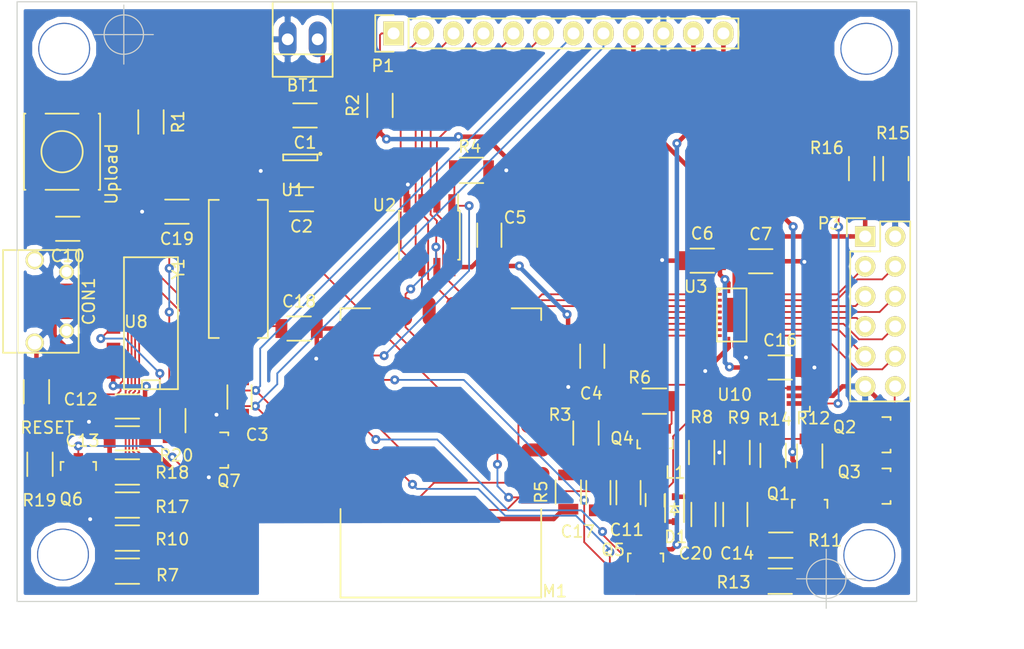
<source format=kicad_pcb>
(kicad_pcb (version 4) (host pcbnew "(2015-07-29 BZR 6016)-product")

  (general
    (links 159)
    (no_connects 3)
    (area 50.759999 36.269999 127.060001 87.170001)
    (thickness 1.6)
    (drawings 8)
    (tracks 648)
    (zones 0)
    (modules 63)
    (nets 60)
  )

  (page A)
  (layers
    (0 F.Cu signal)
    (31 B.Cu signal)
    (32 B.Adhes user)
    (33 F.Adhes user)
    (34 B.Paste user)
    (35 F.Paste user)
    (36 B.SilkS user)
    (37 F.SilkS user)
    (38 B.Mask user)
    (39 F.Mask user)
    (40 Dwgs.User user)
    (41 Cmts.User user)
    (42 Eco1.User user)
    (43 Eco2.User user)
    (44 Edge.Cuts user)
    (47 F.CrtYd user)
    (49 F.Fab user)
  )

  (setup
    (last_trace_width 0.1524)
    (user_trace_width 0.1524)
    (user_trace_width 0.254)
    (user_trace_width 0.381)
    (trace_clearance 0.1524)
    (zone_clearance 0.508)
    (zone_45_only no)
    (trace_min 0.1524)
    (segment_width 0.2)
    (edge_width 0.1)
    (via_size 0.762)
    (via_drill 0.3302)
    (via_min_size 0.762)
    (via_min_drill 0.3302)
    (uvia_size 0.508)
    (uvia_drill 0.127)
    (uvias_allowed no)
    (uvia_min_size 0.508)
    (uvia_min_drill 0.127)
    (pcb_text_width 0.3)
    (pcb_text_size 1.5 1.5)
    (mod_edge_width 0.15)
    (mod_text_size 1 1)
    (mod_text_width 0.15)
    (pad_size 1.55 1.55)
    (pad_drill 1.15)
    (pad_to_mask_clearance 0)
    (aux_axis_origin 0 0)
    (visible_elements FFFFFFFF)
    (pcbplotparams
      (layerselection 0x210e0_80000001)
      (usegerberextensions true)
      (excludeedgelayer true)
      (linewidth 0.150000)
      (plotframeref false)
      (viasonmask false)
      (mode 1)
      (useauxorigin false)
      (hpglpennumber 1)
      (hpglpenspeed 20)
      (hpglpendiameter 15)
      (hpglpenoverlay 2)
      (psnegative false)
      (psa4output false)
      (plotreference true)
      (plotvalue true)
      (plotinvisibletext false)
      (padsonsilk false)
      (subtractmaskfromsilk false)
      (outputformat 1)
      (mirror false)
      (drillshape 0)
      (scaleselection 1)
      (outputdirectory /home/mack/Uprogrammer/Fabrication/))
  )

  (net 0 "")
  (net 1 +BATT)
  (net 2 /RxD)
  (net 3 /TxD)
  (net 4 3V3)
  (net 5 GND)
  (net 6 VEE)
  (net 7 "Net-(C3-Pad1)")
  (net 8 "Net-(CON1-Pad2)")
  (net 9 "Net-(CON1-Pad3)")
  (net 10 "Net-(CON1-Pad4)")
  (net 11 "Net-(M1-Pad9)")
  (net 12 "Net-(M1-Pad2)")
  (net 13 "Net-(M1-Pad3)")
  (net 14 "Net-(M1-Pad6)")
  (net 15 "Net-(M1-Pad7)")
  (net 16 "Net-(P3-Pad3)")
  (net 17 "Net-(P3-Pad4)")
  (net 18 "Net-(P3-Pad5)")
  (net 19 "Net-(P3-Pad6)")
  (net 20 "Net-(P3-Pad7)")
  (net 21 "Net-(P3-Pad8)")
  (net 22 "Net-(P3-Pad9)")
  (net 23 "Net-(R1-Pad1)")
  (net 24 VPP)
  (net 25 "Net-(M1-Pad17)")
  (net 26 "Net-(M1-Pad18)")
  (net 27 "Net-(M1-Pad20)")
  (net 28 "Net-(Q1-Pad1)")
  (net 29 "Net-(Q1-Pad3)")
  (net 30 "Net-(Q2-Pad1)")
  (net 31 "Net-(Q3-Pad1)")
  (net 32 /Vps)
  (net 33 "Net-(L1-Pad1)")
  (net 34 "Net-(R15-Pad2)")
  (net 35 "Net-(U8-Pad15)")
  (net 36 "Net-(C18-Pad1)")
  (net 37 "Net-(C19-Pad1)")
  (net 38 /Pulse)
  (net 39 /MISO)
  (net 40 /IO2)
  (net 41 /SCK)
  (net 42 /IO3)
  (net 43 /MOSI)
  (net 44 /~RST)
  (net 45 /~HV)
  (net 46 "Net-(M1-Pad16)")
  (net 47 /HVpulse)
  (net 48 "Net-(Q6-Pad1)")
  (net 49 "Net-(Q7-Pad1)")
  (net 50 "Net-(R7-Pad2)")
  (net 51 "Net-(R10-Pad2)")
  (net 52 "Net-(R17-Pad2)")
  (net 53 "Net-(R18-Pad2)")
  (net 54 "Net-(R19-Pad2)")
  (net 55 "Net-(R20-Pad2)")
  (net 56 "Net-(P3-Pad10)")
  (net 57 "Net-(P3-Pad12)")
  (net 58 /Vpf)
  (net 59 "Net-(M1-Pad5)")

  (net_class Default "This is the default net class."
    (clearance 0.1524)
    (trace_width 0.1524)
    (via_dia 0.762)
    (via_drill 0.3302)
    (uvia_dia 0.508)
    (uvia_drill 0.127)
    (add_net /HVpulse)
    (add_net /IO2)
    (add_net /IO3)
    (add_net /MISO)
    (add_net /MOSI)
    (add_net /RxD)
    (add_net /SCK)
    (add_net /TxD)
    (add_net /~HV)
    (add_net /~RST)
    (add_net "Net-(C18-Pad1)")
    (add_net "Net-(C19-Pad1)")
    (add_net "Net-(C3-Pad1)")
    (add_net "Net-(CON1-Pad2)")
    (add_net "Net-(CON1-Pad3)")
    (add_net "Net-(CON1-Pad4)")
    (add_net "Net-(L1-Pad1)")
    (add_net "Net-(M1-Pad16)")
    (add_net "Net-(M1-Pad17)")
    (add_net "Net-(M1-Pad18)")
    (add_net "Net-(M1-Pad2)")
    (add_net "Net-(M1-Pad20)")
    (add_net "Net-(M1-Pad3)")
    (add_net "Net-(M1-Pad5)")
    (add_net "Net-(M1-Pad6)")
    (add_net "Net-(M1-Pad7)")
    (add_net "Net-(M1-Pad9)")
    (add_net "Net-(P3-Pad10)")
    (add_net "Net-(P3-Pad12)")
    (add_net "Net-(P3-Pad3)")
    (add_net "Net-(P3-Pad4)")
    (add_net "Net-(P3-Pad5)")
    (add_net "Net-(P3-Pad6)")
    (add_net "Net-(P3-Pad7)")
    (add_net "Net-(P3-Pad8)")
    (add_net "Net-(P3-Pad9)")
    (add_net "Net-(Q1-Pad1)")
    (add_net "Net-(Q1-Pad3)")
    (add_net "Net-(Q2-Pad1)")
    (add_net "Net-(Q3-Pad1)")
    (add_net "Net-(Q6-Pad1)")
    (add_net "Net-(Q7-Pad1)")
    (add_net "Net-(R1-Pad1)")
    (add_net "Net-(R10-Pad2)")
    (add_net "Net-(R15-Pad2)")
    (add_net "Net-(R17-Pad2)")
    (add_net "Net-(R18-Pad2)")
    (add_net "Net-(R19-Pad2)")
    (add_net "Net-(R20-Pad2)")
    (add_net "Net-(R7-Pad2)")
    (add_net "Net-(U8-Pad15)")
  )

  (net_class Batt ""
    (clearance 0.1524)
    (trace_width 0.381)
    (via_dia 0.762)
    (via_drill 0.3302)
    (uvia_dia 0.508)
    (uvia_drill 0.127)
    (add_net +BATT)
    (add_net /Pulse)
    (add_net /Vpf)
    (add_net /Vps)
    (add_net 3V3)
    (add_net GND)
    (add_net VEE)
    (add_net VPP)
  )

  (module SMD_Packages:SO-16-N (layer F.Cu) (tedit 564E4F5B) (tstamp 564A85A2)
    (at 62.15 63.55 90)
    (descr "Module CMS SOJ 16 pins large")
    (tags "CMS SOJ")
    (path /563D9A03)
    (attr smd)
    (fp_text reference U8 (at 0.127 -1.27 180) (layer F.SilkS)
      (effects (font (size 1 1) (thickness 0.15)))
    )
    (fp_text value CH340G (at -7.65 -12.8 90) (layer F.Fab) hide
      (effects (font (size 1 1) (thickness 0.15)))
    )
    (fp_line (start -5.588 -0.762) (end -4.826 -0.762) (layer F.SilkS) (width 0.15))
    (fp_line (start -4.826 -0.762) (end -4.826 0.762) (layer F.SilkS) (width 0.15))
    (fp_line (start -4.826 0.762) (end -5.588 0.762) (layer F.SilkS) (width 0.15))
    (fp_line (start 5.588 -2.286) (end 5.588 2.286) (layer F.SilkS) (width 0.15))
    (fp_line (start 5.588 2.286) (end -5.588 2.286) (layer F.SilkS) (width 0.15))
    (fp_line (start -5.588 2.286) (end -5.588 -2.286) (layer F.SilkS) (width 0.15))
    (fp_line (start -5.588 -2.286) (end 5.588 -2.286) (layer F.SilkS) (width 0.15))
    (pad 16 smd rect (at -4.445 -3.175 90) (size 0.508 1.143) (layers F.Cu F.Paste F.Mask)
      (net 1 +BATT))
    (pad 14 smd rect (at -1.905 -3.175 90) (size 0.508 1.143) (layers F.Cu F.Paste F.Mask)
      (net 54 "Net-(R19-Pad2)"))
    (pad 13 smd rect (at -0.635 -3.175 90) (size 0.508 1.143) (layers F.Cu F.Paste F.Mask)
      (net 55 "Net-(R20-Pad2)"))
    (pad 12 smd rect (at 0.635 -3.175 90) (size 0.508 1.143) (layers F.Cu F.Paste F.Mask)
      (net 50 "Net-(R7-Pad2)"))
    (pad 11 smd rect (at 1.905 -3.175 90) (size 0.508 1.143) (layers F.Cu F.Paste F.Mask)
      (net 51 "Net-(R10-Pad2)"))
    (pad 10 smd rect (at 3.175 -3.175 90) (size 0.508 1.143) (layers F.Cu F.Paste F.Mask)
      (net 52 "Net-(R17-Pad2)"))
    (pad 9 smd rect (at 4.445 -3.175 90) (size 0.508 1.143) (layers F.Cu F.Paste F.Mask)
      (net 53 "Net-(R18-Pad2)"))
    (pad 8 smd rect (at 4.445 3.175 90) (size 0.508 1.143) (layers F.Cu F.Paste F.Mask)
      (net 37 "Net-(C19-Pad1)"))
    (pad 7 smd rect (at 3.175 3.175 90) (size 0.508 1.143) (layers F.Cu F.Paste F.Mask)
      (net 36 "Net-(C18-Pad1)"))
    (pad 6 smd rect (at 1.905 3.175 90) (size 0.508 1.143) (layers F.Cu F.Paste F.Mask)
      (net 8 "Net-(CON1-Pad2)"))
    (pad 5 smd rect (at 0.635 3.175 90) (size 0.508 1.143) (layers F.Cu F.Paste F.Mask)
      (net 9 "Net-(CON1-Pad3)"))
    (pad 4 smd rect (at -0.635 3.175 90) (size 0.508 1.143) (layers F.Cu F.Paste F.Mask)
      (net 7 "Net-(C3-Pad1)"))
    (pad 3 smd rect (at -1.905 3.175 90) (size 0.508 1.143) (layers F.Cu F.Paste F.Mask)
      (net 2 /RxD))
    (pad 2 smd rect (at -3.175 3.175 90) (size 0.508 1.143) (layers F.Cu F.Paste F.Mask)
      (net 3 /TxD))
    (pad 1 smd rect (at -4.445 3.175 90) (size 0.508 1.143) (layers F.Cu F.Paste F.Mask)
      (net 5 GND))
    (pad 15 smd rect (at -3.175 -3.175 90) (size 0.508 1.143) (layers F.Cu F.Paste F.Mask)
      (net 35 "Net-(U8-Pad15)"))
    (model SMD_Packages.3dshapes/SO-16-N.wrl
      (at (xyz 0 0 0))
      (scale (xyz 0.5 0.4 0.5))
      (rotate (xyz 0 0 0))
    )
  )

  (module Resistors_SMD:R_1206 (layer F.Cu) (tedit 564E1F5D) (tstamp 564A8577)
    (at 60.15 78.95)
    (descr "Resistor SMD 1206, reflow soldering, Vishay (see dcrcw.pdf)")
    (tags "resistor 1206")
    (path /56477828)
    (attr smd)
    (fp_text reference R17 (at 3.8 0.15) (layer F.SilkS)
      (effects (font (size 1 1) (thickness 0.15)))
    )
    (fp_text value 1K (at 4.65 13.55) (layer F.Fab) hide
      (effects (font (size 1 1) (thickness 0.15)))
    )
    (fp_line (start -2.2 -1.2) (end 2.2 -1.2) (layer F.CrtYd) (width 0.05))
    (fp_line (start -2.2 1.2) (end 2.2 1.2) (layer F.CrtYd) (width 0.05))
    (fp_line (start -2.2 -1.2) (end -2.2 1.2) (layer F.CrtYd) (width 0.05))
    (fp_line (start 2.2 -1.2) (end 2.2 1.2) (layer F.CrtYd) (width 0.05))
    (fp_line (start 1 1.075) (end -1 1.075) (layer F.SilkS) (width 0.15))
    (fp_line (start -1 -1.075) (end 1 -1.075) (layer F.SilkS) (width 0.15))
    (pad 1 smd rect (at -1.45 0) (size 0.9 1.7) (layers F.Cu F.Paste F.Mask)
      (net 5 GND))
    (pad 2 smd rect (at 1.45 0) (size 0.9 1.7) (layers F.Cu F.Paste F.Mask)
      (net 52 "Net-(R17-Pad2)"))
    (model Resistors_SMD.3dshapes/R_1206.wrl
      (at (xyz 0 0 0))
      (scale (xyz 1 1 1))
      (rotate (xyz 0 0 0))
    )
  )

  (module Mounting_Holes:MountingHole_4mm (layer F.Cu) (tedit 564E10F3) (tstamp 564ACB1B)
    (at 122.75 40.3)
    (descr "Mounting hole, Befestigungsbohrung, 4mm, No Annular, Kein Restring,")
    (tags "Mounting hole, Befestigungsbohrung, 4mm, No Annular, Kein Restring,")
    (fp_text reference REF** (at 0 -5.4991) (layer F.SilkS) hide
      (effects (font (size 1 1) (thickness 0.15)))
    )
    (fp_text value MountingHole_4mm (at 17.35 0.75) (layer F.Fab) hide
      (effects (font (size 1 1) (thickness 0.15)))
    )
    (fp_circle (center 0 0) (end 2.2 0) (layer Cmts.User) (width 0.381))
    (pad "" np_thru_hole circle (at 0 0) (size 4.4 4.4) (drill 4.2) (layers *.Cu *.Mask))
  )

  (module Mounting_Holes:MountingHole_4mm (layer F.Cu) (tedit 564E10DC) (tstamp 564ACADE)
    (at 123 83.2)
    (descr "Mounting hole, Befestigungsbohrung, 4mm, No Annular, Kein Restring,")
    (tags "Mounting hole, Befestigungsbohrung, 4mm, No Annular, Kein Restring,")
    (fp_text reference REF** (at 13.7 0.3) (layer F.SilkS) hide
      (effects (font (size 1 1) (thickness 0.15)))
    )
    (fp_text value MountingHole_4mm (at 0 5.99948) (layer F.Fab) hide
      (effects (font (size 1 1) (thickness 0.15)))
    )
    (fp_circle (center 0 0) (end 2.2 0) (layer Cmts.User) (width 0.381))
    (pad "" np_thru_hole circle (at 0 0) (size 4.4 4.4) (drill 4.2) (layers *.Cu *.Mask))
  )

  (module Mounting_Holes:MountingHole_4mm (layer F.Cu) (tedit 564E4FF6) (tstamp 564ACA8E)
    (at 54.7 83.15)
    (descr "Mounting hole, Befestigungsbohrung, 4mm, No Annular, Kein Restring,")
    (tags "Mounting hole, Befestigungsbohrung, 4mm, No Annular, Kein Restring,")
    (fp_text reference REF** (at -6.8 -4.45) (layer F.SilkS) hide
      (effects (font (size 1 1) (thickness 0.15)))
    )
    (fp_text value MountingHole_4mm (at 0.4 11.35) (layer F.Fab) hide
      (effects (font (size 1 1) (thickness 0.15)))
    )
    (fp_circle (center 0 0) (end 2.2 0) (layer Cmts.User) (width 0.381))
    (pad "" np_thru_hole circle (at 0 0) (size 4.4 4.4) (drill 4.2) (layers *.Cu *.Mask))
  )

  (module Mounting_Holes:MountingHole_4mm (layer F.Cu) (tedit 564E1514) (tstamp 564AC872)
    (at 54.8 40.3)
    (descr "Mounting hole, Befestigungsbohrung, 4mm, No Annular, Kein Restring,")
    (tags "Mounting hole, Befestigungsbohrung, 4mm, No Annular, Kein Restring,")
    (fp_text reference REF** (at 0 -5.4991) (layer F.SilkS) hide
      (effects (font (size 1 1) (thickness 0.15)))
    )
    (fp_text value MountingHole_4mm (at -6.8 4.65 90) (layer F.Fab) hide
      (effects (font (size 1 1) (thickness 0.15)))
    )
    (fp_circle (center 0 0) (end 2.2 0) (layer Cmts.User) (width 0.381))
    (pad "" np_thru_hole circle (at 0 0) (size 4.4 4.4) (drill 4.2) (layers *.Cu *.Mask))
  )

  (module Capacitors_SMD:C_1206 (layer F.Cu) (tedit 564E1528) (tstamp 564A847B)
    (at 75.2 45.95 180)
    (descr "Capacitor SMD 1206, reflow soldering, AVX (see smccp.pdf)")
    (tags "capacitor 1206")
    (path /55AAF8DD)
    (attr smd)
    (fp_text reference C1 (at 0 -2.3 180) (layer F.SilkS)
      (effects (font (size 1 1) (thickness 0.15)))
    )
    (fp_text value "1 µF" (at 10.4 12.75 180) (layer F.Fab) hide
      (effects (font (size 1 1) (thickness 0.15)))
    )
    (fp_line (start -2.3 -1.15) (end 2.3 -1.15) (layer F.CrtYd) (width 0.05))
    (fp_line (start -2.3 1.15) (end 2.3 1.15) (layer F.CrtYd) (width 0.05))
    (fp_line (start -2.3 -1.15) (end -2.3 1.15) (layer F.CrtYd) (width 0.05))
    (fp_line (start 2.3 -1.15) (end 2.3 1.15) (layer F.CrtYd) (width 0.05))
    (fp_line (start 1 -1.025) (end -1 -1.025) (layer F.SilkS) (width 0.15))
    (fp_line (start -1 1.025) (end 1 1.025) (layer F.SilkS) (width 0.15))
    (pad 1 smd rect (at -1.5 0 180) (size 1 1.6) (layers F.Cu F.Paste F.Mask)
      (net 1 +BATT))
    (pad 2 smd rect (at 1.5 0 180) (size 1 1.6) (layers F.Cu F.Paste F.Mask)
      (net 5 GND))
    (model Capacitors_SMD.3dshapes/C_1206.wrl
      (at (xyz 0 0 0))
      (scale (xyz 1 1 1))
      (rotate (xyz 0 0 0))
    )
  )

  (module Connect:PINHEAD1-2 (layer F.Cu) (tedit 564E153E) (tstamp 55B9A7BF)
    (at 75 39.5 180)
    (path /55B2CA79)
    (attr virtual)
    (fp_text reference BT1 (at 0 -3.9 180) (layer F.SilkS)
      (effects (font (size 1 1) (thickness 0.15)))
    )
    (fp_text value BATTERY (at 4.35 7.15 180) (layer F.SilkS) hide
      (effects (font (size 1 1) (thickness 0.15)))
    )
    (fp_line (start 2.54 -1.27) (end -2.54 -1.27) (layer F.SilkS) (width 0.15))
    (fp_line (start 2.54 3.175) (end -2.54 3.175) (layer F.SilkS) (width 0.15))
    (fp_line (start -2.54 -3.175) (end 2.54 -3.175) (layer F.SilkS) (width 0.15))
    (fp_line (start -2.54 -3.175) (end -2.54 3.175) (layer F.SilkS) (width 0.15))
    (fp_line (start 2.54 -3.175) (end 2.54 3.175) (layer F.SilkS) (width 0.15))
    (pad 1 thru_hole oval (at -1.27 0 180) (size 1.50622 3.01498) (drill 0.99822) (layers *.Cu *.Mask)
      (net 1 +BATT))
    (pad 2 thru_hole oval (at 1.27 0 180) (size 1.50622 3.01498) (drill 0.99822) (layers *.Cu *.Mask)
      (net 5 GND))
  )

  (module Connect:USB_Micro-B (layer F.Cu) (tedit 564D2DC0) (tstamp 55B9A7F1)
    (at 53.43746 61.7009 270)
    (descr "Micro USB Type B Receptacle")
    (tags "USB USB_B USB_micro USB_OTG")
    (path /55D95389)
    (attr smd)
    (fp_text reference CON1 (at 0 -3.45 270) (layer F.SilkS)
      (effects (font (size 1 1) (thickness 0.15)))
    )
    (fp_text value USB_OTG (at 0 4.8 270) (layer F.Fab) hide
      (effects (font (size 1 1) (thickness 0.15)))
    )
    (fp_line (start -4.6 -2.8) (end 4.6 -2.8) (layer F.CrtYd) (width 0.05))
    (fp_line (start 4.6 -2.8) (end 4.6 4.05) (layer F.CrtYd) (width 0.05))
    (fp_line (start 4.6 4.05) (end -4.6 4.05) (layer F.CrtYd) (width 0.05))
    (fp_line (start -4.6 4.05) (end -4.6 -2.8) (layer F.CrtYd) (width 0.05))
    (fp_line (start -4.3509 3.81746) (end 4.3491 3.81746) (layer F.SilkS) (width 0.15))
    (fp_line (start -4.3509 -2.58754) (end 4.3491 -2.58754) (layer F.SilkS) (width 0.15))
    (fp_line (start 4.3491 -2.58754) (end 4.3491 3.81746) (layer F.SilkS) (width 0.15))
    (fp_line (start 4.3491 2.58746) (end -4.3509 2.58746) (layer F.SilkS) (width 0.15))
    (fp_line (start -4.3509 3.81746) (end -4.3509 -2.58754) (layer F.SilkS) (width 0.15))
    (pad 1 smd rect (at -1.3009 -1.56254) (size 1.35 0.4) (layers F.Cu F.Paste F.Mask)
      (net 1 +BATT))
    (pad 2 smd rect (at -0.6509 -1.56254) (size 1.35 0.4) (layers F.Cu F.Paste F.Mask)
      (net 8 "Net-(CON1-Pad2)"))
    (pad 3 smd rect (at -0.0009 -1.56254) (size 1.35 0.4) (layers F.Cu F.Paste F.Mask)
      (net 9 "Net-(CON1-Pad3)"))
    (pad 4 smd rect (at 0.6491 -1.56254) (size 1.35 0.4) (layers F.Cu F.Paste F.Mask)
      (net 10 "Net-(CON1-Pad4)"))
    (pad 5 smd rect (at 1.2991 -1.56254) (size 1.35 0.4) (layers F.Cu F.Paste F.Mask)
      (net 5 GND))
    (pad 6 thru_hole circle (at -2.5009 -1.56254) (size 1.25 1.25) (drill 0.85) (layers *.Cu *.Mask F.SilkS)
      (net 5 GND))
    (pad 6 thru_hole circle (at 2.4991 -1.56254) (size 1.25 1.25) (drill 0.85) (layers *.Cu *.Mask F.SilkS)
      (net 5 GND))
    (pad 6 thru_hole circle (at -3.5009 1.13746) (size 1.55 1.55) (drill 1.15) (layers *.Cu *.Mask F.SilkS)
      (net 5 GND))
    (pad 6 thru_hole circle (at 3.4991 1.13746) (size 1.55 1.55) (drill 1.15) (layers *.Cu *.Mask F.SilkS)
      (net 5 GND))
  )

  (module Housings_SOT-23_SOT-143_TSOT-6:SOT-23-5 (layer F.Cu) (tedit 564E143F) (tstamp 55B9A850)
    (at 74.8 49.5 270)
    (descr "5-pin SOT23 package")
    (tags SOT-23-5)
    (path /556FDBAA)
    (attr smd)
    (fp_text reference U1 (at 2.76 0.63 360) (layer F.SilkS)
      (effects (font (size 1 1) (thickness 0.15)))
    )
    (fp_text value AP2112K-3.3 (at -15.15 0.1 360) (layer F.Fab) hide
      (effects (font (size 1 1) (thickness 0.15)))
    )
    (fp_line (start -1.8 -1.6) (end 1.8 -1.6) (layer F.CrtYd) (width 0.05))
    (fp_line (start 1.8 -1.6) (end 1.8 1.6) (layer F.CrtYd) (width 0.05))
    (fp_line (start 1.8 1.6) (end -1.8 1.6) (layer F.CrtYd) (width 0.05))
    (fp_line (start -1.8 1.6) (end -1.8 -1.6) (layer F.CrtYd) (width 0.05))
    (fp_circle (center -0.3 -1.7) (end -0.2 -1.7) (layer F.SilkS) (width 0.15))
    (fp_line (start 0.25 -1.45) (end -0.25 -1.45) (layer F.SilkS) (width 0.15))
    (fp_line (start 0.25 1.45) (end 0.25 -1.45) (layer F.SilkS) (width 0.15))
    (fp_line (start -0.25 1.45) (end 0.25 1.45) (layer F.SilkS) (width 0.15))
    (fp_line (start -0.25 -1.45) (end -0.25 1.45) (layer F.SilkS) (width 0.15))
    (pad 1 smd rect (at -1.1 -0.95 270) (size 1.06 0.65) (layers F.Cu F.Paste F.Mask)
      (net 1 +BATT))
    (pad 2 smd rect (at -1.1 0 270) (size 1.06 0.65) (layers F.Cu F.Paste F.Mask)
      (net 5 GND))
    (pad 3 smd rect (at -1.1 0.95 270) (size 1.06 0.65) (layers F.Cu F.Paste F.Mask)
      (net 1 +BATT))
    (pad 4 smd rect (at 1.1 0.95 270) (size 1.06 0.65) (layers F.Cu F.Paste F.Mask))
    (pad 5 smd rect (at 1.1 -0.95 270) (size 1.06 0.65) (layers F.Cu F.Paste F.Mask)
      (net 4 3V3))
    (model Housings_SOT-23_SOT-143_TSOT-6.3dshapes/SOT-23-5.wrl
      (at (xyz 0 0 0))
      (scale (xyz 1 1 1))
      (rotate (xyz 0 0 0))
    )
  )

  (module Housings_SOIC:SOIC-8_3.9x4.9mm_Pitch1.27mm (layer F.Cu) (tedit 564E1374) (tstamp 55B9A858)
    (at 85.736 56.094 270)
    (descr "8-Lead Plastic Small Outline (SN) - Narrow, 3.90 mm Body [SOIC] (see Microchip Packaging Specification 00000049BS.pdf)")
    (tags "SOIC 1.27")
    (path /558F8554)
    (attr smd)
    (fp_text reference U2 (at -2.544 3.81 360) (layer F.SilkS)
      (effects (font (size 1 1) (thickness 0.15)))
    )
    (fp_text value 23LC1024 (at 36.806 8.036 360) (layer F.Fab) hide
      (effects (font (size 1 1) (thickness 0.15)))
    )
    (fp_line (start -3.75 -2.75) (end -3.75 2.75) (layer F.CrtYd) (width 0.05))
    (fp_line (start 3.75 -2.75) (end 3.75 2.75) (layer F.CrtYd) (width 0.05))
    (fp_line (start -3.75 -2.75) (end 3.75 -2.75) (layer F.CrtYd) (width 0.05))
    (fp_line (start -3.75 2.75) (end 3.75 2.75) (layer F.CrtYd) (width 0.05))
    (fp_line (start -2.075 -2.575) (end -2.075 -2.43) (layer F.SilkS) (width 0.15))
    (fp_line (start 2.075 -2.575) (end 2.075 -2.43) (layer F.SilkS) (width 0.15))
    (fp_line (start 2.075 2.575) (end 2.075 2.43) (layer F.SilkS) (width 0.15))
    (fp_line (start -2.075 2.575) (end -2.075 2.43) (layer F.SilkS) (width 0.15))
    (fp_line (start -2.075 -2.575) (end 2.075 -2.575) (layer F.SilkS) (width 0.15))
    (fp_line (start -2.075 2.575) (end 2.075 2.575) (layer F.SilkS) (width 0.15))
    (fp_line (start -2.075 -2.43) (end -3.475 -2.43) (layer F.SilkS) (width 0.15))
    (pad 1 smd rect (at -2.7 -1.905 270) (size 1.55 0.6) (layers F.Cu F.Paste F.Mask)
      (net 46 "Net-(M1-Pad16)"))
    (pad 2 smd rect (at -2.7 -0.635 270) (size 1.55 0.6) (layers F.Cu F.Paste F.Mask)
      (net 39 /MISO))
    (pad 3 smd rect (at -2.7 0.635 270) (size 1.55 0.6) (layers F.Cu F.Paste F.Mask)
      (net 40 /IO2))
    (pad 4 smd rect (at -2.7 1.905 270) (size 1.55 0.6) (layers F.Cu F.Paste F.Mask)
      (net 5 GND))
    (pad 5 smd rect (at 2.7 1.905 270) (size 1.55 0.6) (layers F.Cu F.Paste F.Mask)
      (net 43 /MOSI))
    (pad 6 smd rect (at 2.7 0.635 270) (size 1.55 0.6) (layers F.Cu F.Paste F.Mask)
      (net 41 /SCK))
    (pad 7 smd rect (at 2.7 -0.635 270) (size 1.55 0.6) (layers F.Cu F.Paste F.Mask)
      (net 42 /IO3))
    (pad 8 smd rect (at 2.7 -1.905 270) (size 1.55 0.6) (layers F.Cu F.Paste F.Mask)
      (net 4 3V3))
    (model Housings_SOIC.3dshapes/SOIC-8_3.9x4.9mm_Pitch1.27mm.wrl
      (at (xyz 0 0 0))
      (scale (xyz 1 1 1))
      (rotate (xyz 0 0 0))
    )
  )

  (module "Uprogrammer FPs:ESP-12E" (layer F.Cu) (tedit 564E1193) (tstamp 55B9B2E9)
    (at 94.706 78.284 180)
    (descr "Module, ESP-8266, ESP-12, 16 pad, SMD")
    (tags "Module ESP-8266 ESP8266")
    (path /556E6FBB)
    (fp_text reference M1 (at -1.644 -7.966 180) (layer F.SilkS)
      (effects (font (size 1 1) (thickness 0.15)))
    )
    (fp_text value ESP-12E (at 8 1 180) (layer F.Fab)
      (effects (font (size 1 1) (thickness 0.15)))
    )
    (fp_line (start -0.5 15) (end -0.5 16) (layer F.SilkS) (width 0.15))
    (fp_line (start -0.5 16) (end 2 16) (layer F.SilkS) (width 0.15))
    (fp_line (start 16.5 -1) (end 16.5 -8.5) (layer F.SilkS) (width 0.15))
    (fp_line (start 16.5 -8.5) (end -0.5 -8.5) (layer F.SilkS) (width 0.15))
    (fp_line (start -0.5 -8.5) (end -0.5 -1) (layer F.SilkS) (width 0.15))
    (fp_line (start 14 16) (end 16.5 16) (layer F.SilkS) (width 0.15))
    (fp_line (start 16.5 16) (end 16.5 15) (layer F.SilkS) (width 0.15))
    (fp_line (start 16 -8.4) (end 0 -2.6) (layer F.CrtYd) (width 0.1524))
    (fp_line (start 0 -8.4) (end 16 -2.6) (layer F.CrtYd) (width 0.1524))
    (fp_text user "No Copper" (at 7.9 -5.4 180) (layer F.CrtYd)
      (effects (font (size 1 1) (thickness 0.15)))
    )
    (fp_line (start 0 -8.4) (end 0 -2.6) (layer F.CrtYd) (width 0.1524))
    (fp_line (start 0 -2.6) (end 16 -2.6) (layer F.CrtYd) (width 0.1524))
    (fp_line (start 16 -2.6) (end 16 -8.4) (layer F.CrtYd) (width 0.1524))
    (fp_line (start 16 -8.4) (end 0 -8.4) (layer F.CrtYd) (width 0.1524))
    (fp_line (start 16 -8.4) (end 16 15.6) (layer F.Fab) (width 0.1524))
    (fp_line (start 16 15.6) (end 0 15.6) (layer F.Fab) (width 0.1524))
    (fp_line (start 0 15.6) (end 0 -8.4) (layer F.Fab) (width 0.1524))
    (fp_line (start 0 -8.4) (end 16 -8.4) (layer F.Fab) (width 0.1524))
    (pad 9 smd oval (at 2.99 15.75 270) (size 2.4 1.1) (layers F.Cu F.Paste F.Mask)
      (net 11 "Net-(M1-Pad9)"))
    (pad 10 smd oval (at 4.99 15.75 270) (size 2.4 1.1) (layers F.Cu F.Paste F.Mask)
      (net 39 /MISO))
    (pad 11 smd oval (at 6.99 15.75 270) (size 2.4 1.1) (layers F.Cu F.Paste F.Mask)
      (net 40 /IO2))
    (pad 12 smd oval (at 8.99 15.75 270) (size 2.4 1.1) (layers F.Cu F.Paste F.Mask)
      (net 41 /SCK))
    (pad 13 smd oval (at 10.99 15.75 270) (size 2.4 1.1) (layers F.Cu F.Paste F.Mask)
      (net 42 /IO3))
    (pad 14 smd oval (at 12.99 15.75 270) (size 2.4 1.1) (layers F.Cu F.Paste F.Mask)
      (net 43 /MOSI))
    (pad 1 smd rect (at 0 0 180) (size 2.4 1.1) (layers F.Cu F.Paste F.Mask)
      (net 44 /~RST))
    (pad 2 smd oval (at 0 2 180) (size 2.4 1.1) (layers F.Cu F.Paste F.Mask)
      (net 12 "Net-(M1-Pad2)"))
    (pad 3 smd oval (at 0 4 180) (size 2.4 1.1) (layers F.Cu F.Paste F.Mask)
      (net 13 "Net-(M1-Pad3)"))
    (pad 4 smd oval (at 0 6 180) (size 2.4 1.1) (layers F.Cu F.Paste F.Mask)
      (net 45 /~HV))
    (pad 5 smd oval (at 0 8 180) (size 2.4 1.1) (layers F.Cu F.Paste F.Mask)
      (net 59 "Net-(M1-Pad5)"))
    (pad 6 smd oval (at 0 10 180) (size 2.4 1.1) (layers F.Cu F.Paste F.Mask)
      (net 14 "Net-(M1-Pad6)"))
    (pad 7 smd oval (at 0 12 180) (size 2.4 1.1) (layers F.Cu F.Paste F.Mask)
      (net 15 "Net-(M1-Pad7)"))
    (pad 8 smd oval (at 0 14 180) (size 2.4 1.1) (layers F.Cu F.Paste F.Mask)
      (net 4 3V3))
    (pad 15 smd oval (at 16 14 180) (size 2.4 1.1) (layers F.Cu F.Paste F.Mask)
      (net 5 GND))
    (pad 16 smd oval (at 16 12 180) (size 2.4 1.1) (layers F.Cu F.Paste F.Mask)
      (net 46 "Net-(M1-Pad16)"))
    (pad 17 smd oval (at 16 10 180) (size 2.4 1.1) (layers F.Cu F.Paste F.Mask)
      (net 25 "Net-(M1-Pad17)"))
    (pad 18 smd oval (at 16 8 180) (size 2.4 1.1) (layers F.Cu F.Paste F.Mask)
      (net 26 "Net-(M1-Pad18)"))
    (pad 19 smd oval (at 16 6 180) (size 2.4 1.1) (layers F.Cu F.Paste F.Mask)
      (net 47 /HVpulse))
    (pad 20 smd oval (at 16 4 180) (size 2.4 1.1) (layers F.Cu F.Paste F.Mask)
      (net 27 "Net-(M1-Pad20)"))
    (pad 21 smd oval (at 16 2 180) (size 2.4 1.1) (layers F.Cu F.Paste F.Mask)
      (net 3 /TxD))
    (pad 22 smd oval (at 16 0 180) (size 2.4 1.1) (layers F.Cu F.Paste F.Mask)
      (net 2 /RxD))
    (model /home/mack/Uprogrammer/ESP12e.wrl
      (at (xyz 0 0.322835 0))
      (scale (xyz 0.3937 0.3937 0.3937))
      (rotate (xyz 0 0 90))
    )
  )

  (module Buttons_Switches_SMD:SW_SPST_PTS645 (layer F.Cu) (tedit 55DE3B51) (tstamp 55D89CF2)
    (at 54.62 49.02 270)
    (descr "C&K Components SPST SMD PTS645 Series 6mm Tact Switch")
    (tags "SPST Button Switch")
    (path /559784CE)
    (fp_text reference SW1 (at 7.43 0.57 360) (layer F.SilkS) hide
      (effects (font (size 1 1) (thickness 0.15)))
    )
    (fp_text value Upload (at 1.88 -4.18 270) (layer F.SilkS)
      (effects (font (size 1 1) (thickness 0.15)))
    )
    (fp_circle (center 0 0) (end 1.75 -0.05) (layer F.SilkS) (width 0.15))
    (fp_line (start 5.05 3.4) (end 5.05 -3.4) (layer F.CrtYd) (width 0.05))
    (fp_line (start -5.05 -3.4) (end -5.05 3.4) (layer F.CrtYd) (width 0.05))
    (fp_line (start -5.05 3.4) (end 5.05 3.4) (layer F.CrtYd) (width 0.05))
    (fp_line (start -5.05 -3.4) (end 5.05 -3.4) (layer F.CrtYd) (width 0.05))
    (fp_line (start 3.225 -3.225) (end 3.225 -3.1) (layer F.SilkS) (width 0.15))
    (fp_line (start 3.225 3.225) (end 3.225 3.1) (layer F.SilkS) (width 0.15))
    (fp_line (start -3.225 3.225) (end -3.225 3.1) (layer F.SilkS) (width 0.15))
    (fp_line (start -3.225 -3.1) (end -3.225 -3.225) (layer F.SilkS) (width 0.15))
    (fp_line (start 3.225 -1.4) (end 3.225 1.4) (layer F.SilkS) (width 0.15))
    (fp_line (start -3.225 -3.225) (end 3.225 -3.225) (layer F.SilkS) (width 0.15))
    (fp_line (start -3.225 -1.4) (end -3.225 1.4) (layer F.SilkS) (width 0.15))
    (fp_line (start -3.225 3.225) (end 3.225 3.225) (layer F.SilkS) (width 0.15))
    (pad 2 smd rect (at -3.975 2.25 270) (size 1.55 1.3) (layers F.Cu F.Paste F.Mask)
      (net 5 GND))
    (pad 1 smd rect (at -3.975 -2.25 270) (size 1.55 1.3) (layers F.Cu F.Paste F.Mask)
      (net 23 "Net-(R1-Pad1)"))
    (pad 1 smd rect (at 3.975 -2.25 270) (size 1.55 1.3) (layers F.Cu F.Paste F.Mask)
      (net 23 "Net-(R1-Pad1)"))
    (pad 2 smd rect (at 3.975 2.25 270) (size 1.55 1.3) (layers F.Cu F.Paste F.Mask)
      (net 5 GND))
  )

  (module Housings_SOT-23_SOT-143_TSOT-6:SC-70-6_Handsoldering (layer F.Cu) (tedit 564E50AD) (tstamp 55D8A58F)
    (at 115.41904 69.69976 90)
    (descr "SC-70-6, Handsoldering,")
    (tags "SC-70-6, Handsoldering,")
    (path /55CE6BC1)
    (attr smd)
    (fp_text reference U10 (at 0.09976 -3.81904 180) (layer F.SilkS)
      (effects (font (size 1 1) (thickness 0.15)))
    )
    (fp_text value NC7SB3157 (at -35.116 14.788 180) (layer F.Fab) hide
      (effects (font (size 1 1) (thickness 0.15)))
    )
    (fp_line (start -1.3208 1.97866) (end -1.3208 2.54762) (layer F.SilkS) (width 0.15))
    (fp_line (start -1.3208 2.54762) (end -0.90932 2.54762) (layer F.SilkS) (width 0.15))
    (pad 1 smd rect (at -0.65024 1.33096 90) (size 0.39878 1.50114) (layers F.Cu F.Paste F.Mask)
      (net 34 "Net-(R15-Pad2)"))
    (pad 2 smd rect (at 0 1.33096 90) (size 0.39878 1.50114) (layers F.Cu F.Paste F.Mask)
      (net 5 GND))
    (pad 3 smd rect (at 0.65024 1.33096 90) (size 0.39878 1.50114) (layers F.Cu F.Paste F.Mask)
      (net 32 /Vps))
    (pad 4 smd rect (at 0.65024 -1.33096 90) (size 0.39878 1.50114) (layers F.Cu F.Paste F.Mask)
      (net 12 "Net-(M1-Pad2)"))
    (pad 5 smd rect (at 0 -1.33096 90) (size 0.39878 1.50114) (layers F.Cu F.Paste F.Mask)
      (net 4 3V3))
    (pad 6 smd rect (at -0.65024 -1.33096 90) (size 0.39878 1.50114) (layers F.Cu F.Paste F.Mask)
      (net 26 "Net-(M1-Pad18)"))
    (model Housings_SOT-23_SOT-143_TSOT-6.3dshapes/SC-70-6_Handsoldering.wrl
      (at (xyz 0 0 0))
      (scale (xyz 1 1 1))
      (rotate (xyz 0 0 0))
    )
  )

  (module Housings_SOT-23_SOT-143_TSOT-6:SOT-23 (layer F.Cu) (tedit 564E1108) (tstamp 55D8B920)
    (at 117.95 79.15)
    (descr "SOT-23, Standard")
    (tags SOT-23)
    (path /55D843D6)
    (attr smd)
    (fp_text reference Q1 (at -2.65 -1.15 180) (layer F.SilkS)
      (effects (font (size 1 1) (thickness 0.15)))
    )
    (fp_text value MMBT3904 (at 2.786 15.544) (layer F.Fab) hide
      (effects (font (size 1 1) (thickness 0.15)))
    )
    (fp_line (start -1.65 -1.6) (end 1.65 -1.6) (layer F.CrtYd) (width 0.05))
    (fp_line (start 1.65 -1.6) (end 1.65 1.6) (layer F.CrtYd) (width 0.05))
    (fp_line (start 1.65 1.6) (end -1.65 1.6) (layer F.CrtYd) (width 0.05))
    (fp_line (start -1.65 1.6) (end -1.65 -1.6) (layer F.CrtYd) (width 0.05))
    (fp_line (start 1.29916 -0.65024) (end 1.2509 -0.65024) (layer F.SilkS) (width 0.15))
    (fp_line (start -1.49982 0.0508) (end -1.49982 -0.65024) (layer F.SilkS) (width 0.15))
    (fp_line (start -1.49982 -0.65024) (end -1.2509 -0.65024) (layer F.SilkS) (width 0.15))
    (fp_line (start 1.29916 -0.65024) (end 1.49982 -0.65024) (layer F.SilkS) (width 0.15))
    (fp_line (start 1.49982 -0.65024) (end 1.49982 0.0508) (layer F.SilkS) (width 0.15))
    (pad 1 smd rect (at -0.95 1.00076) (size 0.8001 0.8001) (layers F.Cu F.Paste F.Mask)
      (net 28 "Net-(Q1-Pad1)"))
    (pad 2 smd rect (at 0.95 1.00076) (size 0.8001 0.8001) (layers F.Cu F.Paste F.Mask)
      (net 5 GND))
    (pad 3 smd rect (at 0 -0.99822) (size 0.8001 0.8001) (layers F.Cu F.Paste F.Mask)
      (net 29 "Net-(Q1-Pad3)"))
    (model Housings_SOT-23_SOT-143_TSOT-6.3dshapes/SOT-23.wrl
      (at (xyz 0 0 0))
      (scale (xyz 1 1 1))
      (rotate (xyz 0 0 0))
    )
  )

  (module Housings_SOT-23_SOT-143_TSOT-6:SOT-23 (layer F.Cu) (tedit 564E0FD8) (tstamp 55D8B926)
    (at 124.15 73 270)
    (descr "SOT-23, Standard")
    (tags SOT-23)
    (path /55D84598)
    (attr smd)
    (fp_text reference Q2 (at -0.65 3.25 360) (layer F.SilkS)
      (effects (font (size 1 1) (thickness 0.15)))
    )
    (fp_text value MMBT3906 (at 0.8 -14.05 270) (layer F.Fab) hide
      (effects (font (size 1 1) (thickness 0.15)))
    )
    (fp_line (start -1.65 -1.6) (end 1.65 -1.6) (layer F.CrtYd) (width 0.05))
    (fp_line (start 1.65 -1.6) (end 1.65 1.6) (layer F.CrtYd) (width 0.05))
    (fp_line (start 1.65 1.6) (end -1.65 1.6) (layer F.CrtYd) (width 0.05))
    (fp_line (start -1.65 1.6) (end -1.65 -1.6) (layer F.CrtYd) (width 0.05))
    (fp_line (start 1.29916 -0.65024) (end 1.2509 -0.65024) (layer F.SilkS) (width 0.15))
    (fp_line (start -1.49982 0.0508) (end -1.49982 -0.65024) (layer F.SilkS) (width 0.15))
    (fp_line (start -1.49982 -0.65024) (end -1.2509 -0.65024) (layer F.SilkS) (width 0.15))
    (fp_line (start 1.29916 -0.65024) (end 1.49982 -0.65024) (layer F.SilkS) (width 0.15))
    (fp_line (start 1.49982 -0.65024) (end 1.49982 0.0508) (layer F.SilkS) (width 0.15))
    (pad 1 smd rect (at -0.95 1.00076 270) (size 0.8001 0.8001) (layers F.Cu F.Paste F.Mask)
      (net 30 "Net-(Q2-Pad1)"))
    (pad 2 smd rect (at 0.95 1.00076 270) (size 0.8001 0.8001) (layers F.Cu F.Paste F.Mask)
      (net 24 VPP))
    (pad 3 smd rect (at 0 -0.99822 270) (size 0.8001 0.8001) (layers F.Cu F.Paste F.Mask)
      (net 57 "Net-(P3-Pad12)"))
    (model Housings_SOT-23_SOT-143_TSOT-6.3dshapes/SOT-23.wrl
      (at (xyz 0 0 0))
      (scale (xyz 1 1 1))
      (rotate (xyz 0 0 0))
    )
  )

  (module Housings_SOT-23_SOT-143_TSOT-6:SOT-23 (layer F.Cu) (tedit 564E0FE1) (tstamp 55D8B92C)
    (at 124.15 77.35 270)
    (descr "SOT-23, Standard")
    (tags SOT-23)
    (path /55D8451B)
    (attr smd)
    (fp_text reference Q3 (at -1.2 2.85 360) (layer F.SilkS)
      (effects (font (size 1 1) (thickness 0.15)))
    )
    (fp_text value MMBT3904 (at -3.15 -11.65 270) (layer F.Fab) hide
      (effects (font (size 1 1) (thickness 0.15)))
    )
    (fp_line (start -1.65 -1.6) (end 1.65 -1.6) (layer F.CrtYd) (width 0.05))
    (fp_line (start 1.65 -1.6) (end 1.65 1.6) (layer F.CrtYd) (width 0.05))
    (fp_line (start 1.65 1.6) (end -1.65 1.6) (layer F.CrtYd) (width 0.05))
    (fp_line (start -1.65 1.6) (end -1.65 -1.6) (layer F.CrtYd) (width 0.05))
    (fp_line (start 1.29916 -0.65024) (end 1.2509 -0.65024) (layer F.SilkS) (width 0.15))
    (fp_line (start -1.49982 0.0508) (end -1.49982 -0.65024) (layer F.SilkS) (width 0.15))
    (fp_line (start -1.49982 -0.65024) (end -1.2509 -0.65024) (layer F.SilkS) (width 0.15))
    (fp_line (start 1.29916 -0.65024) (end 1.49982 -0.65024) (layer F.SilkS) (width 0.15))
    (fp_line (start 1.49982 -0.65024) (end 1.49982 0.0508) (layer F.SilkS) (width 0.15))
    (pad 1 smd rect (at -0.95 1.00076 270) (size 0.8001 0.8001) (layers F.Cu F.Paste F.Mask)
      (net 31 "Net-(Q3-Pad1)"))
    (pad 2 smd rect (at 0.95 1.00076 270) (size 0.8001 0.8001) (layers F.Cu F.Paste F.Mask)
      (net 5 GND))
    (pad 3 smd rect (at 0 -0.99822 270) (size 0.8001 0.8001) (layers F.Cu F.Paste F.Mask)
      (net 57 "Net-(P3-Pad12)"))
    (model Housings_SOT-23_SOT-143_TSOT-6.3dshapes/SOT-23.wrl
      (at (xyz 0 0 0))
      (scale (xyz 1 1 1))
      (rotate (xyz 0 0 0))
    )
  )

  (module Diodes_SMD:SOD-323 (layer F.Cu) (tedit 564E12D4) (tstamp 55D8A4FC)
    (at 106.5 79.3 270)
    (descr SOD-323)
    (tags SOD-323)
    (path /55C452B8)
    (attr smd)
    (fp_text reference D1 (at 2.35 -0.1 360) (layer F.SilkS)
      (effects (font (size 1 1) (thickness 0.15)))
    )
    (fp_text value SD103 (at 18.4 10.65 360) (layer F.Fab) hide
      (effects (font (size 1 1) (thickness 0.15)))
    )
    (fp_line (start 0.25 0) (end 0.5 0) (layer F.SilkS) (width 0.15))
    (fp_line (start -0.25 0) (end -0.5 0) (layer F.SilkS) (width 0.15))
    (fp_line (start -0.25 0) (end 0.25 -0.35) (layer F.SilkS) (width 0.15))
    (fp_line (start 0.25 -0.35) (end 0.25 0.35) (layer F.SilkS) (width 0.15))
    (fp_line (start 0.25 0.35) (end -0.25 0) (layer F.SilkS) (width 0.15))
    (fp_line (start -0.25 -0.35) (end -0.25 0.35) (layer F.SilkS) (width 0.15))
    (fp_line (start -1.5 -0.95) (end 1.5 -0.95) (layer F.CrtYd) (width 0.05))
    (fp_line (start 1.5 -0.95) (end 1.5 0.95) (layer F.CrtYd) (width 0.05))
    (fp_line (start -1.5 0.95) (end 1.5 0.95) (layer F.CrtYd) (width 0.05))
    (fp_line (start -1.5 -0.95) (end -1.5 0.95) (layer F.CrtYd) (width 0.05))
    (fp_line (start -1.3 0.8) (end 1.1 0.8) (layer F.SilkS) (width 0.15))
    (fp_line (start -1.3 -0.8) (end 1.1 -0.8) (layer F.SilkS) (width 0.15))
    (pad 1 smd rect (at -1.055 0 270) (size 0.59 0.45) (layers F.Cu F.Paste F.Mask)
      (net 24 VPP))
    (pad 2 smd rect (at 1.055 0 270) (size 0.59 0.45) (layers F.Cu F.Paste F.Mask)
      (net 38 /Pulse))
  )

  (module Capacitors_SMD:C_1206 (layer F.Cu) (tedit 564E4F69) (tstamp 564A8480)
    (at 74.9 53.05 180)
    (descr "Capacitor SMD 1206, reflow soldering, AVX (see smccp.pdf)")
    (tags "capacitor 1206")
    (path /55AAED07)
    (attr smd)
    (fp_text reference C2 (at 0 -2.3 180) (layer F.SilkS)
      (effects (font (size 1 1) (thickness 0.15)))
    )
    (fp_text value "1 µF" (at -8.95 18.45 180) (layer F.Fab) hide
      (effects (font (size 1 1) (thickness 0.15)))
    )
    (fp_line (start -2.3 -1.15) (end 2.3 -1.15) (layer F.CrtYd) (width 0.05))
    (fp_line (start -2.3 1.15) (end 2.3 1.15) (layer F.CrtYd) (width 0.05))
    (fp_line (start -2.3 -1.15) (end -2.3 1.15) (layer F.CrtYd) (width 0.05))
    (fp_line (start 2.3 -1.15) (end 2.3 1.15) (layer F.CrtYd) (width 0.05))
    (fp_line (start 1 -1.025) (end -1 -1.025) (layer F.SilkS) (width 0.15))
    (fp_line (start -1 1.025) (end 1 1.025) (layer F.SilkS) (width 0.15))
    (pad 1 smd rect (at -1.5 0 180) (size 1 1.6) (layers F.Cu F.Paste F.Mask)
      (net 4 3V3))
    (pad 2 smd rect (at 1.5 0 180) (size 1 1.6) (layers F.Cu F.Paste F.Mask)
      (net 5 GND))
    (model Capacitors_SMD.3dshapes/C_1206.wrl
      (at (xyz 0 0 0))
      (scale (xyz 1 1 1))
      (rotate (xyz 0 0 0))
    )
  )

  (module Capacitors_SMD:C_1206 (layer F.Cu) (tedit 564E5009) (tstamp 564A8485)
    (at 69.65 69.8 270)
    (descr "Capacitor SMD 1206, reflow soldering, AVX (see smccp.pdf)")
    (tags "capacitor 1206")
    (path /563DA479)
    (attr smd)
    (fp_text reference C3 (at 3.2 -1.5 360) (layer F.SilkS)
      (effects (font (size 1 1) (thickness 0.15)))
    )
    (fp_text value "0.1 µF" (at 23.35 0.65 360) (layer F.Fab) hide
      (effects (font (size 1 1) (thickness 0.15)))
    )
    (fp_line (start -2.3 -1.15) (end 2.3 -1.15) (layer F.CrtYd) (width 0.05))
    (fp_line (start -2.3 1.15) (end 2.3 1.15) (layer F.CrtYd) (width 0.05))
    (fp_line (start -2.3 -1.15) (end -2.3 1.15) (layer F.CrtYd) (width 0.05))
    (fp_line (start 2.3 -1.15) (end 2.3 1.15) (layer F.CrtYd) (width 0.05))
    (fp_line (start 1 -1.025) (end -1 -1.025) (layer F.SilkS) (width 0.15))
    (fp_line (start -1 1.025) (end 1 1.025) (layer F.SilkS) (width 0.15))
    (pad 1 smd rect (at -1.5 0 270) (size 1 1.6) (layers F.Cu F.Paste F.Mask)
      (net 7 "Net-(C3-Pad1)"))
    (pad 2 smd rect (at 1.5 0 270) (size 1 1.6) (layers F.Cu F.Paste F.Mask)
      (net 5 GND))
    (model Capacitors_SMD.3dshapes/C_1206.wrl
      (at (xyz 0 0 0))
      (scale (xyz 1 1 1))
      (rotate (xyz 0 0 0))
    )
  )

  (module Capacitors_SMD:C_1206 (layer F.Cu) (tedit 564E0E3A) (tstamp 564A848A)
    (at 99.532 66.346 270)
    (descr "Capacitor SMD 1206, reflow soldering, AVX (see smccp.pdf)")
    (tags "capacitor 1206")
    (path /55AAEE39)
    (attr smd)
    (fp_text reference C4 (at 3.154 0.082 360) (layer F.SilkS)
      (effects (font (size 1 1) (thickness 0.15)))
    )
    (fp_text value "0.1 µF" (at 28.354 -4.518 360) (layer F.Fab) hide
      (effects (font (size 1 1) (thickness 0.15)))
    )
    (fp_line (start -2.3 -1.15) (end 2.3 -1.15) (layer F.CrtYd) (width 0.05))
    (fp_line (start -2.3 1.15) (end 2.3 1.15) (layer F.CrtYd) (width 0.05))
    (fp_line (start -2.3 -1.15) (end -2.3 1.15) (layer F.CrtYd) (width 0.05))
    (fp_line (start 2.3 -1.15) (end 2.3 1.15) (layer F.CrtYd) (width 0.05))
    (fp_line (start 1 -1.025) (end -1 -1.025) (layer F.SilkS) (width 0.15))
    (fp_line (start -1 1.025) (end 1 1.025) (layer F.SilkS) (width 0.15))
    (pad 1 smd rect (at -1.5 0 270) (size 1 1.6) (layers F.Cu F.Paste F.Mask)
      (net 4 3V3))
    (pad 2 smd rect (at 1.5 0 270) (size 1 1.6) (layers F.Cu F.Paste F.Mask)
      (net 5 GND))
    (model Capacitors_SMD.3dshapes/C_1206.wrl
      (at (xyz 0 0 0))
      (scale (xyz 1 1 1))
      (rotate (xyz 0 0 0))
    )
  )

  (module Capacitors_SMD:C_1206 (layer F.Cu) (tedit 564E5060) (tstamp 564A848F)
    (at 90.816 56.094 90)
    (descr "Capacitor SMD 1206, reflow soldering, AVX (see smccp.pdf)")
    (tags "capacitor 1206")
    (path /55AAFC2B)
    (attr smd)
    (fp_text reference C5 (at 1.494 2.184 180) (layer F.SilkS)
      (effects (font (size 1 1) (thickness 0.15)))
    )
    (fp_text value "0.1 µF" (at -40.256 -2.616 180) (layer F.Fab) hide
      (effects (font (size 1 1) (thickness 0.15)))
    )
    (fp_line (start -2.3 -1.15) (end 2.3 -1.15) (layer F.CrtYd) (width 0.05))
    (fp_line (start -2.3 1.15) (end 2.3 1.15) (layer F.CrtYd) (width 0.05))
    (fp_line (start -2.3 -1.15) (end -2.3 1.15) (layer F.CrtYd) (width 0.05))
    (fp_line (start 2.3 -1.15) (end 2.3 1.15) (layer F.CrtYd) (width 0.05))
    (fp_line (start 1 -1.025) (end -1 -1.025) (layer F.SilkS) (width 0.15))
    (fp_line (start -1 1.025) (end 1 1.025) (layer F.SilkS) (width 0.15))
    (pad 1 smd rect (at -1.5 0 90) (size 1 1.6) (layers F.Cu F.Paste F.Mask)
      (net 4 3V3))
    (pad 2 smd rect (at 1.5 0 90) (size 1 1.6) (layers F.Cu F.Paste F.Mask)
      (net 5 GND))
    (model Capacitors_SMD.3dshapes/C_1206.wrl
      (at (xyz 0 0 0))
      (scale (xyz 1 1 1))
      (rotate (xyz 0 0 0))
    )
  )

  (module Capacitors_SMD:C_1206 (layer F.Cu) (tedit 564E0E4C) (tstamp 564A8494)
    (at 108.85 58.25)
    (descr "Capacitor SMD 1206, reflow soldering, AVX (see smccp.pdf)")
    (tags "capacitor 1206")
    (path /55AAFDDA)
    (attr smd)
    (fp_text reference C6 (at 0 -2.3) (layer F.SilkS)
      (effects (font (size 1 1) (thickness 0.15)))
    )
    (fp_text value "0.1 µF" (at 0.1 33.6) (layer F.Fab) hide
      (effects (font (size 1 1) (thickness 0.15)))
    )
    (fp_line (start -2.3 -1.15) (end 2.3 -1.15) (layer F.CrtYd) (width 0.05))
    (fp_line (start -2.3 1.15) (end 2.3 1.15) (layer F.CrtYd) (width 0.05))
    (fp_line (start -2.3 -1.15) (end -2.3 1.15) (layer F.CrtYd) (width 0.05))
    (fp_line (start 2.3 -1.15) (end 2.3 1.15) (layer F.CrtYd) (width 0.05))
    (fp_line (start 1 -1.025) (end -1 -1.025) (layer F.SilkS) (width 0.15))
    (fp_line (start -1 1.025) (end 1 1.025) (layer F.SilkS) (width 0.15))
    (pad 1 smd rect (at -1.5 0) (size 1 1.6) (layers F.Cu F.Paste F.Mask)
      (net 5 GND))
    (pad 2 smd rect (at 1.5 0) (size 1 1.6) (layers F.Cu F.Paste F.Mask)
      (net 4 3V3))
    (model Capacitors_SMD.3dshapes/C_1206.wrl
      (at (xyz 0 0 0))
      (scale (xyz 1 1 1))
      (rotate (xyz 0 0 0))
    )
  )

  (module Capacitors_SMD:C_1206 (layer F.Cu) (tedit 564E4F51) (tstamp 564A84A8)
    (at 55.1 55.55 180)
    (descr "Capacitor SMD 1206, reflow soldering, AVX (see smccp.pdf)")
    (tags "capacitor 1206")
    (path /55BA0447)
    (attr smd)
    (fp_text reference C10 (at 0 -2.3 180) (layer F.SilkS)
      (effects (font (size 1 1) (thickness 0.15)))
    )
    (fp_text value "0.1 µF" (at 7.65 2.05 180) (layer F.Fab) hide
      (effects (font (size 1 1) (thickness 0.15)))
    )
    (fp_line (start -2.3 -1.15) (end 2.3 -1.15) (layer F.CrtYd) (width 0.05))
    (fp_line (start -2.3 1.15) (end 2.3 1.15) (layer F.CrtYd) (width 0.05))
    (fp_line (start -2.3 -1.15) (end -2.3 1.15) (layer F.CrtYd) (width 0.05))
    (fp_line (start 2.3 -1.15) (end 2.3 1.15) (layer F.CrtYd) (width 0.05))
    (fp_line (start 1 -1.025) (end -1 -1.025) (layer F.SilkS) (width 0.15))
    (fp_line (start -1 1.025) (end 1 1.025) (layer F.SilkS) (width 0.15))
    (pad 1 smd rect (at -1.5 0 180) (size 1 1.6) (layers F.Cu F.Paste F.Mask)
      (net 1 +BATT))
    (pad 2 smd rect (at 1.5 0 180) (size 1 1.6) (layers F.Cu F.Paste F.Mask)
      (net 5 GND))
    (model Capacitors_SMD.3dshapes/C_1206.wrl
      (at (xyz 0 0 0))
      (scale (xyz 1 1 1))
      (rotate (xyz 0 0 0))
    )
  )

  (module Capacitors_SMD:C_1206 (layer F.Cu) (tedit 564E5069) (tstamp 564A84AD)
    (at 102.6 77.9 270)
    (descr "Capacitor SMD 1206, reflow soldering, AVX (see smccp.pdf)")
    (tags "capacitor 1206")
    (path /55C4BD9F)
    (attr smd)
    (fp_text reference C11 (at 3.15 0.15 360) (layer F.SilkS)
      (effects (font (size 1 1) (thickness 0.15)))
    )
    (fp_text value "2.2 µF 25V" (at 20.1 -0.35 360) (layer F.Fab) hide
      (effects (font (size 1 1) (thickness 0.15)))
    )
    (fp_line (start -2.3 -1.15) (end 2.3 -1.15) (layer F.CrtYd) (width 0.05))
    (fp_line (start -2.3 1.15) (end 2.3 1.15) (layer F.CrtYd) (width 0.05))
    (fp_line (start -2.3 -1.15) (end -2.3 1.15) (layer F.CrtYd) (width 0.05))
    (fp_line (start 2.3 -1.15) (end 2.3 1.15) (layer F.CrtYd) (width 0.05))
    (fp_line (start 1 -1.025) (end -1 -1.025) (layer F.SilkS) (width 0.15))
    (fp_line (start -1 1.025) (end 1 1.025) (layer F.SilkS) (width 0.15))
    (pad 1 smd rect (at -1.5 0 270) (size 1 1.6) (layers F.Cu F.Paste F.Mask)
      (net 58 /Vpf))
    (pad 2 smd rect (at 1.5 0 270) (size 1 1.6) (layers F.Cu F.Paste F.Mask)
      (net 5 GND))
    (model Capacitors_SMD.3dshapes/C_1206.wrl
      (at (xyz 0 0 0))
      (scale (xyz 1 1 1))
      (rotate (xyz 0 0 0))
    )
  )

  (module Capacitors_SMD:C_1206 (layer F.Cu) (tedit 564A8AE2) (tstamp 564A84B2)
    (at 60.15 70.6 180)
    (descr "Capacitor SMD 1206, reflow soldering, AVX (see smccp.pdf)")
    (tags "capacitor 1206")
    (path /563E29A5)
    (attr smd)
    (fp_text reference C12 (at 3.95 0.6 180) (layer F.SilkS)
      (effects (font (size 1 1) (thickness 0.15)))
    )
    (fp_text value "10 µF" (at 0 2.3 180) (layer F.Fab) hide
      (effects (font (size 1 1) (thickness 0.15)))
    )
    (fp_line (start -2.3 -1.15) (end 2.3 -1.15) (layer F.CrtYd) (width 0.05))
    (fp_line (start -2.3 1.15) (end 2.3 1.15) (layer F.CrtYd) (width 0.05))
    (fp_line (start -2.3 -1.15) (end -2.3 1.15) (layer F.CrtYd) (width 0.05))
    (fp_line (start 2.3 -1.15) (end 2.3 1.15) (layer F.CrtYd) (width 0.05))
    (fp_line (start 1 -1.025) (end -1 -1.025) (layer F.SilkS) (width 0.15))
    (fp_line (start -1 1.025) (end 1 1.025) (layer F.SilkS) (width 0.15))
    (pad 1 smd rect (at -1.5 0 180) (size 1 1.6) (layers F.Cu F.Paste F.Mask)
      (net 1 +BATT))
    (pad 2 smd rect (at 1.5 0 180) (size 1 1.6) (layers F.Cu F.Paste F.Mask)
      (net 5 GND))
    (model Capacitors_SMD.3dshapes/C_1206.wrl
      (at (xyz 0 0 0))
      (scale (xyz 1 1 1))
      (rotate (xyz 0 0 0))
    )
  )

  (module Capacitors_SMD:C_1206 (layer F.Cu) (tedit 564E1F6D) (tstamp 564A84B7)
    (at 60.15 73.3 180)
    (descr "Capacitor SMD 1206, reflow soldering, AVX (see smccp.pdf)")
    (tags "capacitor 1206")
    (path /563E2B59)
    (attr smd)
    (fp_text reference C13 (at 3.8 -0.2 180) (layer F.SilkS)
      (effects (font (size 1 1) (thickness 0.15)))
    )
    (fp_text value "0.1 µF" (at -5.1 -21.15 180) (layer F.Fab) hide
      (effects (font (size 1 1) (thickness 0.15)))
    )
    (fp_line (start -2.3 -1.15) (end 2.3 -1.15) (layer F.CrtYd) (width 0.05))
    (fp_line (start -2.3 1.15) (end 2.3 1.15) (layer F.CrtYd) (width 0.05))
    (fp_line (start -2.3 -1.15) (end -2.3 1.15) (layer F.CrtYd) (width 0.05))
    (fp_line (start 2.3 -1.15) (end 2.3 1.15) (layer F.CrtYd) (width 0.05))
    (fp_line (start 1 -1.025) (end -1 -1.025) (layer F.SilkS) (width 0.15))
    (fp_line (start -1 1.025) (end 1 1.025) (layer F.SilkS) (width 0.15))
    (pad 1 smd rect (at -1.5 0 180) (size 1 1.6) (layers F.Cu F.Paste F.Mask)
      (net 1 +BATT))
    (pad 2 smd rect (at 1.5 0 180) (size 1 1.6) (layers F.Cu F.Paste F.Mask)
      (net 5 GND))
    (model Capacitors_SMD.3dshapes/C_1206.wrl
      (at (xyz 0 0 0))
      (scale (xyz 1 1 1))
      (rotate (xyz 0 0 0))
    )
  )

  (module Capacitors_SMD:C_1206 (layer F.Cu) (tedit 564E110C) (tstamp 564A84BC)
    (at 111.65 79.75 270)
    (descr "Capacitor SMD 1206, reflow soldering, AVX (see smccp.pdf)")
    (tags "capacitor 1206")
    (path /55C45E3D)
    (attr smd)
    (fp_text reference C14 (at 3.3 -0.15 360) (layer F.SilkS)
      (effects (font (size 1 1) (thickness 0.15)))
    )
    (fp_text value "2.2 µF 25V" (at 15.75 5.05 360) (layer F.Fab) hide
      (effects (font (size 1 1) (thickness 0.15)))
    )
    (fp_line (start -2.3 -1.15) (end 2.3 -1.15) (layer F.CrtYd) (width 0.05))
    (fp_line (start -2.3 1.15) (end 2.3 1.15) (layer F.CrtYd) (width 0.05))
    (fp_line (start -2.3 -1.15) (end -2.3 1.15) (layer F.CrtYd) (width 0.05))
    (fp_line (start 2.3 -1.15) (end 2.3 1.15) (layer F.CrtYd) (width 0.05))
    (fp_line (start 1 -1.025) (end -1 -1.025) (layer F.SilkS) (width 0.15))
    (fp_line (start -1 1.025) (end 1 1.025) (layer F.SilkS) (width 0.15))
    (pad 1 smd rect (at -1.5 0 270) (size 1 1.6) (layers F.Cu F.Paste F.Mask)
      (net 24 VPP))
    (pad 2 smd rect (at 1.5 0 270) (size 1 1.6) (layers F.Cu F.Paste F.Mask)
      (net 5 GND))
    (model Capacitors_SMD.3dshapes/C_1206.wrl
      (at (xyz 0 0 0))
      (scale (xyz 1 1 1))
      (rotate (xyz 0 0 0))
    )
  )

  (module Capacitors_SMD:C_1206 (layer F.Cu) (tedit 564E1AB6) (tstamp 564A84C6)
    (at 115.45 67.3)
    (descr "Capacitor SMD 1206, reflow soldering, AVX (see smccp.pdf)")
    (tags "capacitor 1206")
    (path /55E8DE74)
    (attr smd)
    (fp_text reference C16 (at 0 -2.3) (layer F.SilkS)
      (effects (font (size 1 1) (thickness 0.15)))
    )
    (fp_text value "0.1 µF" (at 5.3 25.4) (layer F.Fab) hide
      (effects (font (size 1 1) (thickness 0.15)))
    )
    (fp_line (start -2.3 -1.15) (end 2.3 -1.15) (layer F.CrtYd) (width 0.05))
    (fp_line (start -2.3 1.15) (end 2.3 1.15) (layer F.CrtYd) (width 0.05))
    (fp_line (start -2.3 -1.15) (end -2.3 1.15) (layer F.CrtYd) (width 0.05))
    (fp_line (start 2.3 -1.15) (end 2.3 1.15) (layer F.CrtYd) (width 0.05))
    (fp_line (start 1 -1.025) (end -1 -1.025) (layer F.SilkS) (width 0.15))
    (fp_line (start -1 1.025) (end 1 1.025) (layer F.SilkS) (width 0.15))
    (pad 1 smd rect (at -1.5 0) (size 1 1.6) (layers F.Cu F.Paste F.Mask)
      (net 4 3V3))
    (pad 2 smd rect (at 1.5 0) (size 1 1.6) (layers F.Cu F.Paste F.Mask)
      (net 5 GND))
    (model Capacitors_SMD.3dshapes/C_1206.wrl
      (at (xyz 0 0 0))
      (scale (xyz 1 1 1))
      (rotate (xyz 0 0 0))
    )
  )

  (module Capacitors_SMD:C_1206 (layer F.Cu) (tedit 564E1263) (tstamp 564A84D0)
    (at 100.05 77.9 270)
    (descr "Capacitor SMD 1206, reflow soldering, AVX (see smccp.pdf)")
    (tags "capacitor 1206")
    (path /5647F69A)
    (attr smd)
    (fp_text reference C17 (at 3.3 1.75 360) (layer F.SilkS)
      (effects (font (size 1 1) (thickness 0.15)))
    )
    (fp_text value "100 µF" (at 17.65 3.2 360) (layer F.Fab) hide
      (effects (font (size 1 1) (thickness 0.15)))
    )
    (fp_line (start -2.3 -1.15) (end 2.3 -1.15) (layer F.CrtYd) (width 0.05))
    (fp_line (start -2.3 1.15) (end 2.3 1.15) (layer F.CrtYd) (width 0.05))
    (fp_line (start -2.3 -1.15) (end -2.3 1.15) (layer F.CrtYd) (width 0.05))
    (fp_line (start 2.3 -1.15) (end 2.3 1.15) (layer F.CrtYd) (width 0.05))
    (fp_line (start 1 -1.025) (end -1 -1.025) (layer F.SilkS) (width 0.15))
    (fp_line (start -1 1.025) (end 1 1.025) (layer F.SilkS) (width 0.15))
    (pad 1 smd rect (at -1.5 0 270) (size 1 1.6) (layers F.Cu F.Paste F.Mask)
      (net 58 /Vpf))
    (pad 2 smd rect (at 1.5 0 270) (size 1 1.6) (layers F.Cu F.Paste F.Mask)
      (net 5 GND))
    (model Capacitors_SMD.3dshapes/C_1206.wrl
      (at (xyz 0 0 0))
      (scale (xyz 1 1 1))
      (rotate (xyz 0 0 0))
    )
  )

  (module Capacitors_SMD:C_1206 (layer F.Cu) (tedit 564E4F3D) (tstamp 564A84D6)
    (at 74.7 64)
    (descr "Capacitor SMD 1206, reflow soldering, AVX (see smccp.pdf)")
    (tags "capacitor 1206")
    (path /563EFB93)
    (attr smd)
    (fp_text reference C18 (at 0 -2.3) (layer F.SilkS)
      (effects (font (size 1 1) (thickness 0.15)))
    )
    (fp_text value "22 pF" (at -2.05 34.5) (layer F.Fab) hide
      (effects (font (size 1 1) (thickness 0.15)))
    )
    (fp_line (start -2.3 -1.15) (end 2.3 -1.15) (layer F.CrtYd) (width 0.05))
    (fp_line (start -2.3 1.15) (end 2.3 1.15) (layer F.CrtYd) (width 0.05))
    (fp_line (start -2.3 -1.15) (end -2.3 1.15) (layer F.CrtYd) (width 0.05))
    (fp_line (start 2.3 -1.15) (end 2.3 1.15) (layer F.CrtYd) (width 0.05))
    (fp_line (start 1 -1.025) (end -1 -1.025) (layer F.SilkS) (width 0.15))
    (fp_line (start -1 1.025) (end 1 1.025) (layer F.SilkS) (width 0.15))
    (pad 1 smd rect (at -1.5 0) (size 1 1.6) (layers F.Cu F.Paste F.Mask)
      (net 36 "Net-(C18-Pad1)"))
    (pad 2 smd rect (at 1.5 0) (size 1 1.6) (layers F.Cu F.Paste F.Mask)
      (net 5 GND))
    (model Capacitors_SMD.3dshapes/C_1206.wrl
      (at (xyz 0 0 0))
      (scale (xyz 1 1 1))
      (rotate (xyz 0 0 0))
    )
  )

  (module Capacitors_SMD:C_1206 (layer F.Cu) (tedit 564E4F48) (tstamp 564A84DC)
    (at 64.35 54.1 180)
    (descr "Capacitor SMD 1206, reflow soldering, AVX (see smccp.pdf)")
    (tags "capacitor 1206")
    (path /563EFF6B)
    (attr smd)
    (fp_text reference C19 (at 0 -2.3 180) (layer F.SilkS)
      (effects (font (size 1 1) (thickness 0.15)))
    )
    (fp_text value "22 pF" (at -2.35 19.05 180) (layer F.Fab) hide
      (effects (font (size 1 1) (thickness 0.15)))
    )
    (fp_line (start -2.3 -1.15) (end 2.3 -1.15) (layer F.CrtYd) (width 0.05))
    (fp_line (start -2.3 1.15) (end 2.3 1.15) (layer F.CrtYd) (width 0.05))
    (fp_line (start -2.3 -1.15) (end -2.3 1.15) (layer F.CrtYd) (width 0.05))
    (fp_line (start 2.3 -1.15) (end 2.3 1.15) (layer F.CrtYd) (width 0.05))
    (fp_line (start 1 -1.025) (end -1 -1.025) (layer F.SilkS) (width 0.15))
    (fp_line (start -1 1.025) (end 1 1.025) (layer F.SilkS) (width 0.15))
    (pad 1 smd rect (at -1.5 0 180) (size 1 1.6) (layers F.Cu F.Paste F.Mask)
      (net 37 "Net-(C19-Pad1)"))
    (pad 2 smd rect (at 1.5 0 180) (size 1 1.6) (layers F.Cu F.Paste F.Mask)
      (net 5 GND))
    (model Capacitors_SMD.3dshapes/C_1206.wrl
      (at (xyz 0 0 0))
      (scale (xyz 1 1 1))
      (rotate (xyz 0 0 0))
    )
  )

  (module Capacitors_SMD:C_1206 (layer F.Cu) (tedit 564E0DD8) (tstamp 564A84E2)
    (at 108.95 79.75 270)
    (descr "Capacitor SMD 1206, reflow soldering, AVX (see smccp.pdf)")
    (tags "capacitor 1206")
    (path /5647F284)
    (attr smd)
    (fp_text reference C20 (at 3.3 0.65 360) (layer F.SilkS)
      (effects (font (size 1 1) (thickness 0.15)))
    )
    (fp_text value "0.1 µF" (at 15.5 9.85 360) (layer F.Fab) hide
      (effects (font (size 1 1) (thickness 0.15)))
    )
    (fp_line (start -2.3 -1.15) (end 2.3 -1.15) (layer F.CrtYd) (width 0.05))
    (fp_line (start -2.3 1.15) (end 2.3 1.15) (layer F.CrtYd) (width 0.05))
    (fp_line (start -2.3 -1.15) (end -2.3 1.15) (layer F.CrtYd) (width 0.05))
    (fp_line (start 2.3 -1.15) (end 2.3 1.15) (layer F.CrtYd) (width 0.05))
    (fp_line (start 1 -1.025) (end -1 -1.025) (layer F.SilkS) (width 0.15))
    (fp_line (start -1 1.025) (end 1 1.025) (layer F.SilkS) (width 0.15))
    (pad 1 smd rect (at -1.5 0 270) (size 1 1.6) (layers F.Cu F.Paste F.Mask)
      (net 24 VPP))
    (pad 2 smd rect (at 1.5 0 270) (size 1 1.6) (layers F.Cu F.Paste F.Mask)
      (net 5 GND))
    (model Capacitors_SMD.3dshapes/C_1206.wrl
      (at (xyz 0 0 0))
      (scale (xyz 1 1 1))
      (rotate (xyz 0 0 0))
    )
  )

  (module Choke_SMD:Choke_SMD_1206_Standard (layer F.Cu) (tedit 564E1369) (tstamp 564A84E3)
    (at 104.85 78.55 270)
    (descr "Choke, Drossel, SMD, 1206, Standard,")
    (tags "Choke, Drossel, SMD, 1206, Standard,")
    (path /55C45030)
    (attr smd)
    (fp_text reference L1 (at -2.35 -1.7 360) (layer F.SilkS)
      (effects (font (size 1 1) (thickness 0.15)))
    )
    (fp_text value "2.2 µH" (at 15.95 30.1 360) (layer F.Fab) hide
      (effects (font (size 1 1) (thickness 0.15)))
    )
    (fp_circle (center 0 0) (end 0.39878 0) (layer F.Adhes) (width 0.381))
    (fp_circle (center 0 0) (end 0.20066 -0.0508) (layer F.Adhes) (width 0.381))
    (fp_line (start -0.55118 0.8001) (end 0.50038 0.8001) (layer F.SilkS) (width 0.15))
    (fp_line (start 0.55118 -0.8001) (end -0.50038 -0.8001) (layer F.SilkS) (width 0.15))
    (pad 1 smd rect (at -1.80086 0 270) (size 1.6002 1.19888) (layers F.Cu F.Paste F.Mask)
      (net 33 "Net-(L1-Pad1)"))
    (pad 2 smd rect (at 1.80086 0 270) (size 1.6002 1.19888) (layers F.Cu F.Paste F.Mask)
      (net 38 /Pulse))
  )

  (module Socket_Strips:Socket_Strip_Straight_1x12 (layer F.Cu) (tedit 564E1544) (tstamp 564A84E8)
    (at 82.7 39)
    (descr "Through hole socket strip")
    (tags "socket strip")
    (path /56466133)
    (fp_text reference P1 (at -0.9 2.75) (layer F.SilkS)
      (effects (font (size 1 1) (thickness 0.15)))
    )
    (fp_text value CONN_01X12 (at -2.8 -7) (layer F.Fab) hide
      (effects (font (size 1 1) (thickness 0.15)))
    )
    (fp_line (start -1.75 -1.75) (end -1.75 1.75) (layer F.CrtYd) (width 0.05))
    (fp_line (start 29.7 -1.75) (end 29.7 1.75) (layer F.CrtYd) (width 0.05))
    (fp_line (start -1.75 -1.75) (end 29.7 -1.75) (layer F.CrtYd) (width 0.05))
    (fp_line (start -1.75 1.75) (end 29.7 1.75) (layer F.CrtYd) (width 0.05))
    (fp_line (start 1.27 1.27) (end 29.21 1.27) (layer F.SilkS) (width 0.15))
    (fp_line (start 29.21 1.27) (end 29.21 -1.27) (layer F.SilkS) (width 0.15))
    (fp_line (start 29.21 -1.27) (end 1.27 -1.27) (layer F.SilkS) (width 0.15))
    (fp_line (start -1.55 1.55) (end 0 1.55) (layer F.SilkS) (width 0.15))
    (fp_line (start 1.27 1.27) (end 1.27 -1.27) (layer F.SilkS) (width 0.15))
    (fp_line (start 0 -1.55) (end -1.55 -1.55) (layer F.SilkS) (width 0.15))
    (fp_line (start -1.55 -1.55) (end -1.55 1.55) (layer F.SilkS) (width 0.15))
    (pad 1 thru_hole rect (at 0 0) (size 1.7272 2.032) (drill 1.016) (layers *.Cu *.Mask F.SilkS)
      (net 44 /~RST))
    (pad 2 thru_hole oval (at 2.54 0) (size 1.7272 2.032) (drill 1.016) (layers *.Cu *.Mask F.SilkS)
      (net 43 /MOSI))
    (pad 3 thru_hole oval (at 5.08 0) (size 1.7272 2.032) (drill 1.016) (layers *.Cu *.Mask F.SilkS)
      (net 41 /SCK))
    (pad 4 thru_hole oval (at 7.62 0) (size 1.7272 2.032) (drill 1.016) (layers *.Cu *.Mask F.SilkS)
      (net 40 /IO2))
    (pad 5 thru_hole oval (at 10.16 0) (size 1.7272 2.032) (drill 1.016) (layers *.Cu *.Mask F.SilkS)
      (net 42 /IO3))
    (pad 6 thru_hole oval (at 12.7 0) (size 1.7272 2.032) (drill 1.016) (layers *.Cu *.Mask F.SilkS)
      (net 39 /MISO))
    (pad 7 thru_hole oval (at 15.24 0) (size 1.7272 2.032) (drill 1.016) (layers *.Cu *.Mask F.SilkS)
      (net 3 /TxD))
    (pad 8 thru_hole oval (at 17.78 0) (size 1.7272 2.032) (drill 1.016) (layers *.Cu *.Mask F.SilkS)
      (net 2 /RxD))
    (pad 9 thru_hole oval (at 20.32 0) (size 1.7272 2.032) (drill 1.016) (layers *.Cu *.Mask F.SilkS)
      (net 4 3V3))
    (pad 10 thru_hole oval (at 22.86 0) (size 1.7272 2.032) (drill 1.016) (layers *.Cu *.Mask F.SilkS)
      (net 5 GND))
    (pad 11 thru_hole oval (at 25.4 0) (size 1.7272 2.032) (drill 1.016) (layers *.Cu *.Mask F.SilkS)
      (net 38 /Pulse))
    (pad 12 thru_hole oval (at 27.94 0) (size 1.7272 2.032) (drill 1.016) (layers *.Cu *.Mask F.SilkS)
      (net 24 VPP))
    (model Socket_Strips.3dshapes/Socket_Strip_Straight_1x12.wrl
      (at (xyz 0.55 0 0))
      (scale (xyz 1 1 1))
      (rotate (xyz 0 0 180))
    )
  )

  (module Pin_Headers:Pin_Header_Straight_2x06 (layer F.Cu) (tedit 564E133C) (tstamp 564A84F7)
    (at 122.65 56.2)
    (descr "Through hole pin header")
    (tags "pin header")
    (path /55AB0AA1)
    (fp_text reference P3 (at -3.05 -1.1) (layer F.SilkS)
      (effects (font (size 1 1) (thickness 0.15)))
    )
    (fp_text value CONN_12 (at 14.8 0.2 90) (layer F.Fab) hide
      (effects (font (size 1 1) (thickness 0.15)))
    )
    (fp_line (start -1.75 -1.75) (end -1.75 14.45) (layer F.CrtYd) (width 0.05))
    (fp_line (start 4.3 -1.75) (end 4.3 14.45) (layer F.CrtYd) (width 0.05))
    (fp_line (start -1.75 -1.75) (end 4.3 -1.75) (layer F.CrtYd) (width 0.05))
    (fp_line (start -1.75 14.45) (end 4.3 14.45) (layer F.CrtYd) (width 0.05))
    (fp_line (start 3.81 13.97) (end 3.81 -1.27) (layer F.SilkS) (width 0.15))
    (fp_line (start -1.27 1.27) (end -1.27 13.97) (layer F.SilkS) (width 0.15))
    (fp_line (start 3.81 13.97) (end -1.27 13.97) (layer F.SilkS) (width 0.15))
    (fp_line (start 3.81 -1.27) (end 1.27 -1.27) (layer F.SilkS) (width 0.15))
    (fp_line (start 0 -1.55) (end -1.55 -1.55) (layer F.SilkS) (width 0.15))
    (fp_line (start 1.27 -1.27) (end 1.27 1.27) (layer F.SilkS) (width 0.15))
    (fp_line (start 1.27 1.27) (end -1.27 1.27) (layer F.SilkS) (width 0.15))
    (fp_line (start -1.55 -1.55) (end -1.55 0) (layer F.SilkS) (width 0.15))
    (pad 1 thru_hole rect (at 0 0) (size 1.7272 1.7272) (drill 1.016) (layers *.Cu *.Mask F.SilkS)
      (net 6 VEE))
    (pad 2 thru_hole oval (at 2.54 0) (size 1.7272 1.7272) (drill 1.016) (layers *.Cu *.Mask F.SilkS)
      (net 5 GND))
    (pad 3 thru_hole oval (at 0 2.54) (size 1.7272 1.7272) (drill 1.016) (layers *.Cu *.Mask F.SilkS)
      (net 16 "Net-(P3-Pad3)"))
    (pad 4 thru_hole oval (at 2.54 2.54) (size 1.7272 1.7272) (drill 1.016) (layers *.Cu *.Mask F.SilkS)
      (net 17 "Net-(P3-Pad4)"))
    (pad 5 thru_hole oval (at 0 5.08) (size 1.7272 1.7272) (drill 1.016) (layers *.Cu *.Mask F.SilkS)
      (net 18 "Net-(P3-Pad5)"))
    (pad 6 thru_hole oval (at 2.54 5.08) (size 1.7272 1.7272) (drill 1.016) (layers *.Cu *.Mask F.SilkS)
      (net 19 "Net-(P3-Pad6)"))
    (pad 7 thru_hole oval (at 0 7.62) (size 1.7272 1.7272) (drill 1.016) (layers *.Cu *.Mask F.SilkS)
      (net 20 "Net-(P3-Pad7)"))
    (pad 8 thru_hole oval (at 2.54 7.62) (size 1.7272 1.7272) (drill 1.016) (layers *.Cu *.Mask F.SilkS)
      (net 21 "Net-(P3-Pad8)"))
    (pad 9 thru_hole oval (at 0 10.16) (size 1.7272 1.7272) (drill 1.016) (layers *.Cu *.Mask F.SilkS)
      (net 22 "Net-(P3-Pad9)"))
    (pad 10 thru_hole oval (at 2.54 10.16) (size 1.7272 1.7272) (drill 1.016) (layers *.Cu *.Mask F.SilkS)
      (net 56 "Net-(P3-Pad10)"))
    (pad 11 thru_hole oval (at 0 12.7) (size 1.7272 1.7272) (drill 1.016) (layers *.Cu *.Mask F.SilkS)
      (net 5 GND))
    (pad 12 thru_hole oval (at 2.54 12.7) (size 1.7272 1.7272) (drill 1.016) (layers *.Cu *.Mask F.SilkS)
      (net 57 "Net-(P3-Pad12)"))
    (model Pin_Headers.3dshapes/Pin_Header_Straight_2x06.wrl
      (at (xyz 0.05 -0.25 0))
      (scale (xyz 1 1 1))
      (rotate (xyz 0 0 90))
    )
  )

  (module Housings_SOT-23_SOT-143_TSOT-6:SOT-23 (layer F.Cu) (tedit 564E506F) (tstamp 564A850C)
    (at 104.85 73.5 180)
    (descr "SOT-23, Standard")
    (tags SOT-23)
    (path /563D3B91)
    (attr smd)
    (fp_text reference Q4 (at 2.8 0.2 180) (layer F.SilkS)
      (effects (font (size 1 1) (thickness 0.15)))
    )
    (fp_text value BSS84 (at 24.45 -21.1 360) (layer F.Fab) hide
      (effects (font (size 1 1) (thickness 0.15)))
    )
    (fp_line (start -1.65 -1.6) (end 1.65 -1.6) (layer F.CrtYd) (width 0.05))
    (fp_line (start 1.65 -1.6) (end 1.65 1.6) (layer F.CrtYd) (width 0.05))
    (fp_line (start 1.65 1.6) (end -1.65 1.6) (layer F.CrtYd) (width 0.05))
    (fp_line (start -1.65 1.6) (end -1.65 -1.6) (layer F.CrtYd) (width 0.05))
    (fp_line (start 1.29916 -0.65024) (end 1.2509 -0.65024) (layer F.SilkS) (width 0.15))
    (fp_line (start -1.49982 0.0508) (end -1.49982 -0.65024) (layer F.SilkS) (width 0.15))
    (fp_line (start -1.49982 -0.65024) (end -1.2509 -0.65024) (layer F.SilkS) (width 0.15))
    (fp_line (start 1.29916 -0.65024) (end 1.49982 -0.65024) (layer F.SilkS) (width 0.15))
    (fp_line (start 1.49982 -0.65024) (end 1.49982 0.0508) (layer F.SilkS) (width 0.15))
    (pad 1 smd rect (at -0.95 1.00076 180) (size 0.8001 0.8001) (layers F.Cu F.Paste F.Mask)
      (net 45 /~HV))
    (pad 2 smd rect (at 0.95 1.00076 180) (size 0.8001 0.8001) (layers F.Cu F.Paste F.Mask)
      (net 58 /Vpf))
    (pad 3 smd rect (at 0 -0.99822 180) (size 0.8001 0.8001) (layers F.Cu F.Paste F.Mask)
      (net 33 "Net-(L1-Pad1)"))
    (model Housings_SOT-23_SOT-143_TSOT-6.3dshapes/SOT-23.wrl
      (at (xyz 0 0 0))
      (scale (xyz 1 1 1))
      (rotate (xyz 0 0 0))
    )
  )

  (module Housings_SOT-23_SOT-143_TSOT-6:SOT-23 (layer F.Cu) (tedit 564E0F50) (tstamp 564A8513)
    (at 104.05 83.7)
    (descr "SOT-23, Standard")
    (tags SOT-23)
    (path /563D017E)
    (attr smd)
    (fp_text reference Q5 (at -2.75 -0.95) (layer F.SilkS)
      (effects (font (size 1 1) (thickness 0.15)))
    )
    (fp_text value BSS138L (at -2.15 12.4) (layer F.Fab) hide
      (effects (font (size 1 1) (thickness 0.15)))
    )
    (fp_line (start -1.65 -1.6) (end 1.65 -1.6) (layer F.CrtYd) (width 0.05))
    (fp_line (start 1.65 -1.6) (end 1.65 1.6) (layer F.CrtYd) (width 0.05))
    (fp_line (start 1.65 1.6) (end -1.65 1.6) (layer F.CrtYd) (width 0.05))
    (fp_line (start -1.65 1.6) (end -1.65 -1.6) (layer F.CrtYd) (width 0.05))
    (fp_line (start 1.29916 -0.65024) (end 1.2509 -0.65024) (layer F.SilkS) (width 0.15))
    (fp_line (start -1.49982 0.0508) (end -1.49982 -0.65024) (layer F.SilkS) (width 0.15))
    (fp_line (start -1.49982 -0.65024) (end -1.2509 -0.65024) (layer F.SilkS) (width 0.15))
    (fp_line (start 1.29916 -0.65024) (end 1.49982 -0.65024) (layer F.SilkS) (width 0.15))
    (fp_line (start 1.49982 -0.65024) (end 1.49982 0.0508) (layer F.SilkS) (width 0.15))
    (pad 1 smd rect (at -0.95 1.00076) (size 0.8001 0.8001) (layers F.Cu F.Paste F.Mask)
      (net 47 /HVpulse))
    (pad 2 smd rect (at 0.95 1.00076) (size 0.8001 0.8001) (layers F.Cu F.Paste F.Mask)
      (net 5 GND))
    (pad 3 smd rect (at 0 -0.99822) (size 0.8001 0.8001) (layers F.Cu F.Paste F.Mask)
      (net 38 /Pulse))
    (model Housings_SOT-23_SOT-143_TSOT-6.3dshapes/SOT-23.wrl
      (at (xyz 0 0 0))
      (scale (xyz 1 1 1))
      (rotate (xyz 0 0 0))
    )
  )

  (module Housings_SOT-23_SOT-143_TSOT-6:SOT-23 (layer F.Cu) (tedit 564A8D66) (tstamp 564A851A)
    (at 56 75.94924)
    (descr "SOT-23, Standard")
    (tags SOT-23)
    (path /563E70E3)
    (attr smd)
    (fp_text reference Q6 (at -0.6 2.50076) (layer F.SilkS)
      (effects (font (size 1 1) (thickness 0.15)))
    )
    (fp_text value MMBT3904 (at -10.05 0.65076) (layer F.Fab) hide
      (effects (font (size 1 1) (thickness 0.15)))
    )
    (fp_line (start -1.65 -1.6) (end 1.65 -1.6) (layer F.CrtYd) (width 0.05))
    (fp_line (start 1.65 -1.6) (end 1.65 1.6) (layer F.CrtYd) (width 0.05))
    (fp_line (start 1.65 1.6) (end -1.65 1.6) (layer F.CrtYd) (width 0.05))
    (fp_line (start -1.65 1.6) (end -1.65 -1.6) (layer F.CrtYd) (width 0.05))
    (fp_line (start 1.29916 -0.65024) (end 1.2509 -0.65024) (layer F.SilkS) (width 0.15))
    (fp_line (start -1.49982 0.0508) (end -1.49982 -0.65024) (layer F.SilkS) (width 0.15))
    (fp_line (start -1.49982 -0.65024) (end -1.2509 -0.65024) (layer F.SilkS) (width 0.15))
    (fp_line (start 1.29916 -0.65024) (end 1.49982 -0.65024) (layer F.SilkS) (width 0.15))
    (fp_line (start 1.49982 -0.65024) (end 1.49982 0.0508) (layer F.SilkS) (width 0.15))
    (pad 1 smd rect (at -0.95 1.00076) (size 0.8001 0.8001) (layers F.Cu F.Paste F.Mask)
      (net 48 "Net-(Q6-Pad1)"))
    (pad 2 smd rect (at 0.95 1.00076) (size 0.8001 0.8001) (layers F.Cu F.Paste F.Mask)
      (net 5 GND))
    (pad 3 smd rect (at 0 -0.99822) (size 0.8001 0.8001) (layers F.Cu F.Paste F.Mask)
      (net 44 /~RST))
    (model Housings_SOT-23_SOT-143_TSOT-6.3dshapes/SOT-23.wrl
      (at (xyz 0 0 0))
      (scale (xyz 1 1 1))
      (rotate (xyz 0 0 0))
    )
  )

  (module Housings_SOT-23_SOT-143_TSOT-6:SOT-23 (layer F.Cu) (tedit 564E5003) (tstamp 564A8521)
    (at 68.05 74.3 270)
    (descr "SOT-23, Standard")
    (tags SOT-23)
    (path /563E7206)
    (attr smd)
    (fp_text reference Q7 (at 2.6 -0.7 360) (layer F.SilkS)
      (effects (font (size 1 1) (thickness 0.15)))
    )
    (fp_text value MMBT3904 (at 24.35 8.3 360) (layer F.Fab) hide
      (effects (font (size 1 1) (thickness 0.15)))
    )
    (fp_line (start -1.65 -1.6) (end 1.65 -1.6) (layer F.CrtYd) (width 0.05))
    (fp_line (start 1.65 -1.6) (end 1.65 1.6) (layer F.CrtYd) (width 0.05))
    (fp_line (start 1.65 1.6) (end -1.65 1.6) (layer F.CrtYd) (width 0.05))
    (fp_line (start -1.65 1.6) (end -1.65 -1.6) (layer F.CrtYd) (width 0.05))
    (fp_line (start 1.29916 -0.65024) (end 1.2509 -0.65024) (layer F.SilkS) (width 0.15))
    (fp_line (start -1.49982 0.0508) (end -1.49982 -0.65024) (layer F.SilkS) (width 0.15))
    (fp_line (start -1.49982 -0.65024) (end -1.2509 -0.65024) (layer F.SilkS) (width 0.15))
    (fp_line (start 1.29916 -0.65024) (end 1.49982 -0.65024) (layer F.SilkS) (width 0.15))
    (fp_line (start 1.49982 -0.65024) (end 1.49982 0.0508) (layer F.SilkS) (width 0.15))
    (pad 1 smd rect (at -0.95 1.00076 270) (size 0.8001 0.8001) (layers F.Cu F.Paste F.Mask)
      (net 49 "Net-(Q7-Pad1)"))
    (pad 2 smd rect (at 0.95 1.00076 270) (size 0.8001 0.8001) (layers F.Cu F.Paste F.Mask)
      (net 5 GND))
    (pad 3 smd rect (at 0 -0.99822 270) (size 0.8001 0.8001) (layers F.Cu F.Paste F.Mask)
      (net 26 "Net-(M1-Pad18)"))
    (model Housings_SOT-23_SOT-143_TSOT-6.3dshapes/SOT-23.wrl
      (at (xyz 0 0 0))
      (scale (xyz 1 1 1))
      (rotate (xyz 0 0 0))
    )
  )

  (module Resistors_SMD:R_1206 (layer F.Cu) (tedit 564E2A59) (tstamp 564A8522)
    (at 62.15 46.5 270)
    (descr "Resistor SMD 1206, reflow soldering, Vishay (see dcrcw.pdf)")
    (tags "resistor 1206")
    (path /559783FB)
    (attr smd)
    (fp_text reference R1 (at 0 -2.3 270) (layer F.SilkS)
      (effects (font (size 1 1) (thickness 0.15)))
    )
    (fp_text value 10K (at -15.05 1.15 360) (layer F.Fab) hide
      (effects (font (size 1 1) (thickness 0.15)))
    )
    (fp_line (start -2.2 -1.2) (end 2.2 -1.2) (layer F.CrtYd) (width 0.05))
    (fp_line (start -2.2 1.2) (end 2.2 1.2) (layer F.CrtYd) (width 0.05))
    (fp_line (start -2.2 -1.2) (end -2.2 1.2) (layer F.CrtYd) (width 0.05))
    (fp_line (start 2.2 -1.2) (end 2.2 1.2) (layer F.CrtYd) (width 0.05))
    (fp_line (start 1 1.075) (end -1 1.075) (layer F.SilkS) (width 0.15))
    (fp_line (start -1 -1.075) (end 1 -1.075) (layer F.SilkS) (width 0.15))
    (pad 1 smd rect (at -1.45 0 270) (size 0.9 1.7) (layers F.Cu F.Paste F.Mask)
      (net 23 "Net-(R1-Pad1)"))
    (pad 2 smd rect (at 1.45 0 270) (size 0.9 1.7) (layers F.Cu F.Paste F.Mask)
      (net 26 "Net-(M1-Pad18)"))
    (model Resistors_SMD.3dshapes/R_1206.wrl
      (at (xyz 0 0 0))
      (scale (xyz 1 1 1))
      (rotate (xyz 0 0 0))
    )
  )

  (module Resistors_SMD:R_1206 (layer F.Cu) (tedit 564E4F71) (tstamp 564A8527)
    (at 81.55 45.1 90)
    (descr "Resistor SMD 1206, reflow soldering, Vishay (see dcrcw.pdf)")
    (tags "resistor 1206")
    (path /55AAF2AB)
    (attr smd)
    (fp_text reference R2 (at 0 -2.3 90) (layer F.SilkS)
      (effects (font (size 1 1) (thickness 0.15)))
    )
    (fp_text value 10K (at 10.85 15.95 90) (layer F.Fab) hide
      (effects (font (size 1 1) (thickness 0.15)))
    )
    (fp_line (start -2.2 -1.2) (end 2.2 -1.2) (layer F.CrtYd) (width 0.05))
    (fp_line (start -2.2 1.2) (end 2.2 1.2) (layer F.CrtYd) (width 0.05))
    (fp_line (start -2.2 -1.2) (end -2.2 1.2) (layer F.CrtYd) (width 0.05))
    (fp_line (start 2.2 -1.2) (end 2.2 1.2) (layer F.CrtYd) (width 0.05))
    (fp_line (start 1 1.075) (end -1 1.075) (layer F.SilkS) (width 0.15))
    (fp_line (start -1 -1.075) (end 1 -1.075) (layer F.SilkS) (width 0.15))
    (pad 1 smd rect (at -1.45 0 90) (size 0.9 1.7) (layers F.Cu F.Paste F.Mask)
      (net 4 3V3))
    (pad 2 smd rect (at 1.45 0 90) (size 0.9 1.7) (layers F.Cu F.Paste F.Mask)
      (net 44 /~RST))
    (model Resistors_SMD.3dshapes/R_1206.wrl
      (at (xyz 0 0 0))
      (scale (xyz 1 1 1))
      (rotate (xyz 0 0 0))
    )
  )

  (module Resistors_SMD:R_1206 (layer F.Cu) (tedit 564E123A) (tstamp 564A852C)
    (at 99 72.85 270)
    (descr "Resistor SMD 1206, reflow soldering, Vishay (see dcrcw.pdf)")
    (tags "resistor 1206")
    (path /55AAE8E7)
    (attr smd)
    (fp_text reference R3 (at -1.55 2.2 360) (layer F.SilkS)
      (effects (font (size 1 1) (thickness 0.15)))
    )
    (fp_text value 10K (at 19.414 0.386 360) (layer F.Fab) hide
      (effects (font (size 1 1) (thickness 0.15)))
    )
    (fp_line (start -2.2 -1.2) (end 2.2 -1.2) (layer F.CrtYd) (width 0.05))
    (fp_line (start -2.2 1.2) (end 2.2 1.2) (layer F.CrtYd) (width 0.05))
    (fp_line (start -2.2 -1.2) (end -2.2 1.2) (layer F.CrtYd) (width 0.05))
    (fp_line (start 2.2 -1.2) (end 2.2 1.2) (layer F.CrtYd) (width 0.05))
    (fp_line (start 1 1.075) (end -1 1.075) (layer F.SilkS) (width 0.15))
    (fp_line (start -1 -1.075) (end 1 -1.075) (layer F.SilkS) (width 0.15))
    (pad 1 smd rect (at -1.45 0 270) (size 0.9 1.7) (layers F.Cu F.Paste F.Mask)
      (net 4 3V3))
    (pad 2 smd rect (at 1.45 0 270) (size 0.9 1.7) (layers F.Cu F.Paste F.Mask)
      (net 13 "Net-(M1-Pad3)"))
    (model Resistors_SMD.3dshapes/R_1206.wrl
      (at (xyz 0 0 0))
      (scale (xyz 1 1 1))
      (rotate (xyz 0 0 0))
    )
  )

  (module Resistors_SMD:R_1206 (layer F.Cu) (tedit 564E505D) (tstamp 564A8531)
    (at 89.3 50.6 180)
    (descr "Resistor SMD 1206, reflow soldering, Vishay (see dcrcw.pdf)")
    (tags "resistor 1206")
    (path /55AAF771)
    (attr smd)
    (fp_text reference R4 (at 0.15 2 180) (layer F.SilkS)
      (effects (font (size 1 1) (thickness 0.15)))
    )
    (fp_text value 10K (at -12.05 16.3 180) (layer F.Fab) hide
      (effects (font (size 1 1) (thickness 0.15)))
    )
    (fp_line (start -2.2 -1.2) (end 2.2 -1.2) (layer F.CrtYd) (width 0.05))
    (fp_line (start -2.2 1.2) (end 2.2 1.2) (layer F.CrtYd) (width 0.05))
    (fp_line (start -2.2 -1.2) (end -2.2 1.2) (layer F.CrtYd) (width 0.05))
    (fp_line (start 2.2 -1.2) (end 2.2 1.2) (layer F.CrtYd) (width 0.05))
    (fp_line (start 1 1.075) (end -1 1.075) (layer F.SilkS) (width 0.15))
    (fp_line (start -1 -1.075) (end 1 -1.075) (layer F.SilkS) (width 0.15))
    (pad 1 smd rect (at -1.45 0 180) (size 0.9 1.7) (layers F.Cu F.Paste F.Mask)
      (net 5 GND))
    (pad 2 smd rect (at 1.45 0 180) (size 0.9 1.7) (layers F.Cu F.Paste F.Mask)
      (net 46 "Net-(M1-Pad16)"))
    (model Resistors_SMD.3dshapes/R_1206.wrl
      (at (xyz 0 0 0))
      (scale (xyz 1 1 1))
      (rotate (xyz 0 0 0))
    )
  )

  (module Resistors_SMD:R_1206 (layer F.Cu) (tedit 564E1281) (tstamp 564A8536)
    (at 97.5 77.85 90)
    (descr "Resistor SMD 1206, reflow soldering, Vishay (see dcrcw.pdf)")
    (tags "resistor 1206")
    (path /5647FE3C)
    (attr smd)
    (fp_text reference R5 (at 0 -2.3 90) (layer F.SilkS)
      (effects (font (size 1 1) (thickness 0.15)))
    )
    (fp_text value 10 (at -15.65 -1.1 180) (layer F.Fab) hide
      (effects (font (size 1 1) (thickness 0.15)))
    )
    (fp_line (start -2.2 -1.2) (end 2.2 -1.2) (layer F.CrtYd) (width 0.05))
    (fp_line (start -2.2 1.2) (end 2.2 1.2) (layer F.CrtYd) (width 0.05))
    (fp_line (start -2.2 -1.2) (end -2.2 1.2) (layer F.CrtYd) (width 0.05))
    (fp_line (start 2.2 -1.2) (end 2.2 1.2) (layer F.CrtYd) (width 0.05))
    (fp_line (start 1 1.075) (end -1 1.075) (layer F.SilkS) (width 0.15))
    (fp_line (start -1 -1.075) (end 1 -1.075) (layer F.SilkS) (width 0.15))
    (pad 1 smd rect (at -1.45 0 90) (size 0.9 1.7) (layers F.Cu F.Paste F.Mask)
      (net 1 +BATT))
    (pad 2 smd rect (at 1.45 0 90) (size 0.9 1.7) (layers F.Cu F.Paste F.Mask)
      (net 58 /Vpf))
    (model Resistors_SMD.3dshapes/R_1206.wrl
      (at (xyz 0 0 0))
      (scale (xyz 1 1 1))
      (rotate (xyz 0 0 0))
    )
  )

  (module Resistors_SMD:R_1206 (layer F.Cu) (tedit 564E50A5) (tstamp 564A853B)
    (at 104.8 70.15 180)
    (descr "Resistor SMD 1206, reflow soldering, Vishay (see dcrcw.pdf)")
    (tags "resistor 1206")
    (path /563D14E8)
    (attr smd)
    (fp_text reference R6 (at 1.25 2 180) (layer F.SilkS)
      (effects (font (size 1 1) (thickness 0.15)))
    )
    (fp_text value 10K (at 1.7 -22.35 180) (layer F.Fab) hide
      (effects (font (size 1 1) (thickness 0.15)))
    )
    (fp_line (start -2.2 -1.2) (end 2.2 -1.2) (layer F.CrtYd) (width 0.05))
    (fp_line (start -2.2 1.2) (end 2.2 1.2) (layer F.CrtYd) (width 0.05))
    (fp_line (start -2.2 -1.2) (end -2.2 1.2) (layer F.CrtYd) (width 0.05))
    (fp_line (start 2.2 -1.2) (end 2.2 1.2) (layer F.CrtYd) (width 0.05))
    (fp_line (start 1 1.075) (end -1 1.075) (layer F.SilkS) (width 0.15))
    (fp_line (start -1 -1.075) (end 1 -1.075) (layer F.SilkS) (width 0.15))
    (pad 1 smd rect (at -1.45 0 180) (size 0.9 1.7) (layers F.Cu F.Paste F.Mask)
      (net 45 /~HV))
    (pad 2 smd rect (at 1.45 0 180) (size 0.9 1.7) (layers F.Cu F.Paste F.Mask)
      (net 58 /Vpf))
    (model Resistors_SMD.3dshapes/R_1206.wrl
      (at (xyz 0 0 0))
      (scale (xyz 1 1 1))
      (rotate (xyz 0 0 0))
    )
  )

  (module Resistors_SMD:R_1206 (layer F.Cu) (tedit 564E1F72) (tstamp 564A8540)
    (at 60.15 84.55)
    (descr "Resistor SMD 1206, reflow soldering, Vishay (see dcrcw.pdf)")
    (tags "resistor 1206")
    (path /564776E2)
    (attr smd)
    (fp_text reference R7 (at 3.4 0.35) (layer F.SilkS)
      (effects (font (size 1 1) (thickness 0.15)))
    )
    (fp_text value 1K (at -1.95 8) (layer F.Fab) hide
      (effects (font (size 1 1) (thickness 0.15)))
    )
    (fp_line (start -2.2 -1.2) (end 2.2 -1.2) (layer F.CrtYd) (width 0.05))
    (fp_line (start -2.2 1.2) (end 2.2 1.2) (layer F.CrtYd) (width 0.05))
    (fp_line (start -2.2 -1.2) (end -2.2 1.2) (layer F.CrtYd) (width 0.05))
    (fp_line (start 2.2 -1.2) (end 2.2 1.2) (layer F.CrtYd) (width 0.05))
    (fp_line (start 1 1.075) (end -1 1.075) (layer F.SilkS) (width 0.15))
    (fp_line (start -1 -1.075) (end 1 -1.075) (layer F.SilkS) (width 0.15))
    (pad 1 smd rect (at -1.45 0) (size 0.9 1.7) (layers F.Cu F.Paste F.Mask)
      (net 5 GND))
    (pad 2 smd rect (at 1.45 0) (size 0.9 1.7) (layers F.Cu F.Paste F.Mask)
      (net 50 "Net-(R7-Pad2)"))
    (model Resistors_SMD.3dshapes/R_1206.wrl
      (at (xyz 0 0 0))
      (scale (xyz 1 1 1))
      (rotate (xyz 0 0 0))
    )
  )

  (module Resistors_SMD:R_1206 (layer F.Cu) (tedit 564E1124) (tstamp 564A8545)
    (at 111.8 74.5 90)
    (descr "Resistor SMD 1206, reflow soldering, Vishay (see dcrcw.pdf)")
    (tags "resistor 1206")
    (path /55C45EEC)
    (attr smd)
    (fp_text reference R8 (at 3 -3 180) (layer F.SilkS)
      (effects (font (size 1 1) (thickness 0.15)))
    )
    (fp_text value 58.2K (at 14.3 0.5 180) (layer F.Fab) hide
      (effects (font (size 1 1) (thickness 0.15)))
    )
    (fp_line (start -2.2 -1.2) (end 2.2 -1.2) (layer F.CrtYd) (width 0.05))
    (fp_line (start -2.2 1.2) (end 2.2 1.2) (layer F.CrtYd) (width 0.05))
    (fp_line (start -2.2 -1.2) (end -2.2 1.2) (layer F.CrtYd) (width 0.05))
    (fp_line (start 2.2 -1.2) (end 2.2 1.2) (layer F.CrtYd) (width 0.05))
    (fp_line (start 1 1.075) (end -1 1.075) (layer F.SilkS) (width 0.15))
    (fp_line (start -1 -1.075) (end 1 -1.075) (layer F.SilkS) (width 0.15))
    (pad 1 smd rect (at -1.45 0 90) (size 0.9 1.7) (layers F.Cu F.Paste F.Mask)
      (net 24 VPP))
    (pad 2 smd rect (at 1.45 0 90) (size 0.9 1.7) (layers F.Cu F.Paste F.Mask)
      (net 32 /Vps))
    (model Resistors_SMD.3dshapes/R_1206.wrl
      (at (xyz 0 0 0))
      (scale (xyz 1 1 1))
      (rotate (xyz 0 0 0))
    )
  )

  (module Resistors_SMD:R_1206 (layer F.Cu) (tedit 564E111C) (tstamp 564A854A)
    (at 108.8 74.5 270)
    (descr "Resistor SMD 1206, reflow soldering, Vishay (see dcrcw.pdf)")
    (tags "resistor 1206")
    (path /55C4608A)
    (attr smd)
    (fp_text reference R9 (at -2.95 -3.15 360) (layer F.SilkS)
      (effects (font (size 1 1) (thickness 0.15)))
    )
    (fp_text value 4.99K (at 17.35 -0.9 360) (layer F.Fab) hide
      (effects (font (size 1 1) (thickness 0.15)))
    )
    (fp_line (start -2.2 -1.2) (end 2.2 -1.2) (layer F.CrtYd) (width 0.05))
    (fp_line (start -2.2 1.2) (end 2.2 1.2) (layer F.CrtYd) (width 0.05))
    (fp_line (start -2.2 -1.2) (end -2.2 1.2) (layer F.CrtYd) (width 0.05))
    (fp_line (start 2.2 -1.2) (end 2.2 1.2) (layer F.CrtYd) (width 0.05))
    (fp_line (start 1 1.075) (end -1 1.075) (layer F.SilkS) (width 0.15))
    (fp_line (start -1 -1.075) (end 1 -1.075) (layer F.SilkS) (width 0.15))
    (pad 1 smd rect (at -1.45 0 270) (size 0.9 1.7) (layers F.Cu F.Paste F.Mask)
      (net 32 /Vps))
    (pad 2 smd rect (at 1.45 0 270) (size 0.9 1.7) (layers F.Cu F.Paste F.Mask)
      (net 5 GND))
    (model Resistors_SMD.3dshapes/R_1206.wrl
      (at (xyz 0 0 0))
      (scale (xyz 1 1 1))
      (rotate (xyz 0 0 0))
    )
  )

  (module Resistors_SMD:R_1206 (layer F.Cu) (tedit 564E1F4F) (tstamp 564A854F)
    (at 60.15 81.75)
    (descr "Resistor SMD 1206, reflow soldering, Vishay (see dcrcw.pdf)")
    (tags "resistor 1206")
    (path /56477787)
    (attr smd)
    (fp_text reference R10 (at 3.8 0.1) (layer F.SilkS)
      (effects (font (size 1 1) (thickness 0.15)))
    )
    (fp_text value 1K (at 2.35 10.75) (layer F.Fab) hide
      (effects (font (size 1 1) (thickness 0.15)))
    )
    (fp_line (start -2.2 -1.2) (end 2.2 -1.2) (layer F.CrtYd) (width 0.05))
    (fp_line (start -2.2 1.2) (end 2.2 1.2) (layer F.CrtYd) (width 0.05))
    (fp_line (start -2.2 -1.2) (end -2.2 1.2) (layer F.CrtYd) (width 0.05))
    (fp_line (start 2.2 -1.2) (end 2.2 1.2) (layer F.CrtYd) (width 0.05))
    (fp_line (start 1 1.075) (end -1 1.075) (layer F.SilkS) (width 0.15))
    (fp_line (start -1 -1.075) (end 1 -1.075) (layer F.SilkS) (width 0.15))
    (pad 1 smd rect (at -1.45 0) (size 0.9 1.7) (layers F.Cu F.Paste F.Mask)
      (net 5 GND))
    (pad 2 smd rect (at 1.45 0) (size 0.9 1.7) (layers F.Cu F.Paste F.Mask)
      (net 51 "Net-(R10-Pad2)"))
    (model Resistors_SMD.3dshapes/R_1206.wrl
      (at (xyz 0 0 0))
      (scale (xyz 1 1 1))
      (rotate (xyz 0 0 0))
    )
  )

  (module Resistors_SMD:R_1206 (layer F.Cu) (tedit 564E1156) (tstamp 564A8554)
    (at 115.5 82.35 180)
    (descr "Resistor SMD 1206, reflow soldering, Vishay (see dcrcw.pdf)")
    (tags "resistor 1206")
    (path /55D8472B)
    (attr smd)
    (fp_text reference R11 (at -3.75 0.4 180) (layer F.SilkS)
      (effects (font (size 1 1) (thickness 0.15)))
    )
    (fp_text value 10K (at 1.4 -7.8 180) (layer F.Fab) hide
      (effects (font (size 1 1) (thickness 0.15)))
    )
    (fp_line (start -2.2 -1.2) (end 2.2 -1.2) (layer F.CrtYd) (width 0.05))
    (fp_line (start -2.2 1.2) (end 2.2 1.2) (layer F.CrtYd) (width 0.05))
    (fp_line (start -2.2 -1.2) (end -2.2 1.2) (layer F.CrtYd) (width 0.05))
    (fp_line (start 2.2 -1.2) (end 2.2 1.2) (layer F.CrtYd) (width 0.05))
    (fp_line (start 1 1.075) (end -1 1.075) (layer F.SilkS) (width 0.15))
    (fp_line (start -1 -1.075) (end 1 -1.075) (layer F.SilkS) (width 0.15))
    (pad 1 smd rect (at -1.45 0 180) (size 0.9 1.7) (layers F.Cu F.Paste F.Mask)
      (net 28 "Net-(Q1-Pad1)"))
    (pad 2 smd rect (at 1.45 0 180) (size 0.9 1.7) (layers F.Cu F.Paste F.Mask)
      (net 25 "Net-(M1-Pad17)"))
    (model Resistors_SMD.3dshapes/R_1206.wrl
      (at (xyz 0 0 0))
      (scale (xyz 1 1 1))
      (rotate (xyz 0 0 0))
    )
  )

  (module Resistors_SMD:R_1206 (layer F.Cu) (tedit 564E10FD) (tstamp 564A8559)
    (at 117.95 74.8 270)
    (descr "Resistor SMD 1206, reflow soldering, Vishay (see dcrcw.pdf)")
    (tags "resistor 1206")
    (path /55D84831)
    (attr smd)
    (fp_text reference R12 (at -3.2 -0.3 360) (layer F.SilkS)
      (effects (font (size 1 1) (thickness 0.15)))
    )
    (fp_text value 10K (at 18.75 3.9 360) (layer F.Fab) hide
      (effects (font (size 1 1) (thickness 0.15)))
    )
    (fp_line (start -2.2 -1.2) (end 2.2 -1.2) (layer F.CrtYd) (width 0.05))
    (fp_line (start -2.2 1.2) (end 2.2 1.2) (layer F.CrtYd) (width 0.05))
    (fp_line (start -2.2 -1.2) (end -2.2 1.2) (layer F.CrtYd) (width 0.05))
    (fp_line (start 2.2 -1.2) (end 2.2 1.2) (layer F.CrtYd) (width 0.05))
    (fp_line (start 1 1.075) (end -1 1.075) (layer F.SilkS) (width 0.15))
    (fp_line (start -1 -1.075) (end 1 -1.075) (layer F.SilkS) (width 0.15))
    (pad 1 smd rect (at -1.45 0 270) (size 0.9 1.7) (layers F.Cu F.Paste F.Mask)
      (net 30 "Net-(Q2-Pad1)"))
    (pad 2 smd rect (at 1.45 0 270) (size 0.9 1.7) (layers F.Cu F.Paste F.Mask)
      (net 29 "Net-(Q1-Pad3)"))
    (model Resistors_SMD.3dshapes/R_1206.wrl
      (at (xyz 0 0 0))
      (scale (xyz 1 1 1))
      (rotate (xyz 0 0 0))
    )
  )

  (module Resistors_SMD:R_1206 (layer F.Cu) (tedit 564E115D) (tstamp 564A855E)
    (at 115.45 85.4 180)
    (descr "Resistor SMD 1206, reflow soldering, Vishay (see dcrcw.pdf)")
    (tags "resistor 1206")
    (path /55D84640)
    (attr smd)
    (fp_text reference R13 (at 3.95 -0.1 180) (layer F.SilkS)
      (effects (font (size 1 1) (thickness 0.15)))
    )
    (fp_text value 10K (at -0.35 -6.15 180) (layer F.Fab) hide
      (effects (font (size 1 1) (thickness 0.15)))
    )
    (fp_line (start -2.2 -1.2) (end 2.2 -1.2) (layer F.CrtYd) (width 0.05))
    (fp_line (start -2.2 1.2) (end 2.2 1.2) (layer F.CrtYd) (width 0.05))
    (fp_line (start -2.2 -1.2) (end -2.2 1.2) (layer F.CrtYd) (width 0.05))
    (fp_line (start 2.2 -1.2) (end 2.2 1.2) (layer F.CrtYd) (width 0.05))
    (fp_line (start 1 1.075) (end -1 1.075) (layer F.SilkS) (width 0.15))
    (fp_line (start -1 -1.075) (end 1 -1.075) (layer F.SilkS) (width 0.15))
    (pad 1 smd rect (at -1.45 0 180) (size 0.9 1.7) (layers F.Cu F.Paste F.Mask)
      (net 31 "Net-(Q3-Pad1)"))
    (pad 2 smd rect (at 1.45 0 180) (size 0.9 1.7) (layers F.Cu F.Paste F.Mask)
      (net 27 "Net-(M1-Pad20)"))
    (model Resistors_SMD.3dshapes/R_1206.wrl
      (at (xyz 0 0 0))
      (scale (xyz 1 1 1))
      (rotate (xyz 0 0 0))
    )
  )

  (module Resistors_SMD:R_1206 (layer F.Cu) (tedit 564E1116) (tstamp 564A8563)
    (at 114.85 74.75 90)
    (descr "Resistor SMD 1206, reflow soldering, Vishay (see dcrcw.pdf)")
    (tags "resistor 1206")
    (path /55D847A8)
    (attr smd)
    (fp_text reference R14 (at 3.05 0.15 180) (layer F.SilkS)
      (effects (font (size 1 1) (thickness 0.15)))
    )
    (fp_text value 100K (at 0.9 19.05 90) (layer F.Fab) hide
      (effects (font (size 1 1) (thickness 0.15)))
    )
    (fp_line (start -2.2 -1.2) (end 2.2 -1.2) (layer F.CrtYd) (width 0.05))
    (fp_line (start -2.2 1.2) (end 2.2 1.2) (layer F.CrtYd) (width 0.05))
    (fp_line (start -2.2 -1.2) (end -2.2 1.2) (layer F.CrtYd) (width 0.05))
    (fp_line (start 2.2 -1.2) (end 2.2 1.2) (layer F.CrtYd) (width 0.05))
    (fp_line (start 1 1.075) (end -1 1.075) (layer F.SilkS) (width 0.15))
    (fp_line (start -1 -1.075) (end 1 -1.075) (layer F.SilkS) (width 0.15))
    (pad 1 smd rect (at -1.45 0 90) (size 0.9 1.7) (layers F.Cu F.Paste F.Mask)
      (net 24 VPP))
    (pad 2 smd rect (at 1.45 0 90) (size 0.9 1.7) (layers F.Cu F.Paste F.Mask)
      (net 30 "Net-(Q2-Pad1)"))
    (model Resistors_SMD.3dshapes/R_1206.wrl
      (at (xyz 0 0 0))
      (scale (xyz 1 1 1))
      (rotate (xyz 0 0 0))
    )
  )

  (module Resistors_SMD:R_1206 (layer F.Cu) (tedit 564E1336) (tstamp 564A8568)
    (at 125.25 50.45 90)
    (descr "Resistor SMD 1206, reflow soldering, Vishay (see dcrcw.pdf)")
    (tags "resistor 1206")
    (path /55C50D78)
    (attr smd)
    (fp_text reference R15 (at 3 -0.25 180) (layer F.SilkS)
      (effects (font (size 1 1) (thickness 0.15)))
    )
    (fp_text value 1M (at -0.05 8 90) (layer F.Fab) hide
      (effects (font (size 1 1) (thickness 0.15)))
    )
    (fp_line (start -2.2 -1.2) (end 2.2 -1.2) (layer F.CrtYd) (width 0.05))
    (fp_line (start -2.2 1.2) (end 2.2 1.2) (layer F.CrtYd) (width 0.05))
    (fp_line (start -2.2 -1.2) (end -2.2 1.2) (layer F.CrtYd) (width 0.05))
    (fp_line (start 2.2 -1.2) (end 2.2 1.2) (layer F.CrtYd) (width 0.05))
    (fp_line (start 1 1.075) (end -1 1.075) (layer F.SilkS) (width 0.15))
    (fp_line (start -1 -1.075) (end 1 -1.075) (layer F.SilkS) (width 0.15))
    (pad 1 smd rect (at -1.45 0 90) (size 0.9 1.7) (layers F.Cu F.Paste F.Mask)
      (net 5 GND))
    (pad 2 smd rect (at 1.45 0 90) (size 0.9 1.7) (layers F.Cu F.Paste F.Mask)
      (net 34 "Net-(R15-Pad2)"))
    (model Resistors_SMD.3dshapes/R_1206.wrl
      (at (xyz 0 0 0))
      (scale (xyz 1 1 1))
      (rotate (xyz 0 0 0))
    )
  )

  (module Resistors_SMD:R_1206 (layer F.Cu) (tedit 564E132D) (tstamp 564A856D)
    (at 122.35 50.45 270)
    (descr "Resistor SMD 1206, reflow soldering, Vishay (see dcrcw.pdf)")
    (tags "resistor 1206")
    (path /55C50D72)
    (attr smd)
    (fp_text reference R16 (at -1.75 2.95 360) (layer F.SilkS)
      (effects (font (size 1 1) (thickness 0.15)))
    )
    (fp_text value 1M (at -1.8 -11.1 360) (layer F.Fab) hide
      (effects (font (size 1 1) (thickness 0.15)))
    )
    (fp_line (start -2.2 -1.2) (end 2.2 -1.2) (layer F.CrtYd) (width 0.05))
    (fp_line (start -2.2 1.2) (end 2.2 1.2) (layer F.CrtYd) (width 0.05))
    (fp_line (start -2.2 -1.2) (end -2.2 1.2) (layer F.CrtYd) (width 0.05))
    (fp_line (start 2.2 -1.2) (end 2.2 1.2) (layer F.CrtYd) (width 0.05))
    (fp_line (start 1 1.075) (end -1 1.075) (layer F.SilkS) (width 0.15))
    (fp_line (start -1 -1.075) (end 1 -1.075) (layer F.SilkS) (width 0.15))
    (pad 1 smd rect (at -1.45 0 270) (size 0.9 1.7) (layers F.Cu F.Paste F.Mask)
      (net 34 "Net-(R15-Pad2)"))
    (pad 2 smd rect (at 1.45 0 270) (size 0.9 1.7) (layers F.Cu F.Paste F.Mask)
      (net 6 VEE))
    (model Resistors_SMD.3dshapes/R_1206.wrl
      (at (xyz 0 0 0))
      (scale (xyz 1 1 1))
      (rotate (xyz 0 0 0))
    )
  )

  (module Resistors_SMD:R_1206 (layer F.Cu) (tedit 564E1F49) (tstamp 564A857D)
    (at 60.15 76.15)
    (descr "Resistor SMD 1206, reflow soldering, Vishay (see dcrcw.pdf)")
    (tags "resistor 1206")
    (path /564778D7)
    (attr smd)
    (fp_text reference R18 (at 3.8 0.05) (layer F.SilkS)
      (effects (font (size 1 1) (thickness 0.15)))
    )
    (fp_text value 1K (at 0.15 16.35) (layer F.Fab) hide
      (effects (font (size 1 1) (thickness 0.15)))
    )
    (fp_line (start -2.2 -1.2) (end 2.2 -1.2) (layer F.CrtYd) (width 0.05))
    (fp_line (start -2.2 1.2) (end 2.2 1.2) (layer F.CrtYd) (width 0.05))
    (fp_line (start -2.2 -1.2) (end -2.2 1.2) (layer F.CrtYd) (width 0.05))
    (fp_line (start 2.2 -1.2) (end 2.2 1.2) (layer F.CrtYd) (width 0.05))
    (fp_line (start 1 1.075) (end -1 1.075) (layer F.SilkS) (width 0.15))
    (fp_line (start -1 -1.075) (end 1 -1.075) (layer F.SilkS) (width 0.15))
    (pad 1 smd rect (at -1.45 0) (size 0.9 1.7) (layers F.Cu F.Paste F.Mask)
      (net 5 GND))
    (pad 2 smd rect (at 1.45 0) (size 0.9 1.7) (layers F.Cu F.Paste F.Mask)
      (net 53 "Net-(R18-Pad2)"))
    (model Resistors_SMD.3dshapes/R_1206.wrl
      (at (xyz 0 0 0))
      (scale (xyz 1 1 1))
      (rotate (xyz 0 0 0))
    )
  )

  (module Resistors_SMD:R_1206 (layer F.Cu) (tedit 564E1F91) (tstamp 564A8583)
    (at 52.75 75.5 90)
    (descr "Resistor SMD 1206, reflow soldering, Vishay (see dcrcw.pdf)")
    (tags "resistor 1206")
    (path /563E70E9)
    (attr smd)
    (fp_text reference R19 (at -3.05 -0.05 180) (layer F.SilkS)
      (effects (font (size 1 1) (thickness 0.15)))
    )
    (fp_text value 10K (at -20.9 1.55 180) (layer F.Fab) hide
      (effects (font (size 1 1) (thickness 0.15)))
    )
    (fp_line (start -2.2 -1.2) (end 2.2 -1.2) (layer F.CrtYd) (width 0.05))
    (fp_line (start -2.2 1.2) (end 2.2 1.2) (layer F.CrtYd) (width 0.05))
    (fp_line (start -2.2 -1.2) (end -2.2 1.2) (layer F.CrtYd) (width 0.05))
    (fp_line (start 2.2 -1.2) (end 2.2 1.2) (layer F.CrtYd) (width 0.05))
    (fp_line (start 1 1.075) (end -1 1.075) (layer F.SilkS) (width 0.15))
    (fp_line (start -1 -1.075) (end 1 -1.075) (layer F.SilkS) (width 0.15))
    (pad 1 smd rect (at -1.45 0 90) (size 0.9 1.7) (layers F.Cu F.Paste F.Mask)
      (net 48 "Net-(Q6-Pad1)"))
    (pad 2 smd rect (at 1.45 0 90) (size 0.9 1.7) (layers F.Cu F.Paste F.Mask)
      (net 54 "Net-(R19-Pad2)"))
    (model Resistors_SMD.3dshapes/R_1206.wrl
      (at (xyz 0 0 0))
      (scale (xyz 1 1 1))
      (rotate (xyz 0 0 0))
    )
  )

  (module Resistors_SMD:R_1206 (layer F.Cu) (tedit 564E5011) (tstamp 564A8589)
    (at 64 71.8 90)
    (descr "Resistor SMD 1206, reflow soldering, Vishay (see dcrcw.pdf)")
    (tags "resistor 1206")
    (path /563E720C)
    (attr smd)
    (fp_text reference R20 (at -2.95 0.3 180) (layer F.SilkS)
      (effects (font (size 1 1) (thickness 0.15)))
    )
    (fp_text value 10K (at -24.6 3.05 180) (layer F.Fab) hide
      (effects (font (size 1 1) (thickness 0.15)))
    )
    (fp_line (start -2.2 -1.2) (end 2.2 -1.2) (layer F.CrtYd) (width 0.05))
    (fp_line (start -2.2 1.2) (end 2.2 1.2) (layer F.CrtYd) (width 0.05))
    (fp_line (start -2.2 -1.2) (end -2.2 1.2) (layer F.CrtYd) (width 0.05))
    (fp_line (start 2.2 -1.2) (end 2.2 1.2) (layer F.CrtYd) (width 0.05))
    (fp_line (start 1 1.075) (end -1 1.075) (layer F.SilkS) (width 0.15))
    (fp_line (start -1 -1.075) (end 1 -1.075) (layer F.SilkS) (width 0.15))
    (pad 1 smd rect (at -1.45 0 90) (size 0.9 1.7) (layers F.Cu F.Paste F.Mask)
      (net 49 "Net-(Q7-Pad1)"))
    (pad 2 smd rect (at 1.45 0 90) (size 0.9 1.7) (layers F.Cu F.Paste F.Mask)
      (net 55 "Net-(R20-Pad2)"))
    (model Resistors_SMD.3dshapes/R_1206.wrl
      (at (xyz 0 0 0))
      (scale (xyz 1 1 1))
      (rotate (xyz 0 0 0))
    )
  )

  (module Resistors_SMD:R_1206 (layer F.Cu) (tedit 564A8ADD) (tstamp 564A858A)
    (at 52.45 69.35 270)
    (descr "Resistor SMD 1206, reflow soldering, Vishay (see dcrcw.pdf)")
    (tags "resistor 1206")
    (path /55AAF179)
    (attr smd)
    (fp_text reference SW2 (at -0.9 -3.35 360) (layer F.SilkS) hide
      (effects (font (size 1 1) (thickness 0.15)))
    )
    (fp_text value RESET (at 3.05 -0.9 360) (layer F.SilkS)
      (effects (font (size 1 1) (thickness 0.15)))
    )
    (fp_line (start -2.2 -1.2) (end 2.2 -1.2) (layer F.CrtYd) (width 0.05))
    (fp_line (start -2.2 1.2) (end 2.2 1.2) (layer F.CrtYd) (width 0.05))
    (fp_line (start -2.2 -1.2) (end -2.2 1.2) (layer F.CrtYd) (width 0.05))
    (fp_line (start 2.2 -1.2) (end 2.2 1.2) (layer F.CrtYd) (width 0.05))
    (fp_line (start 1 1.075) (end -1 1.075) (layer F.SilkS) (width 0.15))
    (fp_line (start -1 -1.075) (end 1 -1.075) (layer F.SilkS) (width 0.15))
    (pad 1 smd rect (at -1.45 0 270) (size 0.9 1.7) (layers F.Cu F.Paste F.Mask)
      (net 5 GND))
    (pad 2 smd rect (at 1.45 0 270) (size 0.9 1.7) (layers F.Cu F.Paste F.Mask)
      (net 44 /~RST))
    (model Resistors_SMD.3dshapes/R_1206.wrl
      (at (xyz 0 0 0))
      (scale (xyz 1 1 1))
      (rotate (xyz 0 0 0))
    )
  )

  (module Crystals:Crystal_HC49-SD_SMD (layer F.Cu) (tedit 564E1446) (tstamp 564A85BA)
    (at 69.55 58.95 90)
    (descr "Crystal, Quarz, HC49-SD, SMD,")
    (tags "Crystal, Quarz, HC49-SD, SMD,")
    (path /563EEBB9)
    (attr smd)
    (fp_text reference Y1 (at 0 -5.08 90) (layer F.SilkS)
      (effects (font (size 1 1) (thickness 0.15)))
    )
    (fp_text value "12 Mhz" (at 24.6 21.6 180) (layer F.Fab) hide
      (effects (font (size 1 1) (thickness 0.15)))
    )
    (fp_circle (center 0 0) (end 0.8509 0) (layer F.Adhes) (width 0.381))
    (fp_circle (center 0 0) (end 0.50038 0) (layer F.Adhes) (width 0.381))
    (fp_circle (center 0 0) (end 0.14986 0.0508) (layer F.Adhes) (width 0.381))
    (fp_line (start -5.84962 2.49936) (end 5.84962 2.49936) (layer F.SilkS) (width 0.15))
    (fp_line (start 5.84962 -2.49936) (end -5.84962 -2.49936) (layer F.SilkS) (width 0.15))
    (fp_line (start 5.84962 2.49936) (end 5.84962 1.651) (layer F.SilkS) (width 0.15))
    (fp_line (start 5.84962 -2.49936) (end 5.84962 -1.651) (layer F.SilkS) (width 0.15))
    (fp_line (start -5.84962 2.49936) (end -5.84962 1.651) (layer F.SilkS) (width 0.15))
    (fp_line (start -5.84962 -2.49936) (end -5.84962 -1.651) (layer F.SilkS) (width 0.15))
    (pad 1 smd rect (at -4.84886 0 90) (size 5.6007 2.10058) (layers F.Cu F.Paste F.Mask)
      (net 36 "Net-(C18-Pad1)"))
    (pad 2 smd rect (at 4.84886 0 90) (size 5.6007 2.10058) (layers F.Cu F.Paste F.Mask)
      (net 37 "Net-(C19-Pad1)"))
  )

  (module "Uprogrammer FPs:DQFN20" (layer F.Cu) (tedit 564E50CF) (tstamp 564D7A3B)
    (at 111.35 62.85)
    (path /564DD328)
    (fp_text reference U3 (at -3.05 -2.4) (layer F.SilkS)
      (effects (font (size 1 1) (thickness 0.15)))
    )
    (fp_text value FXMA108 (at 10.15 27.5) (layer F.Fab) hide
      (effects (font (size 1 1) (thickness 0.15)))
    )
    (fp_line (start -1.25 -1.9) (end -0.85 -2.25) (layer F.SilkS) (width 0.15))
    (fp_line (start 1.25 2.25) (end 1.25 -2.25) (layer F.SilkS) (width 0.15))
    (fp_line (start 1.25 -2.25) (end -1.25 -2.25) (layer F.SilkS) (width 0.15))
    (fp_line (start -1.25 -2.25) (end -1.25 2.25) (layer F.SilkS) (width 0.15))
    (fp_line (start -1.25 2.25) (end 1.25 2.25) (layer F.SilkS) (width 0.15))
    (pad 1 smd rect (at -0.25 -2.3 90) (size 0.9 0.24) (layers F.Cu F.Paste F.Mask)
      (net 4 3V3))
    (pad 20 smd rect (at 0.25 -2.3 90) (size 0.9 0.24) (layers F.Cu F.Paste F.Mask)
      (net 6 VEE))
    (pad 19 smd rect (at 1.3 -1.75) (size 0.9 0.24) (layers F.Cu F.Paste F.Mask)
      (net 16 "Net-(P3-Pad3)"))
    (pad 18 smd rect (at 1.3 -1.25) (size 0.9 0.24) (layers F.Cu F.Paste F.Mask)
      (net 17 "Net-(P3-Pad4)"))
    (pad 17 smd rect (at 1.3 -0.75) (size 0.9 0.24) (layers F.Cu F.Paste F.Mask)
      (net 18 "Net-(P3-Pad5)"))
    (pad 16 smd rect (at 1.3 -0.25) (size 0.9 0.24) (layers F.Cu F.Paste F.Mask)
      (net 19 "Net-(P3-Pad6)"))
    (pad 15 smd rect (at 1.3 0.25) (size 0.9 0.24) (layers F.Cu F.Paste F.Mask)
      (net 20 "Net-(P3-Pad7)"))
    (pad 14 smd rect (at 1.3 0.75) (size 0.9 0.24) (layers F.Cu F.Paste F.Mask)
      (net 21 "Net-(P3-Pad8)"))
    (pad 13 smd rect (at 1.3 1.25) (size 0.9 0.24) (layers F.Cu F.Paste F.Mask)
      (net 22 "Net-(P3-Pad9)"))
    (pad 12 smd rect (at 1.3 1.75) (size 0.9 0.24) (layers F.Cu F.Paste F.Mask)
      (net 56 "Net-(P3-Pad10)"))
    (pad 11 smd rect (at 0.25 2.3 90) (size 0.9 0.24) (layers F.Cu F.Paste F.Mask)
      (net 5 GND))
    (pad 10 smd rect (at -0.25 2.3 90) (size 0.9 0.24) (layers F.Cu F.Paste F.Mask)
      (net 5 GND))
    (pad 9 smd rect (at -1.3 1.75) (size 0.9 0.24) (layers F.Cu F.Paste F.Mask)
      (net 59 "Net-(M1-Pad5)"))
    (pad 8 smd rect (at -1.3 1.25) (size 0.9 0.24) (layers F.Cu F.Paste F.Mask)
      (net 14 "Net-(M1-Pad6)"))
    (pad 7 smd rect (at -1.3 0.75) (size 0.9 0.24) (layers F.Cu F.Paste F.Mask)
      (net 15 "Net-(M1-Pad7)"))
    (pad 6 smd rect (at -1.3 0.25) (size 0.9 0.24) (layers F.Cu F.Paste F.Mask)
      (net 43 /MOSI))
    (pad 5 smd rect (at -1.3 -0.25) (size 0.9 0.24) (layers F.Cu F.Paste F.Mask)
      (net 42 /IO3))
    (pad 4 smd rect (at -1.3 -0.75) (size 0.9 0.24) (layers F.Cu F.Paste F.Mask)
      (net 41 /SCK))
    (pad 3 smd rect (at -1.3 -1.25) (size 0.9 0.24) (layers F.Cu F.Paste F.Mask)
      (net 40 /IO2))
    (pad 2 smd rect (at -1.3 -1.75) (size 0.9 0.24) (layers F.Cu F.Paste F.Mask)
      (net 39 /MISO))
    (pad DAP smd rect (at 0 0 90) (size 2.9 1) (layers F.Cu F.Paste F.Mask))
  )

  (module Capacitors_SMD:C_1206 (layer F.Cu) (tedit 564E10CE) (tstamp 564E0D3B)
    (at 113.8 58.3)
    (descr "Capacitor SMD 1206, reflow soldering, AVX (see smccp.pdf)")
    (tags "capacitor 1206")
    (path /564E6D96)
    (attr smd)
    (fp_text reference C7 (at 0 -2.3) (layer F.SilkS)
      (effects (font (size 1 1) (thickness 0.15)))
    )
    (fp_text value "0.1 µF" (at 23.45 6.8 90) (layer F.Fab) hide
      (effects (font (size 1 1) (thickness 0.15)))
    )
    (fp_line (start -2.3 -1.15) (end 2.3 -1.15) (layer F.CrtYd) (width 0.05))
    (fp_line (start -2.3 1.15) (end 2.3 1.15) (layer F.CrtYd) (width 0.05))
    (fp_line (start -2.3 -1.15) (end -2.3 1.15) (layer F.CrtYd) (width 0.05))
    (fp_line (start 2.3 -1.15) (end 2.3 1.15) (layer F.CrtYd) (width 0.05))
    (fp_line (start 1 -1.025) (end -1 -1.025) (layer F.SilkS) (width 0.15))
    (fp_line (start -1 1.025) (end 1 1.025) (layer F.SilkS) (width 0.15))
    (pad 1 smd rect (at -1.5 0) (size 1 1.6) (layers F.Cu F.Paste F.Mask)
      (net 6 VEE))
    (pad 2 smd rect (at 1.5 0) (size 1 1.6) (layers F.Cu F.Paste F.Mask)
      (net 5 GND))
    (model Capacitors_SMD.3dshapes/C_1206.wrl
      (at (xyz 0 0 0))
      (scale (xyz 1 1 1))
      (rotate (xyz 0 0 0))
    )
  )

  (target plus (at 59.85 39.1) (size 5) (width 0.1) (layer Edge.Cuts))
  (target plus (at 119.35 85.2) (size 5) (width 0.1) (layer Edge.Cuts))
  (dimension 76.2 (width 0.3) (layer F.Fab)
    (gr_text "3.0000 in" (at 88.91 91.772) (layer F.Fab)
      (effects (font (size 1.5 1.5) (thickness 0.3)))
    )
    (feature1 (pts (xy 50.81 87.12) (xy 50.81 93.122)))
    (feature2 (pts (xy 127.01 87.12) (xy 127.01 93.122)))
    (crossbar (pts (xy 127.01 90.422) (xy 50.81 90.422)))
    (arrow1a (pts (xy 50.81 90.422) (xy 51.936504 89.835579)))
    (arrow1b (pts (xy 50.81 90.422) (xy 51.936504 91.008421)))
    (arrow2a (pts (xy 127.01 90.422) (xy 125.883496 89.835579)))
    (arrow2b (pts (xy 127.01 90.422) (xy 125.883496 91.008421)))
  )
  (dimension 50.8 (width 0.3) (layer F.Fab)
    (gr_text "2.0000 in" (at 133.44 61.72 270) (layer F.Fab)
      (effects (font (size 1.5 1.5) (thickness 0.3)))
    )
    (feature1 (pts (xy 127.01 87.12) (xy 134.79 87.12)))
    (feature2 (pts (xy 127.01 36.32) (xy 134.79 36.32)))
    (crossbar (pts (xy 132.09 36.32) (xy 132.09 87.12)))
    (arrow1a (pts (xy 132.09 87.12) (xy 131.503579 85.993496)))
    (arrow1b (pts (xy 132.09 87.12) (xy 132.676421 85.993496)))
    (arrow2a (pts (xy 132.09 36.32) (xy 131.503579 37.446504)))
    (arrow2b (pts (xy 132.09 36.32) (xy 132.676421 37.446504)))
  )
  (gr_line (start 127.01 36.32) (end 50.81 36.32) (angle 90) (layer Edge.Cuts) (width 0.1))
  (gr_line (start 127.01 87.12) (end 127.01 36.32) (angle 90) (layer Edge.Cuts) (width 0.1))
  (gr_line (start 50.81 87.12) (end 127.01 87.12) (angle 90) (layer Edge.Cuts) (width 0.1))
  (gr_line (start 50.81 36.32) (end 50.81 87.12) (angle 90) (layer Edge.Cuts) (width 0.1))

  (segment (start 55 60.4) (end 54.157778 60.4) (width 0.381) (layer F.Cu) (net 1))
  (segment (start 54.157778 60.4) (end 53.982099 60.575679) (width 0.381) (layer F.Cu) (net 1))
  (segment (start 53.982099 60.575679) (end 53.982099 64.614593) (width 0.381) (layer F.Cu) (net 1))
  (segment (start 53.982099 64.614593) (end 57.362506 67.995) (width 0.381) (layer F.Cu) (net 1))
  (segment (start 57.362506 67.995) (end 58.0225 67.995) (width 0.381) (layer F.Cu) (net 1))
  (segment (start 58.0225 67.995) (end 58.975 67.995) (width 0.381) (layer F.Cu) (net 1))
  (segment (start 55 60.4) (end 56.16344 60.4) (width 0.381) (layer F.Cu) (net 1))
  (segment (start 56.16344 60.4) (end 56.18254 60.4191) (width 0.381) (layer F.Cu) (net 1))
  (segment (start 58.95 68.85) (end 58.95 68.02) (width 0.381) (layer F.Cu) (net 1))
  (segment (start 58.95 68.02) (end 58.975 67.995) (width 0.381) (layer F.Cu) (net 1))
  (segment (start 61.75961 68.9) (end 59 68.9) (width 0.381) (layer B.Cu) (net 1))
  (segment (start 59 68.9) (end 58.95 68.85) (width 0.381) (layer B.Cu) (net 1))
  (via (at 58.95 68.85) (size 0.762) (drill 0.3302) (layers F.Cu B.Cu) (net 1))
  (segment (start 61.65 70.6) (end 61.65 69.00961) (width 0.381) (layer F.Cu) (net 1))
  (segment (start 61.65 69.00961) (end 61.75961 68.9) (width 0.381) (layer F.Cu) (net 1))
  (via (at 61.75961 68.9) (size 0.762) (drill 0.3302) (layers F.Cu B.Cu) (net 1))
  (segment (start 61.65 73.3) (end 61.65 70.6) (width 0.381) (layer F.Cu) (net 1))
  (segment (start 56.6 55.55) (end 57.481 55.55) (width 0.381) (layer F.Cu) (net 1))
  (segment (start 57.481 55.55) (end 60.957099 52.073901) (width 0.381) (layer F.Cu) (net 1))
  (segment (start 60.957099 47.225679) (end 61.025679 47.157099) (width 0.381) (layer F.Cu) (net 1))
  (segment (start 60.957099 52.073901) (end 60.957099 47.225679) (width 0.381) (layer F.Cu) (net 1))
  (segment (start 61.025679 47.157099) (end 71.901099 47.157099) (width 0.381) (layer F.Cu) (net 1))
  (segment (start 71.901099 47.157099) (end 73.144 48.4) (width 0.381) (layer F.Cu) (net 1))
  (segment (start 73.144 48.4) (end 73.85 48.4) (width 0.381) (layer F.Cu) (net 1))
  (segment (start 61.65 73.3) (end 61.65 73.6) (width 0.381) (layer F.Cu) (net 1))
  (segment (start 68.181 80.131) (end 96.269 80.131) (width 0.381) (layer F.Cu) (net 1))
  (segment (start 61.65 73.6) (end 68.181 80.131) (width 0.381) (layer F.Cu) (net 1))
  (segment (start 96.269 80.131) (end 97.1 79.3) (width 0.381) (layer F.Cu) (net 1))
  (segment (start 97.1 79.3) (end 97.5 79.3) (width 0.381) (layer F.Cu) (net 1))
  (segment (start 76.7 45.95) (end 76.7 39.93) (width 0.381) (layer F.Cu) (net 1))
  (segment (start 76.7 39.93) (end 76.27 39.5) (width 0.381) (layer F.Cu) (net 1))
  (segment (start 75.75 48.4) (end 75.75 48.922222) (width 0.381) (layer F.Cu) (net 1))
  (segment (start 75.75 48.922222) (end 75.399321 49.272901) (width 0.381) (layer F.Cu) (net 1))
  (segment (start 75.399321 49.272901) (end 74.200679 49.272901) (width 0.381) (layer F.Cu) (net 1))
  (segment (start 74.200679 49.272901) (end 73.85 48.922222) (width 0.381) (layer F.Cu) (net 1))
  (segment (start 73.85 48.922222) (end 73.85 48.4) (width 0.381) (layer F.Cu) (net 1))
  (segment (start 76.7 45.95) (end 76.7 47.45) (width 0.381) (layer F.Cu) (net 1))
  (segment (start 76.7 47.45) (end 75.75 48.4) (width 0.381) (layer F.Cu) (net 1))
  (segment (start 56.18254 60.4191) (end 56.415034 60.4191) (width 0.381) (layer F.Cu) (net 1))
  (segment (start 56.415034 60.4191) (end 57.150441 59.683693) (width 0.381) (layer F.Cu) (net 1))
  (segment (start 57.150441 59.683693) (end 57.150441 57.281441) (width 0.381) (layer F.Cu) (net 1))
  (segment (start 57.150441 57.281441) (end 56.6 56.731) (width 0.381) (layer F.Cu) (net 1))
  (segment (start 56.6 56.731) (end 56.6 55.55) (width 0.381) (layer F.Cu) (net 1))
  (segment (start 72.85 67.7984) (end 72.85 68.714798) (width 0.1524) (layer B.Cu) (net 2))
  (segment (start 72.85 68.714798) (end 70.993399 70.571399) (width 0.1524) (layer B.Cu) (net 2))
  (via (at 70.993399 70.571399) (size 0.762) (drill 0.3302) (layers F.Cu B.Cu) (net 2))
  (segment (start 100.48 39) (end 100.48 40.1684) (width 0.1524) (layer B.Cu) (net 2))
  (segment (start 100.48 40.1684) (end 72.85 67.7984) (width 0.1524) (layer B.Cu) (net 2))
  (segment (start 65.325 65.455) (end 65.0075 65.455) (width 0.1524) (layer F.Cu) (net 2))
  (segment (start 66.405233 67.512399) (end 69.464233 70.571399) (width 0.1524) (layer F.Cu) (net 2))
  (segment (start 77.3536 76.9316) (end 77.3536 77.5816) (width 0.1524) (layer F.Cu) (net 2))
  (segment (start 65.0075 65.455) (end 64.524899 65.937601) (width 0.1524) (layer F.Cu) (net 2))
  (segment (start 64.524899 65.937601) (end 64.524899 67.161881) (width 0.1524) (layer F.Cu) (net 2))
  (segment (start 64.524899 67.161881) (end 64.875417 67.512399) (width 0.1524) (layer F.Cu) (net 2))
  (segment (start 64.875417 67.512399) (end 66.405233 67.512399) (width 0.1524) (layer F.Cu) (net 2))
  (segment (start 69.464233 70.571399) (end 70.993399 70.571399) (width 0.1524) (layer F.Cu) (net 2))
  (segment (start 78.056 78.284) (end 78.706 78.284) (width 0.1524) (layer F.Cu) (net 2))
  (segment (start 70.993399 70.571399) (end 77.3536 76.9316) (width 0.1524) (layer F.Cu) (net 2))
  (segment (start 77.3536 77.5816) (end 78.056 78.284) (width 0.1524) (layer F.Cu) (net 2))
  (segment (start 71.022 69.25) (end 71.402999 68.869001) (width 0.1524) (layer B.Cu) (net 3))
  (segment (start 71.402999 68.869001) (end 71.402999 65.689401) (width 0.1524) (layer B.Cu) (net 3))
  (segment (start 97.94 39.1524) (end 97.94 39) (width 0.1524) (layer B.Cu) (net 3))
  (segment (start 71.402999 65.689401) (end 97.94 39.1524) (width 0.1524) (layer B.Cu) (net 3))
  (via (at 71.022 69.25) (size 0.762) (drill 0.3302) (layers F.Cu B.Cu) (net 3))
  (segment (start 65.325 66.725) (end 66.0489 66.725) (width 0.1524) (layer F.Cu) (net 3))
  (segment (start 68.5739 69.25) (end 71.022 69.25) (width 0.1524) (layer F.Cu) (net 3))
  (segment (start 66.0489 66.725) (end 68.5739 69.25) (width 0.1524) (layer F.Cu) (net 3))
  (segment (start 71.022 69.25) (end 78.056 76.284) (width 0.1524) (layer F.Cu) (net 3))
  (segment (start 78.056 76.284) (end 78.706 76.284) (width 0.1524) (layer F.Cu) (net 3))
  (segment (start 91.116 57.594) (end 93.34785 55.36215) (width 0.381) (layer F.Cu) (net 4))
  (segment (start 93.34785 55.36215) (end 103.02 45.69) (width 0.381) (layer F.Cu) (net 4))
  (segment (start 88.2 47.75) (end 90.471374 47.75) (width 0.381) (layer F.Cu) (net 4))
  (segment (start 90.471374 47.75) (end 93.34785 50.626476) (width 0.381) (layer F.Cu) (net 4))
  (segment (start 93.34785 50.626476) (end 93.34785 55.36215) (width 0.381) (layer F.Cu) (net 4))
  (segment (start 82.1 47.95) (end 88 47.95) (width 0.381) (layer B.Cu) (net 4))
  (segment (start 88 47.95) (end 88.2 47.75) (width 0.381) (layer B.Cu) (net 4))
  (via (at 88.2 47.75) (size 0.762) (drill 0.3302) (layers F.Cu B.Cu) (net 4))
  (segment (start 81.55 46.55) (end 81.55 47.4) (width 0.381) (layer F.Cu) (net 4))
  (segment (start 81.55 47.4) (end 82.1 47.95) (width 0.381) (layer F.Cu) (net 4))
  (via (at 82.1 47.95) (size 0.762) (drill 0.3302) (layers F.Cu B.Cu) (net 4))
  (segment (start 103.02 45.69) (end 110.35 53.02) (width 0.381) (layer F.Cu) (net 4))
  (segment (start 110.35 53.02) (end 110.35 58.25) (width 0.381) (layer F.Cu) (net 4))
  (segment (start 93.35 58.7) (end 91.922 58.7) (width 0.381) (layer F.Cu) (net 4))
  (segment (start 91.922 58.7) (end 90.816 57.594) (width 0.381) (layer F.Cu) (net 4))
  (segment (start 97.4 62.8) (end 93.35 58.75) (width 0.381) (layer B.Cu) (net 4))
  (segment (start 93.35 58.75) (end 93.35 58.7) (width 0.381) (layer B.Cu) (net 4))
  (via (at 93.35 58.7) (size 0.762) (drill 0.3302) (layers F.Cu B.Cu) (net 4))
  (segment (start 97.484401 64.284) (end 98.97 64.284) (width 0.381) (layer F.Cu) (net 4))
  (segment (start 94.706 64.284) (end 97.484401 64.284) (width 0.381) (layer F.Cu) (net 4))
  (segment (start 97.484401 64.284) (end 97.484401 62.884401) (width 0.381) (layer F.Cu) (net 4))
  (segment (start 97.484401 62.884401) (end 97.4 62.8) (width 0.381) (layer F.Cu) (net 4))
  (via (at 97.4 62.8) (size 0.762) (drill 0.3302) (layers F.Cu B.Cu) (net 4))
  (segment (start 110.35 59.431) (end 110.767808 59.848808) (width 0.381) (layer F.Cu) (net 4))
  (segment (start 110.767808 59.848808) (end 111.06659 60.14759) (width 0.381) (layer F.Cu) (net 4))
  (segment (start 111.15 67.25) (end 110.767808 66.867808) (width 0.381) (layer B.Cu) (net 4))
  (segment (start 110.767808 66.867808) (end 110.767808 59.848808) (width 0.381) (layer B.Cu) (net 4))
  (via (at 110.767808 59.848808) (size 0.762) (drill 0.3302) (layers F.Cu B.Cu) (net 4))
  (segment (start 113.95 67.3) (end 111.2 67.3) (width 0.381) (layer F.Cu) (net 4))
  (segment (start 111.2 67.3) (end 111.15 67.25) (width 0.381) (layer F.Cu) (net 4))
  (via (at 111.15 67.25) (size 0.762) (drill 0.3302) (layers F.Cu B.Cu) (net 4))
  (segment (start 90.816 57.594) (end 91.116 57.594) (width 0.381) (layer F.Cu) (net 4))
  (segment (start 103.02 45.69) (end 103.02 40.397) (width 0.381) (layer F.Cu) (net 4))
  (segment (start 103.02 40.397) (end 103.02 39) (width 0.381) (layer F.Cu) (net 4))
  (segment (start 75.75 50.6) (end 78.331 50.6) (width 0.381) (layer F.Cu) (net 4))
  (segment (start 78.331 50.6) (end 81.55 47.381) (width 0.381) (layer F.Cu) (net 4))
  (segment (start 81.55 47.381) (end 81.55 46.55) (width 0.381) (layer F.Cu) (net 4))
  (segment (start 76.4 53.05) (end 76.4 51.25) (width 0.381) (layer F.Cu) (net 4))
  (segment (start 76.4 51.25) (end 75.75 50.6) (width 0.381) (layer F.Cu) (net 4))
  (segment (start 114.08808 69.69976) (end 115.005022 69.69976) (width 0.381) (layer F.Cu) (net 4))
  (segment (start 115.005022 69.69976) (end 115.181551 69.523231) (width 0.381) (layer F.Cu) (net 4))
  (segment (start 115.181551 69.523231) (end 115.181551 67.650551) (width 0.381) (layer F.Cu) (net 4))
  (segment (start 115.181551 67.650551) (end 114.831 67.3) (width 0.381) (layer F.Cu) (net 4))
  (segment (start 114.831 67.3) (end 113.95 67.3) (width 0.381) (layer F.Cu) (net 4))
  (segment (start 87.641 58.794) (end 89.316 58.794) (width 0.381) (layer F.Cu) (net 4))
  (segment (start 89.316 58.794) (end 90.516 57.594) (width 0.381) (layer F.Cu) (net 4))
  (segment (start 90.516 57.594) (end 90.816 57.594) (width 0.381) (layer F.Cu) (net 4))
  (segment (start 98.97 64.284) (end 99.532 64.846) (width 0.381) (layer F.Cu) (net 4))
  (segment (start 110.35 58.25) (end 110.35 59.431) (width 0.381) (layer F.Cu) (net 4))
  (segment (start 111.06659 60.14759) (end 111.06659 60.55) (width 0.381) (layer F.Cu) (net 4))
  (segment (start 76.2 64) (end 76.2 66.5) (width 0.381) (layer F.Cu) (net 5) (status 400000))
  (segment (start 76.2 66.6) (end 76.2 66.65) (width 0.381) (layer B.Cu) (net 5) (tstamp 564E4F27))
  (segment (start 76.15 66.55) (end 76.2 66.6) (width 0.381) (layer B.Cu) (net 5) (tstamp 564E4F26))
  (via (at 76.15 66.55) (size 0.762) (drill 0.3302) (layers F.Cu B.Cu) (net 5))
  (segment (start 76.2 66.5) (end 76.15 66.55) (width 0.381) (layer F.Cu) (net 5) (tstamp 564E4F20))
  (segment (start 108.8 75.95) (end 108.85 75.95) (width 0.381) (layer F.Cu) (net 5))
  (segment (start 108.85 75.95) (end 110.3 74.5) (width 0.381) (layer F.Cu) (net 5))
  (via (at 110.3 74.5) (size 0.762) (drill 0.3302) (layers F.Cu B.Cu) (net 5))
  (segment (start 123.146299 74.985619) (end 123.892191 74.985619) (width 0.381) (layer F.Cu) (net 5))
  (segment (start 118.9 80.15076) (end 120.962392 80.15076) (width 0.381) (layer F.Cu) (net 5))
  (segment (start 120.962392 77.169526) (end 123.146299 74.985619) (width 0.381) (layer F.Cu) (net 5))
  (segment (start 123.892191 77.557049) (end 123.892191 74.985619) (width 0.381) (layer F.Cu) (net 5))
  (segment (start 123.892191 74.985619) (end 123.892191 70.142191) (width 0.381) (layer F.Cu) (net 5))
  (segment (start 120.962392 80.15076) (end 120.962392 77.169526) (width 0.381) (layer F.Cu) (net 5))
  (segment (start 99.532 67.846) (end 98.604 67.846) (width 0.381) (layer F.Cu) (net 5))
  (segment (start 98.604 67.846) (end 97.5 68.95) (width 0.381) (layer F.Cu) (net 5))
  (via (at 97.5 68.95) (size 0.762) (drill 0.3302) (layers F.Cu B.Cu) (net 5))
  (segment (start 52.45 67.9) (end 52.45 65.35) (width 0.381) (layer F.Cu) (net 5))
  (segment (start 52.45 65.35) (end 52.3 65.2) (width 0.381) (layer F.Cu) (net 5))
  (segment (start 53.6 55.55) (end 53.6 56.9) (width 0.381) (layer F.Cu) (net 5))
  (segment (start 53.6 56.9) (end 52.3 58.2) (width 0.381) (layer F.Cu) (net 5))
  (segment (start 111.1 65.15) (end 111.1 65.6) (width 0.381) (layer F.Cu) (net 5))
  (segment (start 111.1 65.6) (end 109.1 67.6) (width 0.381) (layer F.Cu) (net 5))
  (via (at 109.1 67.6) (size 0.762) (drill 0.3302) (layers F.Cu B.Cu) (net 5))
  (segment (start 111.6 65.15) (end 111.6 65.5) (width 0.381) (layer F.Cu) (net 5))
  (segment (start 111.6 65.5) (end 112.55 66.45) (width 0.381) (layer F.Cu) (net 5))
  (via (at 112.55 66.45) (size 0.762) (drill 0.3302) (layers F.Cu B.Cu) (net 5))
  (segment (start 116.95 67.3) (end 118.35 67.3) (width 0.381) (layer F.Cu) (net 5))
  (via (at 118.35 67.3) (size 0.762) (drill 0.3302) (layers F.Cu B.Cu) (net 5))
  (segment (start 107.35 58.25) (end 105.5 58.25) (width 0.381) (layer F.Cu) (net 5))
  (segment (start 105.5 58.25) (end 105.45 58.2) (width 0.381) (layer F.Cu) (net 5))
  (via (at 105.45 58.2) (size 0.762) (drill 0.3302) (layers F.Cu B.Cu) (net 5))
  (segment (start 115.3 58.3) (end 117.45 58.3) (width 0.381) (layer F.Cu) (net 5))
  (segment (start 117.45 58.3) (end 117.5 58.35) (width 0.381) (layer F.Cu) (net 5))
  (via (at 117.5 58.35) (size 0.762) (drill 0.3302) (layers F.Cu B.Cu) (net 5))
  (segment (start 76.2 64) (end 78.422 64) (width 0.381) (layer F.Cu) (net 5))
  (segment (start 78.422 64) (end 78.706 64.284) (width 0.381) (layer F.Cu) (net 5))
  (segment (start 90.75 50.6) (end 92.25 50.6) (width 0.381) (layer F.Cu) (net 5))
  (via (at 92.25 50.6) (size 0.762) (drill 0.3302) (layers F.Cu B.Cu) (net 5))
  (segment (start 83.831 53.394) (end 83.831 51.881009) (width 0.381) (layer F.Cu) (net 5))
  (segment (start 83.831 51.881009) (end 83.912009 51.8) (width 0.381) (layer F.Cu) (net 5))
  (via (at 83.912009 51.8) (size 0.762) (drill 0.3302) (layers F.Cu B.Cu) (net 5))
  (segment (start 73.4 53.05) (end 73.4 52.6) (width 0.381) (layer F.Cu) (net 5))
  (segment (start 73.4 52.6) (end 71.45 50.65) (width 0.381) (layer F.Cu) (net 5))
  (via (at 71.45 50.65) (size 0.762) (drill 0.3302) (layers F.Cu B.Cu) (net 5))
  (segment (start 73.7 45.95) (end 74.8 47.05) (width 0.381) (layer F.Cu) (net 5))
  (segment (start 74.8 47.05) (end 74.8 48.4) (width 0.381) (layer F.Cu) (net 5))
  (segment (start 73.73 39.5) (end 73.73 45.92) (width 0.381) (layer F.Cu) (net 5))
  (segment (start 73.73 45.92) (end 73.7 45.95) (width 0.381) (layer F.Cu) (net 5))
  (segment (start 62.85 54.1) (end 61.4 54.1) (width 0.381) (layer F.Cu) (net 5))
  (via (at 61.4 54.1) (size 0.762) (drill 0.3302) (layers F.Cu B.Cu) (net 5))
  (segment (start 65.325 67.995) (end 65.325 68.925) (width 0.381) (layer F.Cu) (net 5))
  (segment (start 65.325 68.925) (end 67.7 71.3) (width 0.381) (layer F.Cu) (net 5))
  (segment (start 69.65 71.3) (end 67.7 71.3) (width 0.381) (layer F.Cu) (net 5))
  (via (at 67.7 71.3) (size 0.762) (drill 0.3302) (layers F.Cu B.Cu) (net 5))
  (segment (start 67.04924 75.25) (end 67.04924 76.59924) (width 0.381) (layer F.Cu) (net 5))
  (segment (start 67.04924 76.59924) (end 67.05 76.6) (width 0.381) (layer F.Cu) (net 5))
  (via (at 67.05 76.6) (size 0.762) (drill 0.3302) (layers F.Cu B.Cu) (net 5))
  (segment (start 52.37 52.995) (end 52.37 51.839) (width 0.381) (layer F.Cu) (net 5))
  (segment (start 52.37 51.839) (end 52.37 45.045) (width 0.381) (layer F.Cu) (net 5))
  (segment (start 52.37 52.995) (end 52.37 54.32) (width 0.381) (layer F.Cu) (net 5))
  (segment (start 52.37 54.32) (end 53.6 55.55) (width 0.381) (layer F.Cu) (net 5))
  (segment (start 58.7 81.75) (end 58.6 81.75) (width 0.381) (layer F.Cu) (net 5))
  (segment (start 58.6 81.75) (end 57 80.15) (width 0.381) (layer F.Cu) (net 5))
  (via (at 57 80.15) (size 0.762) (drill 0.3302) (layers F.Cu B.Cu) (net 5))
  (segment (start 58.65 73.3) (end 58.3 73.3) (width 0.381) (layer F.Cu) (net 5))
  (segment (start 58.3 73.3) (end 56.9 71.9) (width 0.381) (layer F.Cu) (net 5))
  (via (at 56.9 71.9) (size 0.762) (drill 0.3302) (layers F.Cu B.Cu) (net 5))
  (segment (start 58.7 84.55) (end 58.7 81.75) (width 0.381) (layer F.Cu) (net 5))
  (segment (start 58.7 78.95) (end 58.7 81.75) (width 0.381) (layer F.Cu) (net 5))
  (segment (start 58.7 76.15) (end 58.7 78.95) (width 0.381) (layer F.Cu) (net 5))
  (segment (start 58.6 77.81895) (end 58.6 78.85) (width 0.381) (layer F.Cu) (net 5))
  (segment (start 58.6 78.85) (end 58.7 78.95) (width 0.381) (layer F.Cu) (net 5))
  (segment (start 57.73105 76.95) (end 58.6 77.81895) (width 0.381) (layer F.Cu) (net 5))
  (segment (start 58.65 73.3) (end 58.65 76.03105) (width 0.381) (layer F.Cu) (net 5))
  (segment (start 58.65 76.03105) (end 57.73105 76.95) (width 0.381) (layer F.Cu) (net 5))
  (segment (start 57.73105 76.95) (end 56.95 76.95) (width 0.381) (layer F.Cu) (net 5))
  (segment (start 58.65 73.3) (end 58.65 76.1) (width 0.381) (layer F.Cu) (net 5))
  (segment (start 58.65 76.1) (end 58.7 76.15) (width 0.381) (layer F.Cu) (net 5))
  (segment (start 58.65 76.1) (end 58.6 76.15) (width 0.381) (layer F.Cu) (net 5))
  (segment (start 58.85 76) (end 58.7 76.15) (width 0.381) (layer F.Cu) (net 5))
  (segment (start 58.65 70.6) (end 58.65 73.3) (width 0.381) (layer F.Cu) (net 5))
  (segment (start 90.75 50.6) (end 90.75 54.528) (width 0.381) (layer F.Cu) (net 5))
  (segment (start 90.75 54.528) (end 90.816 54.594) (width 0.381) (layer F.Cu) (net 5))
  (segment (start 123.14924 78.3) (end 123.892191 77.557049) (width 0.381) (layer F.Cu) (net 5))
  (segment (start 123.892191 70.142191) (end 123.513599 69.763599) (width 0.381) (layer F.Cu) (net 5))
  (segment (start 123.513599 69.763599) (end 122.65 68.9) (width 0.381) (layer F.Cu) (net 5))
  (segment (start 111.65 81.25) (end 112.831 81.25) (width 0.381) (layer F.Cu) (net 5))
  (segment (start 112.831 81.25) (end 114.673191 79.407809) (width 0.381) (layer F.Cu) (net 5))
  (segment (start 114.673191 79.407809) (end 118.157049 79.407809) (width 0.381) (layer F.Cu) (net 5))
  (segment (start 118.157049 79.407809) (end 118.9 80.15076) (width 0.381) (layer F.Cu) (net 5))
  (segment (start 108.95 81.25) (end 111.65 81.25) (width 0.381) (layer F.Cu) (net 5))
  (segment (start 107.19924 84.70076) (end 108.95 82.95) (width 0.381) (layer F.Cu) (net 5))
  (segment (start 108.95 82.95) (end 108.95 81.25) (width 0.381) (layer F.Cu) (net 5))
  (segment (start 105 84.70076) (end 107.19924 84.70076) (width 0.381) (layer F.Cu) (net 5))
  (segment (start 102.6 79.4) (end 102.6 82.669102) (width 0.381) (layer F.Cu) (net 5))
  (segment (start 102.6 82.669102) (end 104.631658 84.70076) (width 0.381) (layer F.Cu) (net 5))
  (segment (start 104.631658 84.70076) (end 105 84.70076) (width 0.381) (layer F.Cu) (net 5))
  (segment (start 100.05 79.4) (end 102.6 79.4) (width 0.381) (layer F.Cu) (net 5))
  (segment (start 116.75 69.69976) (end 119.928866 69.69976) (width 0.381) (layer F.Cu) (net 5))
  (segment (start 119.928866 69.69976) (end 120.728626 68.9) (width 0.381) (layer F.Cu) (net 5))
  (segment (start 120.728626 68.9) (end 121.428686 68.9) (width 0.381) (layer F.Cu) (net 5))
  (segment (start 121.428686 68.9) (end 122.65 68.9) (width 0.381) (layer F.Cu) (net 5))
  (segment (start 116.75 69.69976) (end 117.666942 69.69976) (width 0.381) (layer F.Cu) (net 5))
  (segment (start 117.666942 69.69976) (end 117.843471 69.523231) (width 0.381) (layer F.Cu) (net 5))
  (segment (start 117.843471 69.523231) (end 117.843471 68.493471) (width 0.381) (layer F.Cu) (net 5))
  (segment (start 117.843471 68.493471) (end 116.95 67.6) (width 0.381) (layer F.Cu) (net 5))
  (segment (start 116.95 67.6) (end 116.95 67.3) (width 0.381) (layer F.Cu) (net 5))
  (segment (start 125.19 56.2) (end 125.19 51.96) (width 0.381) (layer F.Cu) (net 5))
  (segment (start 125.19 51.96) (end 125.25 51.9) (width 0.381) (layer F.Cu) (net 5))
  (segment (start 122.65 56.2) (end 122.65 52.2) (width 0.381) (layer F.Cu) (net 6))
  (segment (start 122.65 52.2) (end 122.35 51.9) (width 0.381) (layer F.Cu) (net 6))
  (segment (start 111.6 60.55) (end 111.6 59) (width 0.381) (layer F.Cu) (net 6))
  (segment (start 111.6 59) (end 112.3 58.3) (width 0.381) (layer F.Cu) (net 6))
  (segment (start 112.3 58.3) (end 112.3 57.119) (width 0.381) (layer F.Cu) (net 6))
  (segment (start 112.3 57.119) (end 113.219 56.2) (width 0.381) (layer F.Cu) (net 6))
  (segment (start 113.219 56.2) (end 121.4054 56.2) (width 0.381) (layer F.Cu) (net 6))
  (segment (start 121.4054 56.2) (end 122.65 56.2) (width 0.381) (layer F.Cu) (net 6))
  (segment (start 69.65 68.3) (end 69.35 68.3) (width 0.1524) (layer F.Cu) (net 7))
  (segment (start 69.35 68.3) (end 65.325 64.275) (width 0.1524) (layer F.Cu) (net 7))
  (segment (start 65.325 64.275) (end 65.325 64.185) (width 0.1524) (layer F.Cu) (net 7))
  (segment (start 55 61.05) (end 55.8274 61.05) (width 0.1524) (layer F.Cu) (net 8))
  (segment (start 55.8274 61.05) (end 55.8465 61.0691) (width 0.1524) (layer F.Cu) (net 8))
  (segment (start 55.8465 61.0691) (end 57.00994 61.0691) (width 0.1524) (layer F.Cu) (net 8))
  (segment (start 57.00994 61.0691) (end 57.870089 60.208951) (width 0.1524) (layer F.Cu) (net 8))
  (segment (start 57.87009 58.541862) (end 58.094363 58.317589) (width 0.1524) (layer F.Cu) (net 8))
  (segment (start 57.870089 60.208951) (end 57.87009 58.541862) (width 0.1524) (layer F.Cu) (net 8))
  (segment (start 58.094363 58.317589) (end 61.680089 58.317589) (width 0.1524) (layer F.Cu) (net 8))
  (segment (start 61.680089 58.317589) (end 65.0075 61.645) (width 0.1524) (layer F.Cu) (net 8))
  (segment (start 65.0075 61.645) (end 65.325 61.645) (width 0.1524) (layer F.Cu) (net 8))
  (segment (start 55 61.7) (end 56.16344 61.7) (width 0.1524) (layer F.Cu) (net 9))
  (segment (start 56.16344 61.7) (end 56.18254 61.7191) (width 0.1524) (layer F.Cu) (net 9))
  (segment (start 56.18254 61.7191) (end 57.00994 61.7191) (width 0.1524) (layer F.Cu) (net 9))
  (segment (start 57.00994 61.7191) (end 58.174899 60.554141) (width 0.1524) (layer F.Cu) (net 9))
  (segment (start 58.174899 60.554141) (end 58.174899 58.668119) (width 0.1524) (layer F.Cu) (net 9))
  (segment (start 60.714899 58.622399) (end 65.0075 62.915) (width 0.1524) (layer F.Cu) (net 9))
  (segment (start 58.174899 58.668119) (end 58.220619 58.622399) (width 0.1524) (layer F.Cu) (net 9))
  (segment (start 58.220619 58.622399) (end 60.714899 58.622399) (width 0.1524) (layer F.Cu) (net 9))
  (segment (start 65.0075 62.915) (end 65.325 62.915) (width 0.1524) (layer F.Cu) (net 9))
  (segment (start 114.08808 69.04952) (end 113.18511 69.04952) (width 0.1524) (layer F.Cu) (net 12))
  (segment (start 93.73349 71.50539) (end 93.27739 71.96149) (width 0.1524) (layer F.Cu) (net 12))
  (segment (start 113.18511 69.04952) (end 112.902179 68.766589) (width 0.1524) (layer F.Cu) (net 12))
  (segment (start 112.902179 68.766589) (end 100.725078 68.766589) (width 0.1524) (layer F.Cu) (net 12))
  (segment (start 100.725078 68.766589) (end 98.770268 70.721399) (width 0.1524) (layer F.Cu) (net 12))
  (segment (start 93.27739 75.50539) (end 94.056 76.284) (width 0.1524) (layer F.Cu) (net 12))
  (segment (start 98.770268 70.721399) (end 96.278601 70.721399) (width 0.1524) (layer F.Cu) (net 12))
  (segment (start 96.278601 70.721399) (end 95.49461 71.50539) (width 0.1524) (layer F.Cu) (net 12))
  (segment (start 95.49461 71.50539) (end 93.73349 71.50539) (width 0.1524) (layer F.Cu) (net 12))
  (segment (start 93.27739 71.96149) (end 93.27739 75.50539) (width 0.1524) (layer F.Cu) (net 12))
  (segment (start 94.056 76.284) (end 94.706 76.284) (width 0.1524) (layer F.Cu) (net 12))
  (segment (start 99 74.3) (end 94.722 74.3) (width 0.1524) (layer F.Cu) (net 13))
  (segment (start 94.722 74.3) (end 94.706 74.284) (width 0.1524) (layer F.Cu) (net 13))
  (segment (start 96.59 67.05) (end 101.579535 67.05) (width 0.1524) (layer F.Cu) (net 14))
  (segment (start 109.4476 64.1) (end 110.05 64.1) (width 0.1524) (layer F.Cu) (net 14))
  (segment (start 101.579535 67.05) (end 104.529535 64.1) (width 0.1524) (layer F.Cu) (net 14))
  (segment (start 104.529535 64.1) (end 109.4476 64.1) (width 0.1524) (layer F.Cu) (net 14))
  (segment (start 94.706 68.284) (end 95.356 68.284) (width 0.1524) (layer F.Cu) (net 14))
  (segment (start 95.356 68.284) (end 96.59 67.05) (width 0.1524) (layer F.Cu) (net 14))
  (segment (start 94.706 66.284) (end 101.914469 66.284) (width 0.1524) (layer F.Cu) (net 15))
  (segment (start 101.914469 66.284) (end 104.598469 63.6) (width 0.1524) (layer F.Cu) (net 15))
  (segment (start 104.598469 63.6) (end 109.4476 63.6) (width 0.1524) (layer F.Cu) (net 15))
  (segment (start 109.4476 63.6) (end 110.05 63.6) (width 0.1524) (layer F.Cu) (net 15))
  (segment (start 112.65 61.1) (end 120.29 61.1) (width 0.1524) (layer F.Cu) (net 16))
  (segment (start 120.29 61.1) (end 122.65 58.74) (width 0.1524) (layer F.Cu) (net 16))
  (segment (start 112.65 61.6) (end 120.221066 61.6) (width 0.1524) (layer F.Cu) (net 17))
  (segment (start 124.097799 59.832201) (end 124.326401 59.603599) (width 0.1524) (layer F.Cu) (net 17))
  (segment (start 120.221066 61.6) (end 121.988865 59.832201) (width 0.1524) (layer F.Cu) (net 17))
  (segment (start 121.988865 59.832201) (end 124.097799 59.832201) (width 0.1524) (layer F.Cu) (net 17))
  (segment (start 124.326401 59.603599) (end 125.19 58.74) (width 0.1524) (layer F.Cu) (net 17))
  (segment (start 112.65 62.1) (end 121.83 62.1) (width 0.1524) (layer F.Cu) (net 18))
  (segment (start 121.83 62.1) (end 122.65 61.28) (width 0.1524) (layer F.Cu) (net 18))
  (segment (start 112.65 62.6) (end 123.87 62.6) (width 0.1524) (layer F.Cu) (net 19))
  (segment (start 123.87 62.6) (end 125.19 61.28) (width 0.1524) (layer F.Cu) (net 19))
  (segment (start 112.65 63.1) (end 121.93 63.1) (width 0.1524) (layer F.Cu) (net 20))
  (segment (start 121.93 63.1) (end 122.65 63.82) (width 0.1524) (layer F.Cu) (net 20))
  (segment (start 112.65 63.6) (end 120.813542 63.6) (width 0.1524) (layer F.Cu) (net 21))
  (segment (start 120.813542 63.6) (end 122.125743 64.912201) (width 0.1524) (layer F.Cu) (net 21))
  (segment (start 122.125743 64.912201) (end 124.097799 64.912201) (width 0.1524) (layer F.Cu) (net 21))
  (segment (start 124.097799 64.912201) (end 124.326401 64.683599) (width 0.1524) (layer F.Cu) (net 21))
  (segment (start 124.326401 64.683599) (end 125.19 63.82) (width 0.1524) (layer F.Cu) (net 21))
  (segment (start 112.65 64.1) (end 120.39 64.1) (width 0.1524) (layer F.Cu) (net 22))
  (segment (start 120.39 64.1) (end 122.65 66.36) (width 0.1524) (layer F.Cu) (net 22))
  (segment (start 56.87 45.045) (end 62.145 45.045) (width 0.1524) (layer F.Cu) (net 23))
  (segment (start 62.145 45.045) (end 62.15 45.05) (width 0.1524) (layer F.Cu) (net 23))
  (segment (start 56.87 45.045) (end 56.87 52.995) (width 0.1524) (layer F.Cu) (net 23))
  (segment (start 116.5 75.133198) (end 116.5 74.988815) (width 0.381) (layer F.Cu) (net 24))
  (segment (start 116.5 74.988815) (end 116.5 74.45) (width 0.381) (layer F.Cu) (net 24))
  (segment (start 116.823901 75.457099) (end 116.5 75.133198) (width 0.381) (layer F.Cu) (net 24))
  (segment (start 116.55 55.3713) (end 116.55 74.4) (width 0.381) (layer B.Cu) (net 24))
  (segment (start 116.55 74.4) (end 116.5 74.45) (width 0.381) (layer B.Cu) (net 24))
  (via (at 116.5 74.45) (size 0.762) (drill 0.3302) (layers F.Cu B.Cu) (net 24))
  (via (at 116.55 55.3713) (size 0.762) (drill 0.3302) (layers F.Cu B.Cu) (net 24))
  (segment (start 110.64 39) (end 110.64 49.4613) (width 0.381) (layer F.Cu) (net 24))
  (segment (start 110.64 49.4613) (end 116.55 55.3713) (width 0.381) (layer F.Cu) (net 24))
  (segment (start 111.65 78.25) (end 106.505 78.25) (width 0.381) (layer F.Cu) (net 24))
  (segment (start 106.505 78.25) (end 106.5 78.245) (width 0.381) (layer F.Cu) (net 24))
  (segment (start 111.65 78.25) (end 108.95 78.25) (width 0.381) (layer F.Cu) (net 24))
  (segment (start 111.8 75.95) (end 111.8 78.1) (width 0.381) (layer F.Cu) (net 24))
  (segment (start 111.8 78.1) (end 111.65 78.25) (width 0.381) (layer F.Cu) (net 24))
  (segment (start 114.85 76.2) (end 112.05 76.2) (width 0.381) (layer F.Cu) (net 24))
  (segment (start 112.05 76.2) (end 111.8 75.95) (width 0.381) (layer F.Cu) (net 24))
  (segment (start 123.14924 73.95) (end 119.15 73.95) (width 0.381) (layer F.Cu) (net 24))
  (segment (start 119.15 73.95) (end 117.642901 75.457099) (width 0.381) (layer F.Cu) (net 24))
  (segment (start 117.642901 75.457099) (end 116.823901 75.457099) (width 0.381) (layer F.Cu) (net 24))
  (segment (start 116.823901 75.457099) (end 116.081 76.2) (width 0.381) (layer F.Cu) (net 24))
  (segment (start 116.081 76.2) (end 114.85 76.2) (width 0.381) (layer F.Cu) (net 24))
  (segment (start 82.8 68.35) (end 78.772 68.35) (width 0.1524) (layer F.Cu) (net 25))
  (segment (start 78.772 68.35) (end 78.706 68.284) (width 0.1524) (layer F.Cu) (net 25))
  (segment (start 98.848574 78.548753) (end 88.649821 68.35) (width 0.1524) (layer B.Cu) (net 25))
  (segment (start 88.649821 68.35) (end 82.8 68.35) (width 0.1524) (layer B.Cu) (net 25))
  (via (at 82.8 68.35) (size 0.762) (drill 0.3302) (layers F.Cu B.Cu) (net 25))
  (segment (start 114.05 82.35) (end 114.05 83.3524) (width 0.1524) (layer F.Cu) (net 25))
  (segment (start 114.05 83.3524) (end 114.678601 83.981001) (width 0.1524) (layer F.Cu) (net 25))
  (segment (start 114.678601 83.981001) (end 114.678601 86.432881) (width 0.1524) (layer F.Cu) (net 25))
  (segment (start 114.678601 86.432881) (end 114.632881 86.478601) (width 0.1524) (layer F.Cu) (net 25))
  (segment (start 114.632881 86.478601) (end 103.235193 86.478601) (width 0.1524) (layer F.Cu) (net 25))
  (via (at 98.848574 78.548753) (size 0.762) (drill 0.3302) (layers F.Cu B.Cu) (net 25))
  (segment (start 103.235193 86.478601) (end 98.848574 82.091982) (width 0.1524) (layer F.Cu) (net 25))
  (segment (start 98.848574 82.091982) (end 98.848574 78.548753) (width 0.1524) (layer F.Cu) (net 25))
  (segment (start 63.7 62.6) (end 63.7 68.338518) (width 0.1524) (layer F.Cu) (net 26))
  (segment (start 63.7 68.338518) (end 69.04822 73.686738) (width 0.1524) (layer F.Cu) (net 26))
  (segment (start 69.04822 73.686738) (end 69.04822 73.74755) (width 0.1524) (layer F.Cu) (net 26))
  (segment (start 69.04822 73.74755) (end 69.04822 74.3) (width 0.1524) (layer F.Cu) (net 26))
  (segment (start 63.7 58.9) (end 63.7 62.6) (width 0.1524) (layer B.Cu) (net 26))
  (via (at 63.7 62.6) (size 0.762) (drill 0.3302) (layers F.Cu B.Cu) (net 26))
  (segment (start 62.15 47.95) (end 62.15 48.5524) (width 0.1524) (layer F.Cu) (net 26))
  (via (at 63.7 58.9) (size 0.762) (drill 0.3302) (layers F.Cu B.Cu) (net 26))
  (segment (start 62.15 48.5524) (end 63.7 50.1024) (width 0.1524) (layer F.Cu) (net 26))
  (segment (start 63.7 50.1024) (end 63.7 58.9) (width 0.1524) (layer F.Cu) (net 26))
  (segment (start 69.04822 74.3) (end 69.04822 74.85245) (width 0.1524) (layer F.Cu) (net 26))
  (segment (start 69.04822 74.85245) (end 73.25838 79.06261) (width 0.1524) (layer F.Cu) (net 26))
  (segment (start 73.25838 79.06261) (end 84.13461 79.06261) (width 0.1524) (layer F.Cu) (net 26))
  (segment (start 84.13461 79.06261) (end 86.13461 77.06261) (width 0.1524) (layer F.Cu) (net 26))
  (segment (start 114.08808 70.35) (end 109.160822 70.35) (width 0.1524) (layer F.Cu) (net 26))
  (segment (start 109.160822 70.35) (end 106.382931 73.127891) (width 0.1524) (layer F.Cu) (net 26))
  (segment (start 106.382931 73.127891) (end 106.382931 77.027231) (width 0.1524) (layer F.Cu) (net 26))
  (segment (start 106.382931 77.027231) (end 105.632321 77.777841) (width 0.1524) (layer F.Cu) (net 26))
  (segment (start 105.632321 77.777841) (end 96.361323 77.777841) (width 0.1524) (layer F.Cu) (net 26))
  (segment (start 95.646092 77.06261) (end 86.13461 77.06261) (width 0.1524) (layer F.Cu) (net 26))
  (segment (start 96.361323 77.777841) (end 95.646092 77.06261) (width 0.1524) (layer F.Cu) (net 26))
  (segment (start 86.13461 77.06261) (end 79.356 70.284) (width 0.1524) (layer F.Cu) (net 26))
  (segment (start 79.356 70.284) (end 78.706 70.284) (width 0.1524) (layer F.Cu) (net 26))
  (segment (start 101.019786 82.930214) (end 101.019786 83.832128) (width 0.1524) (layer F.Cu) (net 27))
  (segment (start 101.019786 83.832128) (end 102.587658 85.4) (width 0.1524) (layer F.Cu) (net 27))
  (segment (start 102.587658 85.4) (end 113.3976 85.4) (width 0.1524) (layer F.Cu) (net 27))
  (segment (start 113.3976 85.4) (end 114 85.4) (width 0.1524) (layer F.Cu) (net 27))
  (segment (start 98.15 79.85) (end 101.019786 82.719786) (width 0.1524) (layer B.Cu) (net 27))
  (segment (start 101.019786 82.719786) (end 101.019786 82.930214) (width 0.1524) (layer B.Cu) (net 27))
  (via (at 101.019786 82.930214) (size 0.762) (drill 0.3302) (layers F.Cu B.Cu) (net 27))
  (segment (start 92.15 79.85) (end 98.15 79.85) (width 0.1524) (layer B.Cu) (net 27))
  (segment (start 89.880999 77.580999) (end 92.15 79.85) (width 0.1524) (layer B.Cu) (net 27))
  (segment (start 84.3 77.2) (end 84.680999 77.580999) (width 0.1524) (layer B.Cu) (net 27))
  (segment (start 84.680999 77.580999) (end 89.880999 77.580999) (width 0.1524) (layer B.Cu) (net 27))
  (segment (start 78.706 74.284) (end 81.384 74.284) (width 0.1524) (layer F.Cu) (net 27))
  (segment (start 81.384 74.284) (end 84.3 77.2) (width 0.1524) (layer F.Cu) (net 27))
  (via (at 84.3 77.2) (size 0.762) (drill 0.3302) (layers F.Cu B.Cu) (net 27))
  (segment (start 117 80.15076) (end 117 82.3) (width 0.1524) (layer F.Cu) (net 28))
  (segment (start 117 82.3) (end 116.95 82.35) (width 0.1524) (layer F.Cu) (net 28))
  (segment (start 117.95 76.25) (end 117.95 76.8524) (width 0.1524) (layer F.Cu) (net 29))
  (segment (start 117.95 76.8524) (end 117.95 78.15178) (width 0.1524) (layer F.Cu) (net 29))
  (segment (start 117.95 73.35) (end 114.9 73.35) (width 0.1524) (layer F.Cu) (net 30))
  (segment (start 114.9 73.35) (end 114.85 73.3) (width 0.1524) (layer F.Cu) (net 30))
  (segment (start 117.95 73.35) (end 122.40169 73.35) (width 0.1524) (layer F.Cu) (net 30))
  (segment (start 122.40169 73.35) (end 123.14924 72.60245) (width 0.1524) (layer F.Cu) (net 30))
  (segment (start 123.14924 72.60245) (end 123.14924 72.05) (width 0.1524) (layer F.Cu) (net 30))
  (segment (start 116.9 85.4) (end 116.9 85) (width 0.1524) (layer F.Cu) (net 31))
  (segment (start 116.9 85) (end 122.520589 79.379411) (width 0.1524) (layer F.Cu) (net 31))
  (segment (start 122.520589 79.379411) (end 122.520589 77.581101) (width 0.1524) (layer F.Cu) (net 31))
  (segment (start 122.520589 77.581101) (end 123.14924 76.95245) (width 0.1524) (layer F.Cu) (net 31))
  (segment (start 123.14924 76.95245) (end 123.14924 76.4) (width 0.1524) (layer F.Cu) (net 31))
  (segment (start 111.8 73.05) (end 108.8 73.05) (width 0.381) (layer F.Cu) (net 32))
  (segment (start 116.75 69.04952) (end 115.84703 69.04952) (width 0.1524) (layer F.Cu) (net 32))
  (segment (start 115.84703 69.04952) (end 115.600661 69.295889) (width 0.1524) (layer F.Cu) (net 32))
  (segment (start 115.600661 69.295889) (end 115.600661 70.251739) (width 0.1524) (layer F.Cu) (net 32))
  (segment (start 115.600661 70.251739) (end 112.8024 73.05) (width 0.1524) (layer F.Cu) (net 32))
  (segment (start 112.8024 73.05) (end 111.8 73.05) (width 0.1524) (layer F.Cu) (net 32))
  (segment (start 104.85 74.49822) (end 104.85 76.74914) (width 0.1524) (layer F.Cu) (net 33))
  (segment (start 120.35 70.35) (end 116.75 70.35) (width 0.1524) (layer F.Cu) (net 34))
  (segment (start 120.4 55.4) (end 120.4 70.3) (width 0.1524) (layer B.Cu) (net 34))
  (segment (start 120.4 70.3) (end 120.35 70.35) (width 0.1524) (layer B.Cu) (net 34))
  (via (at 120.35 70.35) (size 0.762) (drill 0.3302) (layers F.Cu B.Cu) (net 34))
  (segment (start 122.35 49) (end 122.35 49.6024) (width 0.1524) (layer F.Cu) (net 34))
  (segment (start 120.4 51.5524) (end 120.4 55.4) (width 0.1524) (layer F.Cu) (net 34))
  (segment (start 122.35 49.6024) (end 120.4 51.5524) (width 0.1524) (layer F.Cu) (net 34))
  (via (at 120.4 55.4) (size 0.762) (drill 0.3302) (layers F.Cu B.Cu) (net 34))
  (segment (start 125.25 49) (end 122.35 49) (width 0.1524) (layer F.Cu) (net 34))
  (segment (start 69.55 63.79886) (end 72.99886 63.79886) (width 0.1524) (layer F.Cu) (net 36))
  (segment (start 72.99886 63.79886) (end 73.2 64) (width 0.1524) (layer F.Cu) (net 36))
  (segment (start 65.325 60.375) (end 67.8762 60.375) (width 0.1524) (layer F.Cu) (net 36))
  (segment (start 67.8762 60.375) (end 69.55 62.0488) (width 0.1524) (layer F.Cu) (net 36))
  (segment (start 69.55 62.0488) (end 69.55 63.79886) (width 0.1524) (layer F.Cu) (net 36))
  (segment (start 65.85 54.1) (end 65.85 58.58) (width 0.1524) (layer F.Cu) (net 37))
  (segment (start 65.85 58.58) (end 65.325 59.105) (width 0.1524) (layer F.Cu) (net 37))
  (segment (start 65.85 54.1) (end 69.54886 54.1) (width 0.1524) (layer F.Cu) (net 37))
  (segment (start 69.54886 54.1) (end 69.55 54.10114) (width 0.1524) (layer F.Cu) (net 37))
  (segment (start 106.7 82.3) (end 106.7 48.316454) (width 0.381) (layer B.Cu) (net 38))
  (via (at 106.7 48.316454) (size 0.762) (drill 0.3302) (layers F.Cu B.Cu) (net 38))
  (segment (start 108.1 39) (end 108.1 46.916454) (width 0.381) (layer F.Cu) (net 38))
  (segment (start 108.1 46.916454) (end 106.7 48.316454) (width 0.381) (layer F.Cu) (net 38))
  (segment (start 104.05 82.70178) (end 106.29822 82.70178) (width 0.381) (layer F.Cu) (net 38))
  (segment (start 106.29822 82.70178) (end 106.7 82.3) (width 0.381) (layer F.Cu) (net 38))
  (via (at 106.7 82.3) (size 0.762) (drill 0.3302) (layers F.Cu B.Cu) (net 38))
  (segment (start 106.5 80.355) (end 104.85414 80.355) (width 0.381) (layer F.Cu) (net 38))
  (segment (start 104.85414 80.355) (end 104.85 80.35086) (width 0.381) (layer F.Cu) (net 38))
  (segment (start 104.05 82.70178) (end 104.05 81.15086) (width 0.381) (layer F.Cu) (net 38))
  (segment (start 104.05 81.15086) (end 104.85 80.35086) (width 0.381) (layer F.Cu) (net 38))
  (segment (start 86.371 53.394) (end 86.371 48.029) (width 0.1524) (layer F.Cu) (net 39))
  (segment (start 86.371 48.029) (end 94.2316 40.1684) (width 0.1524) (layer F.Cu) (net 39))
  (segment (start 94.2316 40.1684) (end 94.384 40.1684) (width 0.1524) (layer F.Cu) (net 39))
  (segment (start 94.384 40.1684) (end 95.4 39.1524) (width 0.1524) (layer F.Cu) (net 39))
  (segment (start 95.4 39.1524) (end 95.4 39) (width 0.1524) (layer F.Cu) (net 39))
  (segment (start 89.716 62.534) (end 89.716 62.316) (width 0.1524) (layer F.Cu) (net 39))
  (segment (start 89.716 62.316) (end 86.899601 59.499601) (width 0.1524) (layer F.Cu) (net 39))
  (segment (start 86.899601 59.499601) (end 86.899601 54.850001) (width 0.1524) (layer F.Cu) (net 39))
  (segment (start 86.899601 54.850001) (end 86.371 54.3214) (width 0.1524) (layer F.Cu) (net 39))
  (segment (start 86.371 54.3214) (end 86.371 53.394) (width 0.1524) (layer F.Cu) (net 39))
  (segment (start 90.582 64.05) (end 92.326748 64.05) (width 0.1524) (layer F.Cu) (net 39))
  (segment (start 109.4476 61.1) (end 110.05 61.1) (width 0.1524) (layer F.Cu) (net 39))
  (segment (start 92.326748 64.05) (end 95.276748 61.1) (width 0.1524) (layer F.Cu) (net 39))
  (segment (start 95.276748 61.1) (end 109.4476 61.1) (width 0.1524) (layer F.Cu) (net 39))
  (segment (start 89.716 62.534) (end 89.716 63.184) (width 0.1524) (layer F.Cu) (net 39))
  (segment (start 89.716 63.184) (end 90.582 64.05) (width 0.1524) (layer F.Cu) (net 39))
  (segment (start 85.101 53.394) (end 85.101 44.219) (width 0.1524) (layer F.Cu) (net 40))
  (segment (start 85.101 44.219) (end 89.1516 40.1684) (width 0.1524) (layer F.Cu) (net 40))
  (segment (start 89.1516 40.1684) (end 89.304 40.1684) (width 0.1524) (layer F.Cu) (net 40))
  (segment (start 89.304 40.1684) (end 90.32 39.1524) (width 0.1524) (layer F.Cu) (net 40))
  (segment (start 90.32 39.1524) (end 90.32 39) (width 0.1524) (layer F.Cu) (net 40))
  (segment (start 87.716 62.534) (end 87.716 61.884) (width 0.1524) (layer F.Cu) (net 40))
  (segment (start 87.716 61.884) (end 85.629601 59.797601) (width 0.1524) (layer F.Cu) (net 40))
  (segment (start 85.629601 59.797601) (end 85.629601 54.850001) (width 0.1524) (layer F.Cu) (net 40))
  (segment (start 85.629601 54.850001) (end 85.101 54.3214) (width 0.1524) (layer F.Cu) (net 40))
  (segment (start 85.101 54.3214) (end 85.101 53.394) (width 0.1524) (layer F.Cu) (net 40))
  (segment (start 88.97719 64.44519) (end 92.362624 64.44519) (width 0.1524) (layer F.Cu) (net 40))
  (segment (start 92.362624 64.44519) (end 95.207814 61.6) (width 0.1524) (layer F.Cu) (net 40))
  (segment (start 95.207814 61.6) (end 109.4476 61.6) (width 0.1524) (layer F.Cu) (net 40))
  (segment (start 109.4476 61.6) (end 110.05 61.6) (width 0.1524) (layer F.Cu) (net 40))
  (segment (start 87.716 62.534) (end 87.716 63.184) (width 0.1524) (layer F.Cu) (net 40))
  (segment (start 87.716 63.184) (end 88.97719 64.44519) (width 0.1524) (layer F.Cu) (net 40))
  (segment (start 85.101 58.794) (end 85.101 57.8666) (width 0.1524) (layer F.Cu) (net 41))
  (segment (start 85.101 57.8666) (end 84.572399 57.337999) (width 0.1524) (layer F.Cu) (net 41))
  (segment (start 84.572399 57.337999) (end 84.572399 42.360001) (width 0.1524) (layer F.Cu) (net 41))
  (segment (start 87.78 39.1524) (end 87.78 39) (width 0.1524) (layer F.Cu) (net 41))
  (segment (start 84.572399 42.360001) (end 87.78 39.1524) (width 0.1524) (layer F.Cu) (net 41))
  (segment (start 85.716 62.534) (end 85.716 61.1816) (width 0.1524) (layer F.Cu) (net 41))
  (segment (start 85.101 60.5666) (end 85.101 59.7214) (width 0.1524) (layer F.Cu) (net 41))
  (segment (start 85.716 61.1816) (end 85.101 60.5666) (width 0.1524) (layer F.Cu) (net 41))
  (segment (start 85.101 59.7214) (end 85.101 58.794) (width 0.1524) (layer F.Cu) (net 41))
  (segment (start 85.101 59.269) (end 85.101 58.794) (width 0.1524) (layer F.Cu) (net 41))
  (segment (start 87.282 64.75) (end 92.48888 64.75) (width 0.1524) (layer F.Cu) (net 41))
  (segment (start 92.48888 64.75) (end 95.13888 62.1) (width 0.1524) (layer F.Cu) (net 41))
  (segment (start 95.13888 62.1) (end 109.4476 62.1) (width 0.1524) (layer F.Cu) (net 41))
  (segment (start 109.4476 62.1) (end 110.05 62.1) (width 0.1524) (layer F.Cu) (net 41))
  (segment (start 85.716 62.534) (end 85.716 63.184) (width 0.1524) (layer F.Cu) (net 41))
  (segment (start 85.716 63.184) (end 87.282 64.75) (width 0.1524) (layer F.Cu) (net 41))
  (segment (start 83.716 62.534) (end 83.716 63.8864) (width 0.1524) (layer F.Cu) (net 42))
  (segment (start 83.716 63.8864) (end 85.030181 65.200581) (width 0.1524) (layer F.Cu) (net 42))
  (segment (start 85.030181 65.200581) (end 96.631647 65.200581) (width 0.1524) (layer F.Cu) (net 42))
  (segment (start 96.631647 65.200581) (end 97.105446 65.67438) (width 0.1524) (layer F.Cu) (net 42))
  (segment (start 97.105446 65.67438) (end 101.661957 65.67438) (width 0.1524) (layer F.Cu) (net 42))
  (segment (start 101.661957 65.67438) (end 104.736337 62.6) (width 0.1524) (layer F.Cu) (net 42))
  (segment (start 104.736337 62.6) (end 109.4476 62.6) (width 0.1524) (layer F.Cu) (net 42))
  (segment (start 109.4476 62.6) (end 110.05 62.6) (width 0.1524) (layer F.Cu) (net 42))
  (segment (start 86.371 58.794) (end 86.289991 57.094384) (width 0.1524) (layer F.Cu) (net 42))
  (segment (start 86.289991 57.094384) (end 86.371 54.880482) (width 0.1524) (layer F.Cu) (net 42))
  (segment (start 84.15 60.65) (end 86.289991 58.510009) (width 0.1524) (layer B.Cu) (net 42))
  (segment (start 86.289991 58.510009) (end 86.289991 57.094384) (width 0.1524) (layer B.Cu) (net 42))
  (via (at 86.289991 57.094384) (size 0.762) (drill 0.3302) (layers F.Cu B.Cu) (net 42))
  (segment (start 83.716 62.534) (end 83.716 61.084) (width 0.1524) (layer F.Cu) (net 42))
  (segment (start 83.716 61.084) (end 84.15 60.65) (width 0.1524) (layer F.Cu) (net 42))
  (via (at 84.15 60.65) (size 0.762) (drill 0.3302) (layers F.Cu B.Cu) (net 42))
  (segment (start 86.371 54.880482) (end 85.842399 54.351881) (width 0.1524) (layer F.Cu) (net 42))
  (segment (start 85.842399 54.351881) (end 85.842399 46.170001) (width 0.1524) (layer F.Cu) (net 42))
  (segment (start 85.842399 46.170001) (end 92.86 39.1524) (width 0.1524) (layer F.Cu) (net 42))
  (segment (start 92.86 39.1524) (end 92.86 39) (width 0.1524) (layer F.Cu) (net 42))
  (segment (start 83.831 58.794) (end 83.831 57.8666) (width 0.1524) (layer F.Cu) (net 43))
  (segment (start 85.24 39.1524) (end 85.24 39) (width 0.1524) (layer F.Cu) (net 43))
  (segment (start 83.831 57.8666) (end 83.302399 57.337999) (width 0.1524) (layer F.Cu) (net 43))
  (segment (start 83.302399 57.337999) (end 83.302399 41.090001) (width 0.1524) (layer F.Cu) (net 43))
  (segment (start 83.302399 41.090001) (end 85.24 39.1524) (width 0.1524) (layer F.Cu) (net 43))
  (segment (start 81.716 62.534) (end 81.716 60.4566) (width 0.1524) (layer F.Cu) (net 43))
  (segment (start 81.716 60.4566) (end 83.3786 58.794) (width 0.1524) (layer F.Cu) (net 43))
  (segment (start 83.3786 58.794) (end 83.831 58.794) (width 0.1524) (layer F.Cu) (net 43))
  (segment (start 81.716 62.534) (end 81.716 63.184) (width 0.1524) (layer F.Cu) (net 43))
  (segment (start 81.716 63.184) (end 84.03739 65.50539) (width 0.1524) (layer F.Cu) (net 43))
  (segment (start 84.03739 65.50539) (end 96.50539 65.50539) (width 0.1524) (layer F.Cu) (net 43))
  (segment (start 104.667403 63.1) (end 109.4476 63.1) (width 0.1524) (layer F.Cu) (net 43))
  (segment (start 96.50539 65.50539) (end 96.97919 65.97919) (width 0.1524) (layer F.Cu) (net 43))
  (segment (start 96.97919 65.97919) (end 101.788213 65.97919) (width 0.1524) (layer F.Cu) (net 43))
  (segment (start 101.788213 65.97919) (end 104.667403 63.1) (width 0.1524) (layer F.Cu) (net 43))
  (segment (start 109.4476 63.1) (end 110.05 63.1) (width 0.1524) (layer F.Cu) (net 43))
  (segment (start 92.45 78.3) (end 94.69 78.3) (width 0.1524) (layer F.Cu) (net 44))
  (segment (start 94.69 78.3) (end 94.706 78.284) (width 0.1524) (layer F.Cu) (net 44))
  (segment (start 91.5 75.5) (end 91.5 77.35) (width 0.1524) (layer B.Cu) (net 44))
  (segment (start 91.5 77.35) (end 92.45 78.3) (width 0.1524) (layer B.Cu) (net 44))
  (via (at 92.45 78.3) (size 0.762) (drill 0.3302) (layers F.Cu B.Cu) (net 44))
  (segment (start 81.55 43.65) (end 81.55 44.2524) (width 0.1524) (layer F.Cu) (net 44))
  (segment (start 75.242119 49.841399) (end 75.196399 49.887119) (width 0.1524) (layer F.Cu) (net 44))
  (segment (start 81.55 44.2524) (end 75.961001 49.841399) (width 0.1524) (layer F.Cu) (net 44))
  (segment (start 91.5 74.06912) (end 91.5 75.5) (width 0.1524) (layer F.Cu) (net 44))
  (segment (start 75.961001 49.841399) (end 75.242119 49.841399) (width 0.1524) (layer F.Cu) (net 44))
  (segment (start 75.196399 49.887119) (end 75.196399 57.765519) (width 0.1524) (layer F.Cu) (net 44))
  (segment (start 75.196399 57.765519) (end 91.5 74.06912) (width 0.1524) (layer F.Cu) (net 44))
  (via (at 91.5 75.5) (size 0.762) (drill 0.3302) (layers F.Cu B.Cu) (net 44))
  (segment (start 56 73.95) (end 56 74.95102) (width 0.1524) (layer F.Cu) (net 44))
  (segment (start 63.961881 74.888119) (end 63.023762 73.95) (width 0.1524) (layer B.Cu) (net 44))
  (segment (start 63.023762 73.95) (end 56 73.95) (width 0.1524) (layer B.Cu) (net 44))
  (via (at 56 73.95) (size 0.762) (drill 0.3302) (layers F.Cu B.Cu) (net 44))
  (segment (start 94.706 78.284) (end 93.3536 78.284) (width 0.1524) (layer F.Cu) (net 44))
  (segment (start 93.3536 78.284) (end 92.27018 79.36742) (width 0.1524) (layer F.Cu) (net 44))
  (segment (start 92.27018 79.36742) (end 68.441182 79.36742) (width 0.1524) (layer F.Cu) (net 44))
  (segment (start 68.441182 79.36742) (end 63.961881 74.888119) (width 0.1524) (layer F.Cu) (net 44))
  (via (at 63.961881 74.888119) (size 0.762) (drill 0.3302) (layers F.Cu B.Cu) (net 44))
  (segment (start 52.45 70.8) (end 52.45 71.4024) (width 0.1524) (layer F.Cu) (net 44))
  (segment (start 51.671399 74.682881) (end 51.939538 74.95102) (width 0.1524) (layer F.Cu) (net 44))
  (segment (start 52.45 71.4024) (end 51.671399 72.181001) (width 0.1524) (layer F.Cu) (net 44))
  (segment (start 51.671399 72.181001) (end 51.671399 74.682881) (width 0.1524) (layer F.Cu) (net 44))
  (segment (start 51.939538 74.95102) (end 55.44755 74.95102) (width 0.1524) (layer F.Cu) (net 44))
  (segment (start 55.44755 74.95102) (end 56 74.95102) (width 0.1524) (layer F.Cu) (net 44))
  (segment (start 81.55 43.65) (end 81.55 39.134) (width 0.1524) (layer F.Cu) (net 44))
  (segment (start 81.55 39.134) (end 81.684 39) (width 0.1524) (layer F.Cu) (net 44))
  (segment (start 81.684 39) (end 82.7 39) (width 0.1524) (layer F.Cu) (net 44))
  (segment (start 106.25 70.15) (end 106.25 72.04924) (width 0.1524) (layer F.Cu) (net 45))
  (segment (start 106.25 72.04924) (end 105.8 72.49924) (width 0.1524) (layer F.Cu) (net 45))
  (segment (start 94.706 72.284) (end 99.827482 72.284) (width 0.1524) (layer F.Cu) (net 45))
  (segment (start 104.568999 69.071399) (end 105.6476 70.15) (width 0.1524) (layer F.Cu) (net 45))
  (segment (start 99.827482 72.284) (end 102.671399 69.440083) (width 0.1524) (layer F.Cu) (net 45))
  (segment (start 102.671399 69.440083) (end 102.671399 69.117119) (width 0.1524) (layer F.Cu) (net 45))
  (segment (start 105.6476 70.15) (end 106.25 70.15) (width 0.1524) (layer F.Cu) (net 45))
  (segment (start 102.671399 69.117119) (end 102.717119 69.071399) (width 0.1524) (layer F.Cu) (net 45))
  (segment (start 102.717119 69.071399) (end 104.568999 69.071399) (width 0.1524) (layer F.Cu) (net 45))
  (segment (start 89.1 53.6) (end 87.847 53.6) (width 0.1524) (layer F.Cu) (net 46))
  (segment (start 87.847 53.6) (end 87.641 53.394) (width 0.1524) (layer F.Cu) (net 46))
  (segment (start 81.9 66.3) (end 89.1 59.1) (width 0.1524) (layer B.Cu) (net 46))
  (segment (start 89.1 59.1) (end 89.1 53.6) (width 0.1524) (layer B.Cu) (net 46))
  (via (at 89.1 53.6) (size 0.762) (drill 0.3302) (layers F.Cu B.Cu) (net 46))
  (segment (start 78.706 66.284) (end 81.884 66.284) (width 0.1524) (layer F.Cu) (net 46))
  (segment (start 81.884 66.284) (end 81.9 66.3) (width 0.1524) (layer F.Cu) (net 46))
  (via (at 81.9 66.3) (size 0.762) (drill 0.3302) (layers F.Cu B.Cu) (net 46))
  (segment (start 87.85 50.6) (end 87.85 53.185) (width 0.1524) (layer F.Cu) (net 46))
  (segment (start 87.85 53.185) (end 87.641 53.394) (width 0.1524) (layer F.Cu) (net 46))
  (segment (start 100.4 81.2) (end 98.6 79.4) (width 0.1524) (layer B.Cu) (net 47))
  (segment (start 98.6 79.4) (end 92.4 79.4) (width 0.1524) (layer B.Cu) (net 47))
  (segment (start 92.4 79.4) (end 86.4 73.4) (width 0.1524) (layer B.Cu) (net 47))
  (segment (start 86.4 73.4) (end 81.2 73.4) (width 0.1524) (layer B.Cu) (net 47))
  (segment (start 81.2 73.4) (end 80.084 72.284) (width 0.1524) (layer F.Cu) (net 47))
  (segment (start 80.084 72.284) (end 78.706 72.284) (width 0.1524) (layer F.Cu) (net 47))
  (via (at 81.2 73.4) (size 0.762) (drill 0.3302) (layers F.Cu B.Cu) (net 47))
  (segment (start 103.1 84.70076) (end 103.1 84.14831) (width 0.1524) (layer F.Cu) (net 47))
  (segment (start 103.1 84.14831) (end 100.4 81.44831) (width 0.1524) (layer F.Cu) (net 47))
  (segment (start 100.4 81.44831) (end 100.4 81.2) (width 0.1524) (layer F.Cu) (net 47))
  (via (at 100.4 81.2) (size 0.762) (drill 0.3302) (layers F.Cu B.Cu) (net 47))
  (segment (start 67.04924 73.35) (end 64.1 73.35) (width 0.1524) (layer F.Cu) (net 49))
  (segment (start 64.1 73.35) (end 64 73.25) (width 0.1524) (layer F.Cu) (net 49))
  (segment (start 60.2 69.045321) (end 60.00697 69.238352) (width 0.1524) (layer F.Cu) (net 50))
  (segment (start 60.2 82.1476) (end 61.6 83.5476) (width 0.1524) (layer F.Cu) (net 50))
  (segment (start 60.006972 74.661652) (end 60.2 74.85468) (width 0.1524) (layer F.Cu) (net 50))
  (segment (start 60.00697 69.238352) (end 60.006972 69.370748) (width 0.1524) (layer F.Cu) (net 50))
  (segment (start 60.2 63.4161) (end 60.2 69.045321) (width 0.1524) (layer F.Cu) (net 50))
  (segment (start 58.975 62.915) (end 59.6989 62.915) (width 0.1524) (layer F.Cu) (net 50))
  (segment (start 59.6989 62.915) (end 60.2 63.4161) (width 0.1524) (layer F.Cu) (net 50))
  (segment (start 60.006972 69.370748) (end 60.006972 74.661652) (width 0.1524) (layer F.Cu) (net 50))
  (segment (start 60.2 74.85468) (end 60.2 82.1476) (width 0.1524) (layer F.Cu) (net 50))
  (segment (start 61.6 83.5476) (end 61.6 84.55) (width 0.1524) (layer F.Cu) (net 50))
  (segment (start 59.2925 61.645) (end 60.50481 62.85731) (width 0.1524) (layer F.Cu) (net 51))
  (segment (start 60.55481 79.70241) (end 61.6 80.7476) (width 0.1524) (layer F.Cu) (net 51))
  (segment (start 60.55481 74.778424) (end 60.55481 79.70241) (width 0.1524) (layer F.Cu) (net 51))
  (segment (start 60.311781 74.535395) (end 60.55481 74.778424) (width 0.1524) (layer F.Cu) (net 51))
  (segment (start 60.50481 69.171576) (end 60.311781 69.364605) (width 0.1524) (layer F.Cu) (net 51))
  (segment (start 60.50481 62.85731) (end 60.50481 69.171576) (width 0.1524) (layer F.Cu) (net 51))
  (segment (start 58.975 61.645) (end 59.2925 61.645) (width 0.1524) (layer F.Cu) (net 51))
  (segment (start 61.6 80.7476) (end 61.6 81.75) (width 0.1524) (layer F.Cu) (net 51))
  (segment (start 60.311781 69.364605) (end 60.311781 74.535395) (width 0.1524) (layer F.Cu) (net 51))
  (segment (start 61.6 77.9476) (end 61.6 78.95) (width 0.1524) (layer F.Cu) (net 52))
  (segment (start 60.85962 77.20722) (end 61.6 77.9476) (width 0.1524) (layer F.Cu) (net 52))
  (segment (start 60.85962 74.652168) (end 60.85962 77.20722) (width 0.1524) (layer F.Cu) (net 52))
  (segment (start 60.80962 69.297832) (end 60.61659 69.490862) (width 0.1524) (layer F.Cu) (net 52))
  (segment (start 60.61659 74.409138) (end 60.85962 74.652168) (width 0.1524) (layer F.Cu) (net 52))
  (segment (start 59.2925 60.375) (end 60.80962 61.89212) (width 0.1524) (layer F.Cu) (net 52))
  (segment (start 58.975 60.375) (end 59.2925 60.375) (width 0.1524) (layer F.Cu) (net 52))
  (segment (start 60.61659 69.490862) (end 60.61659 74.409138) (width 0.1524) (layer F.Cu) (net 52))
  (segment (start 60.80962 61.89212) (end 60.80962 69.297832) (width 0.1524) (layer F.Cu) (net 52))
  (segment (start 60.921399 74.282881) (end 61.6 74.961482) (width 0.1524) (layer F.Cu) (net 53))
  (segment (start 61.6 74.961482) (end 61.6 75.1476) (width 0.1524) (layer F.Cu) (net 53))
  (segment (start 61.15 60.9625) (end 61.15 69.388518) (width 0.1524) (layer F.Cu) (net 53))
  (segment (start 61.6 75.1476) (end 61.6 76.15) (width 0.1524) (layer F.Cu) (net 53))
  (segment (start 59.2925 59.105) (end 61.15 60.9625) (width 0.1524) (layer F.Cu) (net 53))
  (segment (start 58.975 59.105) (end 59.2925 59.105) (width 0.1524) (layer F.Cu) (net 53))
  (segment (start 60.921399 69.617119) (end 60.921399 74.282881) (width 0.1524) (layer F.Cu) (net 53))
  (segment (start 61.15 69.388518) (end 60.921399 69.617119) (width 0.1524) (layer F.Cu) (net 53))
  (segment (start 56.626201 69.571399) (end 59.327826 69.571399) (width 0.1524) (layer F.Cu) (net 54))
  (segment (start 59.578601 69.279439) (end 59.578601 68.628381) (width 0.1524) (layer F.Cu) (net 54))
  (segment (start 59.327826 69.571399) (end 59.327826 69.530214) (width 0.1524) (layer F.Cu) (net 54))
  (segment (start 59.327826 69.530214) (end 59.578601 69.279439) (width 0.1524) (layer F.Cu) (net 54))
  (segment (start 52.75 74.05) (end 52.75 73.4476) (width 0.1524) (layer F.Cu) (net 54))
  (segment (start 52.75 73.4476) (end 56.626201 69.571399) (width 0.1524) (layer F.Cu) (net 54))
  (segment (start 59.775101 68.431881) (end 59.775101 65.937601) (width 0.1524) (layer F.Cu) (net 54))
  (segment (start 59.578601 68.628381) (end 59.775101 68.431881) (width 0.1524) (layer F.Cu) (net 54))
  (segment (start 59.775101 65.937601) (end 59.2925 65.455) (width 0.1524) (layer F.Cu) (net 54))
  (segment (start 59.2925 65.455) (end 58.975 65.455) (width 0.1524) (layer F.Cu) (net 54))
  (segment (start 62.9 68.338815) (end 62.9 67.8) (width 0.1524) (layer F.Cu) (net 55))
  (segment (start 64 70.35) (end 64 69.7476) (width 0.1524) (layer F.Cu) (net 55))
  (segment (start 64 69.7476) (end 62.9 68.6476) (width 0.1524) (layer F.Cu) (net 55))
  (segment (start 62.519001 67.419001) (end 62.9 67.8) (width 0.1524) (layer B.Cu) (net 55))
  (segment (start 59.95 64.85) (end 62.519001 67.419001) (width 0.1524) (layer B.Cu) (net 55))
  (segment (start 57.9 64.85) (end 59.95 64.85) (width 0.1524) (layer B.Cu) (net 55))
  (segment (start 62.9 68.6476) (end 62.9 68.338815) (width 0.1524) (layer F.Cu) (net 55))
  (via (at 62.9 67.8) (size 0.762) (drill 0.3302) (layers F.Cu B.Cu) (net 55))
  (segment (start 58.975 64.185) (end 58.565 64.185) (width 0.1524) (layer F.Cu) (net 55))
  (segment (start 58.565 64.185) (end 57.9 64.85) (width 0.1524) (layer F.Cu) (net 55))
  (via (at 57.9 64.85) (size 0.762) (drill 0.3302) (layers F.Cu B.Cu) (net 55))
  (segment (start 112.65 64.6) (end 119.1 64.6) (width 0.1524) (layer F.Cu) (net 56))
  (segment (start 124.097799 67.452201) (end 124.326401 67.223599) (width 0.1524) (layer F.Cu) (net 56))
  (segment (start 119.1 64.6) (end 121.952201 67.452201) (width 0.1524) (layer F.Cu) (net 56))
  (segment (start 121.952201 67.452201) (end 124.097799 67.452201) (width 0.1524) (layer F.Cu) (net 56))
  (segment (start 124.326401 67.223599) (end 125.19 66.36) (width 0.1524) (layer F.Cu) (net 56))
  (segment (start 125.14822 73) (end 125.14822 68.94178) (width 0.1524) (layer F.Cu) (net 57))
  (segment (start 125.14822 68.94178) (end 125.19 68.9) (width 0.1524) (layer F.Cu) (net 57))
  (segment (start 125.14822 77.35) (end 125.14822 73) (width 0.1524) (layer F.Cu) (net 57))
  (segment (start 100.05 76.4) (end 97.5 76.4) (width 0.381) (layer F.Cu) (net 58))
  (segment (start 102.6 76.4) (end 100.05 76.4) (width 0.381) (layer F.Cu) (net 58))
  (segment (start 103.9 72.49924) (end 103.9 75.4) (width 0.381) (layer F.Cu) (net 58))
  (segment (start 103.9 75.4) (end 102.9 76.4) (width 0.381) (layer F.Cu) (net 58))
  (segment (start 102.9 76.4) (end 102.6 76.4) (width 0.381) (layer F.Cu) (net 58))
  (segment (start 103.35 70.15) (end 103.35 71.94924) (width 0.381) (layer F.Cu) (net 58))
  (segment (start 103.35 71.94924) (end 103.9 72.49924) (width 0.381) (layer F.Cu) (net 58))
  (segment (start 94.706 70.284) (end 98.776601 70.284) (width 0.1524) (layer F.Cu) (net 59))
  (segment (start 98.776601 70.284) (end 104.460601 64.6) (width 0.1524) (layer F.Cu) (net 59))
  (segment (start 104.460601 64.6) (end 109.4476 64.6) (width 0.1524) (layer F.Cu) (net 59))
  (segment (start 109.4476 64.6) (end 110.05 64.6) (width 0.1524) (layer F.Cu) (net 59))

  (zone (net 5) (net_name GND) (layer B.Cu) (tstamp 55DEAA5F) (hatch edge 0.508)
    (priority 1)
    (connect_pads (clearance 0.508))
    (min_thickness 0.254)
    (fill yes (arc_segments 16) (thermal_gap 0.508) (thermal_bridge_width 0.508))
    (polygon
      (pts
        (xy 126.7 86.9) (xy 100.5 86.9) (xy 100.5 80.45) (xy 71.3 80.5) (xy 71.3 86.9)
        (xy 51.3 86.9) (xy 51.3 36.95) (xy 126.7 36.95) (xy 126.7 86.9)
      )
    )
    (filled_polygon
      (pts
        (xy 126.325 55.26325) (xy 126.07849 54.993179) (xy 125.549027 54.745032) (xy 125.317 54.865531) (xy 125.317 56.073)
        (xy 125.337 56.073) (xy 125.337 56.327) (xy 125.317 56.327) (xy 125.317 56.347) (xy 125.063 56.347)
        (xy 125.063 56.327) (xy 125.043 56.327) (xy 125.043 56.073) (xy 125.063 56.073) (xy 125.063 54.865531)
        (xy 124.830973 54.745032) (xy 124.30151 54.993179) (xy 124.131505 55.179433) (xy 124.116762 55.101083) (xy 123.97769 54.884959)
        (xy 123.76549 54.739969) (xy 123.5136 54.68896) (xy 121.7864 54.68896) (xy 121.551083 54.733238) (xy 121.334959 54.87231)
        (xy 121.301506 54.92127) (xy 121.261825 54.825234) (xy 120.976269 54.539179) (xy 120.602982 54.384176) (xy 120.198792 54.383824)
        (xy 119.825234 54.538175) (xy 119.539179 54.823731) (xy 119.384176 55.197018) (xy 119.383824 55.601208) (xy 119.538175 55.974766)
        (xy 119.6888 56.125654) (xy 119.6888 69.574458) (xy 119.489179 69.773731) (xy 119.334176 70.147018) (xy 119.333824 70.551208)
        (xy 119.488175 70.924766) (xy 119.773731 71.210821) (xy 120.147018 71.365824) (xy 120.551208 71.366176) (xy 120.924766 71.211825)
        (xy 121.210821 70.926269) (xy 121.365824 70.552982) (xy 121.366176 70.148792) (xy 121.211825 69.775234) (xy 121.1112 69.674433)
        (xy 121.1112 69.259026) (xy 121.195042 69.259026) (xy 121.367312 69.674947) (xy 121.76151 70.106821) (xy 122.290973 70.354968)
        (xy 122.523 70.234469) (xy 122.523 69.027) (xy 121.316183 69.027) (xy 121.195042 69.259026) (xy 121.1112 69.259026)
        (xy 121.1112 56.125629) (xy 121.13896 56.097917) (xy 121.13896 57.0636) (xy 121.183238 57.298917) (xy 121.32231 57.515041)
        (xy 121.53451 57.660031) (xy 121.578131 57.668864) (xy 121.560971 57.68033) (xy 121.236115 58.166511) (xy 121.122041 58.74)
        (xy 121.236115 59.313489) (xy 121.560971 59.79967) (xy 121.875752 60.01) (xy 121.560971 60.22033) (xy 121.236115 60.706511)
        (xy 121.122041 61.28) (xy 121.236115 61.853489) (xy 121.560971 62.33967) (xy 121.875752 62.55) (xy 121.560971 62.76033)
        (xy 121.236115 63.246511) (xy 121.122041 63.82) (xy 121.236115 64.393489) (xy 121.560971 64.87967) (xy 121.875752 65.09)
        (xy 121.560971 65.30033) (xy 121.236115 65.786511) (xy 121.122041 66.36) (xy 121.236115 66.933489) (xy 121.560971 67.41967)
        (xy 121.884228 67.635664) (xy 121.76151 67.693179) (xy 121.367312 68.125053) (xy 121.195042 68.540974) (xy 121.316183 68.773)
        (xy 122.523 68.773) (xy 122.523 68.753) (xy 122.777 68.753) (xy 122.777 68.773) (xy 122.797 68.773)
        (xy 122.797 69.027) (xy 122.777 69.027) (xy 122.777 70.234469) (xy 123.009027 70.354968) (xy 123.53849 70.106821)
        (xy 123.920008 69.688839) (xy 124.100971 69.95967) (xy 124.587152 70.284526) (xy 125.160641 70.3986) (xy 125.219359 70.3986)
        (xy 125.792848 70.284526) (xy 126.279029 69.95967) (xy 126.325 69.89087) (xy 126.325 86.435) (xy 100.627 86.435)
        (xy 100.627 83.867224) (xy 100.816804 83.946038) (xy 101.220994 83.94639) (xy 101.594552 83.792039) (xy 101.625202 83.761442)
        (xy 120.164509 83.761442) (xy 120.595202 84.803801) (xy 121.392005 85.601995) (xy 122.43361 86.034507) (xy 123.561442 86.035491)
        (xy 124.603801 85.604798) (xy 125.401995 84.807995) (xy 125.834507 83.76639) (xy 125.835491 82.638558) (xy 125.404798 81.596199)
        (xy 124.607995 80.798005) (xy 123.56639 80.365493) (xy 122.438558 80.364509) (xy 121.396199 80.795202) (xy 120.598005 81.592005)
        (xy 120.165493 82.63361) (xy 120.164509 83.761442) (xy 101.625202 83.761442) (xy 101.880607 83.506483) (xy 102.03561 83.133196)
        (xy 102.035962 82.729006) (xy 101.881611 82.355448) (xy 101.596055 82.069393) (xy 101.222768 81.91439) (xy 101.220177 81.914388)
        (xy 101.171361 81.865573) (xy 101.260821 81.776269) (xy 101.415824 81.402982) (xy 101.416176 80.998792) (xy 101.261825 80.625234)
        (xy 100.976269 80.339179) (xy 100.602982 80.184176) (xy 100.389779 80.18399) (xy 99.519937 79.314149) (xy 99.709395 79.125022)
        (xy 99.864398 78.751735) (xy 99.86475 78.347545) (xy 99.710399 77.973987) (xy 99.424843 77.687932) (xy 99.051556 77.532929)
        (xy 98.838352 77.532743) (xy 89.152715 67.847106) (xy 88.921986 67.692937) (xy 88.649821 67.6388) (xy 83.525629 67.6388)
        (xy 83.376269 67.489179) (xy 83.002982 67.334176) (xy 82.598792 67.333824) (xy 82.225234 67.488175) (xy 81.939179 67.773731)
        (xy 81.784176 68.147018) (xy 81.783824 68.551208) (xy 81.938175 68.924766) (xy 82.223731 69.210821) (xy 82.597018 69.365824)
        (xy 83.001208 69.366176) (xy 83.374766 69.211825) (xy 83.525654 69.0612) (xy 88.355233 69.0612) (xy 97.832582 78.538549)
        (xy 97.832451 78.6888) (xy 93.388665 78.6888) (xy 93.465824 78.502982) (xy 93.466176 78.098792) (xy 93.311825 77.725234)
        (xy 93.026269 77.439179) (xy 92.652982 77.284176) (xy 92.439778 77.28399) (xy 92.2112 77.055412) (xy 92.2112 76.225629)
        (xy 92.360821 76.076269) (xy 92.515824 75.702982) (xy 92.516176 75.298792) (xy 92.361825 74.925234) (xy 92.076269 74.639179)
        (xy 91.702982 74.484176) (xy 91.298792 74.483824) (xy 90.925234 74.638175) (xy 90.639179 74.923731) (xy 90.484176 75.297018)
        (xy 90.483824 75.701208) (xy 90.638175 76.074766) (xy 90.7888 76.225654) (xy 90.7888 76.783011) (xy 86.902894 72.897106)
        (xy 86.672165 72.742937) (xy 86.4 72.6888) (xy 81.925629 72.6888) (xy 81.776269 72.539179) (xy 81.402982 72.384176)
        (xy 80.998792 72.383824) (xy 80.625234 72.538175) (xy 80.339179 72.823731) (xy 80.184176 73.197018) (xy 80.183824 73.601208)
        (xy 80.338175 73.974766) (xy 80.623731 74.260821) (xy 80.997018 74.415824) (xy 81.401208 74.416176) (xy 81.774766 74.261825)
        (xy 81.925654 74.1112) (xy 86.105412 74.1112) (xy 88.864011 76.869799) (xy 85.262877 76.869799) (xy 85.161825 76.625234)
        (xy 84.876269 76.339179) (xy 84.502982 76.184176) (xy 84.098792 76.183824) (xy 83.725234 76.338175) (xy 83.439179 76.623731)
        (xy 83.284176 76.997018) (xy 83.283824 77.401208) (xy 83.438175 77.774766) (xy 83.723731 78.060821) (xy 84.097018 78.215824)
        (xy 84.375916 78.216067) (xy 84.408834 78.238062) (xy 84.680999 78.292199) (xy 89.586411 78.292199) (xy 91.632396 80.338184)
        (xy 71.299783 80.373) (xy 71.25039 80.383091) (xy 71.208814 80.411603) (xy 71.181607 80.454044) (xy 71.173 80.5)
        (xy 71.173 86.435) (xy 51.495 86.435) (xy 51.495 83.711442) (xy 51.864509 83.711442) (xy 52.295202 84.753801)
        (xy 53.092005 85.551995) (xy 54.13361 85.984507) (xy 55.261442 85.985491) (xy 56.303801 85.554798) (xy 57.101995 84.757995)
        (xy 57.534507 83.71639) (xy 57.535491 82.588558) (xy 57.104798 81.546199) (xy 56.307995 80.748005) (xy 55.26639 80.315493)
        (xy 54.138558 80.314509) (xy 53.096199 80.745202) (xy 52.298005 81.542005) (xy 51.865493 82.58361) (xy 51.864509 83.711442)
        (xy 51.495 83.711442) (xy 51.495 74.151208) (xy 54.983824 74.151208) (xy 55.138175 74.524766) (xy 55.423731 74.810821)
        (xy 55.797018 74.965824) (xy 56.201208 74.966176) (xy 56.574766 74.811825) (xy 56.725654 74.6612) (xy 62.729174 74.6612)
        (xy 62.945889 74.877916) (xy 62.945705 75.089327) (xy 63.100056 75.462885) (xy 63.385612 75.74894) (xy 63.758899 75.903943)
        (xy 64.163089 75.904295) (xy 64.536647 75.749944) (xy 64.822702 75.464388) (xy 64.977705 75.091101) (xy 64.978057 74.686911)
        (xy 64.823706 74.313353) (xy 64.53815 74.027298) (xy 64.164863 73.872295) (xy 63.95166 73.872109) (xy 63.526656 73.447106)
        (xy 63.295927 73.292937) (xy 63.023762 73.2388) (xy 56.725629 73.2388) (xy 56.576269 73.089179) (xy 56.202982 72.934176)
        (xy 55.798792 72.933824) (xy 55.425234 73.088175) (xy 55.139179 73.373731) (xy 54.984176 73.747018) (xy 54.983824 74.151208)
        (xy 51.495 74.151208) (xy 51.495 70.772607) (xy 69.977223 70.772607) (xy 70.131574 71.146165) (xy 70.41713 71.43222)
        (xy 70.790417 71.587223) (xy 71.194607 71.587575) (xy 71.568165 71.433224) (xy 71.85422 71.147668) (xy 72.009223 70.774381)
        (xy 72.009409 70.561178) (xy 73.352894 69.217693) (xy 73.507062 68.986963) (xy 73.507063 68.986962) (xy 73.5612 68.714798)
        (xy 73.5612 68.092988) (xy 80.80298 60.851208) (xy 83.133824 60.851208) (xy 83.288175 61.224766) (xy 83.573731 61.510821)
        (xy 83.947018 61.665824) (xy 84.351208 61.666176) (xy 84.724766 61.511825) (xy 85.010821 61.226269) (xy 85.165824 60.852982)
        (xy 85.16601 60.639779) (xy 86.792885 59.012904) (xy 86.947054 58.782174) (xy 86.963399 58.7) (xy 87.001191 58.510009)
        (xy 87.001191 57.820013) (xy 87.150812 57.670653) (xy 87.305815 57.297366) (xy 87.306167 56.893176) (xy 87.151816 56.519618)
        (xy 86.86626 56.233563) (xy 86.492973 56.07856) (xy 86.088783 56.078208) (xy 85.715225 56.232559) (xy 85.42917 56.518115)
        (xy 85.274167 56.891402) (xy 85.273815 57.295592) (xy 85.428166 57.66915) (xy 85.578791 57.820038) (xy 85.578791 58.21542)
        (xy 84.160204 59.634008) (xy 83.948792 59.633824) (xy 83.575234 59.788175) (xy 83.289179 60.073731) (xy 83.134176 60.447018)
        (xy 83.133824 60.851208) (xy 80.80298 60.851208) (xy 88.084025 53.570163) (xy 88.083824 53.801208) (xy 88.238175 54.174766)
        (xy 88.3888 54.325654) (xy 88.3888 58.805411) (xy 81.910204 65.284008) (xy 81.698792 65.283824) (xy 81.325234 65.438175)
        (xy 81.039179 65.723731) (xy 80.884176 66.097018) (xy 80.883824 66.501208) (xy 81.038175 66.874766) (xy 81.323731 67.160821)
        (xy 81.697018 67.315824) (xy 82.101208 67.316176) (xy 82.474766 67.161825) (xy 82.760821 66.876269) (xy 82.915824 66.502982)
        (xy 82.91601 66.289778) (xy 89.602895 59.602894) (xy 89.757063 59.372164) (xy 89.8112 59.1) (xy 89.8112 58.901208)
        (xy 92.333824 58.901208) (xy 92.488175 59.274766) (xy 92.773731 59.560821) (xy 93.147018 59.715824) (xy 93.148391 59.715825)
        (xy 96.383867 62.951301) (xy 96.383824 63.001208) (xy 96.538175 63.374766) (xy 96.823731 63.660821) (xy 97.197018 63.815824)
        (xy 97.601208 63.816176) (xy 97.974766 63.661825) (xy 98.260821 63.376269) (xy 98.415824 63.002982) (xy 98.416176 62.598792)
        (xy 98.261825 62.225234) (xy 97.976269 61.939179) (xy 97.602982 61.784176) (xy 97.551565 61.784131) (xy 94.366089 58.598655)
        (xy 94.366176 58.498792) (xy 94.211825 58.125234) (xy 93.926269 57.839179) (xy 93.552982 57.684176) (xy 93.148792 57.683824)
        (xy 92.775234 57.838175) (xy 92.489179 58.123731) (xy 92.334176 58.497018) (xy 92.333824 58.901208) (xy 89.8112 58.901208)
        (xy 89.8112 54.325629) (xy 89.960821 54.176269) (xy 90.115824 53.802982) (xy 90.116176 53.398792) (xy 89.961825 53.025234)
        (xy 89.676269 52.739179) (xy 89.302982 52.584176) (xy 89.070215 52.583973) (xy 93.136526 48.517662) (xy 105.683824 48.517662)
        (xy 105.838175 48.89122) (xy 105.8745 48.927608) (xy 105.8745 81.688472) (xy 105.839179 81.723731) (xy 105.684176 82.097018)
        (xy 105.683824 82.501208) (xy 105.838175 82.874766) (xy 106.123731 83.160821) (xy 106.497018 83.315824) (xy 106.901208 83.316176)
        (xy 107.274766 83.161825) (xy 107.560821 82.876269) (xy 107.715824 82.502982) (xy 107.716176 82.098792) (xy 107.561825 81.725234)
        (xy 107.5255 81.688846) (xy 107.5255 74.651208) (xy 115.483824 74.651208) (xy 115.638175 75.024766) (xy 115.923731 75.310821)
        (xy 116.297018 75.465824) (xy 116.701208 75.466176) (xy 117.074766 75.311825) (xy 117.360821 75.026269) (xy 117.515824 74.652982)
        (xy 117.516176 74.248792) (xy 117.3755 73.90833) (xy 117.3755 55.982828) (xy 117.410821 55.947569) (xy 117.565824 55.574282)
        (xy 117.566176 55.170092) (xy 117.411825 54.796534) (xy 117.126269 54.510479) (xy 116.752982 54.355476) (xy 116.348792 54.355124)
        (xy 115.975234 54.509475) (xy 115.689179 54.795031) (xy 115.534176 55.168318) (xy 115.533824 55.572508) (xy 115.688175 55.946066)
        (xy 115.7245 55.982454) (xy 115.7245 73.788559) (xy 115.639179 73.873731) (xy 115.484176 74.247018) (xy 115.483824 74.651208)
        (xy 107.5255 74.651208) (xy 107.5255 60.050016) (xy 109.751632 60.050016) (xy 109.905983 60.423574) (xy 109.942308 60.459962)
        (xy 109.942308 66.867808) (xy 110.005145 67.183714) (xy 110.133889 67.376393) (xy 110.133824 67.451208) (xy 110.288175 67.824766)
        (xy 110.573731 68.110821) (xy 110.947018 68.265824) (xy 111.351208 68.266176) (xy 111.724766 68.111825) (xy 112.010821 67.826269)
        (xy 112.165824 67.452982) (xy 112.166176 67.048792) (xy 112.011825 66.675234) (xy 111.726269 66.389179) (xy 111.593308 66.333969)
        (xy 111.593308 60.460336) (xy 111.628629 60.425077) (xy 111.783632 60.05179) (xy 111.783984 59.6476) (xy 111.629633 59.274042)
        (xy 111.344077 58.987987) (xy 110.97079 58.832984) (xy 110.5666 58.832632) (xy 110.193042 58.986983) (xy 109.906987 59.272539)
        (xy 109.751984 59.645826) (xy 109.751632 60.050016) (xy 107.5255 60.050016) (xy 107.5255 48.927982) (xy 107.560821 48.892723)
        (xy 107.715824 48.519436) (xy 107.716176 48.115246) (xy 107.561825 47.741688) (xy 107.276269 47.455633) (xy 106.902982 47.30063)
        (xy 106.498792 47.300278) (xy 106.125234 47.454629) (xy 105.839179 47.740185) (xy 105.684176 48.113472) (xy 105.683824 48.517662)
        (xy 93.136526 48.517662) (xy 100.792746 40.861442) (xy 119.914509 40.861442) (xy 120.345202 41.903801) (xy 121.142005 42.701995)
        (xy 122.18361 43.134507) (xy 123.311442 43.135491) (xy 124.353801 42.704798) (xy 125.151995 41.907995) (xy 125.584507 40.86639)
        (xy 125.585491 39.738558) (xy 125.154798 38.696199) (xy 124.357995 37.898005) (xy 123.31639 37.465493) (xy 122.188558 37.464509)
        (xy 121.146199 37.895202) (xy 120.348005 38.692005) (xy 119.915493 39.73361) (xy 119.914509 40.861442) (xy 100.792746 40.861442)
        (xy 100.982895 40.671294) (xy 101.050693 40.569827) (xy 101.053489 40.569271) (xy 101.53967 40.244415) (xy 101.75 39.929634)
        (xy 101.96033 40.244415) (xy 102.446511 40.569271) (xy 103.02 40.683345) (xy 103.593489 40.569271) (xy 104.07967 40.244415)
        (xy 104.286461 39.934931) (xy 104.657964 40.350732) (xy 105.185209 40.604709) (xy 105.200974 40.607358) (xy 105.433 40.486217)
        (xy 105.433 39.127) (xy 105.413 39.127) (xy 105.413 38.873) (xy 105.433 38.873) (xy 105.433 37.513783)
        (xy 105.687 37.513783) (xy 105.687 38.873) (xy 105.707 38.873) (xy 105.707 39.127) (xy 105.687 39.127)
        (xy 105.687 40.486217) (xy 105.919026 40.607358) (xy 105.934791 40.604709) (xy 106.462036 40.350732) (xy 106.833539 39.934931)
        (xy 107.04033 40.244415) (xy 107.526511 40.569271) (xy 108.1 40.683345) (xy 108.673489 40.569271) (xy 109.15967 40.244415)
        (xy 109.37 39.929634) (xy 109.58033 40.244415) (xy 110.066511 40.569271) (xy 110.64 40.683345) (xy 111.213489 40.569271)
        (xy 111.69967 40.244415) (xy 112.024526 39.758234) (xy 112.1386 39.184745) (xy 112.1386 38.815255) (xy 112.024526 38.241766)
        (xy 111.69967 37.755585) (xy 111.213489 37.430729) (xy 110.64 37.316655) (xy 110.066511 37.430729) (xy 109.58033 37.755585)
        (xy 109.37 38.070366) (xy 109.15967 37.755585) (xy 108.673489 37.430729) (xy 108.1 37.316655) (xy 107.526511 37.430729)
        (xy 107.04033 37.755585) (xy 106.833539 38.065069) (xy 106.462036 37.649268) (xy 105.934791 37.395291) (xy 105.919026 37.392642)
        (xy 105.687 37.513783) (xy 105.433 37.513783) (xy 105.200974 37.392642) (xy 105.185209 37.395291) (xy 104.657964 37.649268)
        (xy 104.286461 38.065069) (xy 104.07967 37.755585) (xy 103.593489 37.430729) (xy 103.02 37.316655) (xy 102.446511 37.430729)
        (xy 101.96033 37.755585) (xy 101.75 38.070366) (xy 101.53967 37.755585) (xy 101.053489 37.430729) (xy 100.48 37.316655)
        (xy 99.906511 37.430729) (xy 99.42033 37.755585) (xy 99.21 38.070366) (xy 98.99967 37.755585) (xy 98.513489 37.430729)
        (xy 97.94 37.316655) (xy 97.366511 37.430729) (xy 96.88033 37.755585) (xy 96.67 38.070366) (xy 96.45967 37.755585)
        (xy 95.973489 37.430729) (xy 95.4 37.316655) (xy 94.826511 37.430729) (xy 94.34033 37.755585) (xy 94.13 38.070366)
        (xy 93.91967 37.755585) (xy 93.433489 37.430729) (xy 92.86 37.316655) (xy 92.286511 37.430729) (xy 91.80033 37.755585)
        (xy 91.59 38.070366) (xy 91.37967 37.755585) (xy 90.893489 37.430729) (xy 90.32 37.316655) (xy 89.746511 37.430729)
        (xy 89.26033 37.755585) (xy 89.05 38.070366) (xy 88.83967 37.755585) (xy 88.353489 37.430729) (xy 87.78 37.316655)
        (xy 87.206511 37.430729) (xy 86.72033 37.755585) (xy 86.51 38.070366) (xy 86.29967 37.755585) (xy 85.813489 37.430729)
        (xy 85.24 37.316655) (xy 84.666511 37.430729) (xy 84.18033 37.755585) (xy 84.170757 37.769913) (xy 84.166762 37.748683)
        (xy 84.02769 37.532559) (xy 83.81549 37.387569) (xy 83.5636 37.33656) (xy 81.8364 37.33656) (xy 81.601083 37.380838)
        (xy 81.384959 37.51991) (xy 81.239969 37.73211) (xy 81.18896 37.984) (xy 81.18896 40.016) (xy 81.233238 40.251317)
        (xy 81.37231 40.467441) (xy 81.58451 40.612431) (xy 81.8364 40.66344) (xy 83.5636 40.66344) (xy 83.798917 40.619162)
        (xy 84.015041 40.48009) (xy 84.160031 40.26789) (xy 84.1684 40.226561) (xy 84.18033 40.244415) (xy 84.666511 40.569271)
        (xy 85.24 40.683345) (xy 85.813489 40.569271) (xy 86.29967 40.244415) (xy 86.51 39.929634) (xy 86.72033 40.244415)
        (xy 87.206511 40.569271) (xy 87.78 40.683345) (xy 88.353489 40.569271) (xy 88.83967 40.244415) (xy 89.05 39.929634)
        (xy 89.26033 40.244415) (xy 89.746511 40.569271) (xy 90.32 40.683345) (xy 90.893489 40.569271) (xy 91.37967 40.244415)
        (xy 91.59 39.929634) (xy 91.80033 40.244415) (xy 92.286511 40.569271) (xy 92.86 40.683345) (xy 93.433489 40.569271)
        (xy 93.91967 40.244415) (xy 94.13 39.929634) (xy 94.34033 40.244415) (xy 94.826511 40.569271) (xy 95.4 40.683345)
        (xy 95.404077 40.682534) (xy 88.986667 47.099944) (xy 88.776269 46.889179) (xy 88.402982 46.734176) (xy 87.998792 46.733824)
        (xy 87.625234 46.888175) (xy 87.388496 47.1245) (xy 82.711528 47.1245) (xy 82.676269 47.089179) (xy 82.302982 46.934176)
        (xy 81.898792 46.933824) (xy 81.525234 47.088175) (xy 81.239179 47.373731) (xy 81.084176 47.747018) (xy 81.083824 48.151208)
        (xy 81.238175 48.524766) (xy 81.523731 48.810821) (xy 81.897018 48.965824) (xy 82.301208 48.966176) (xy 82.674766 48.811825)
        (xy 82.711154 48.7755) (xy 87.311111 48.7755) (xy 70.900105 65.186507) (xy 70.745936 65.417236) (xy 70.745936 65.417237)
        (xy 70.691799 65.689401) (xy 70.691799 68.287123) (xy 70.447234 68.388175) (xy 70.161179 68.673731) (xy 70.006176 69.047018)
        (xy 70.005824 69.451208) (xy 70.160175 69.824766) (xy 70.231582 69.896298) (xy 70.132578 69.99513) (xy 69.977575 70.368417)
        (xy 69.977223 70.772607) (xy 51.495 70.772607) (xy 51.495 66.206864) (xy 51.561035 66.433163) (xy 52.089197 66.622084)
        (xy 52.649451 66.594506) (xy 53.038965 66.433163) (xy 53.110028 66.189633) (xy 52.3 65.379605) (xy 52.285858 65.393748)
        (xy 52.106253 65.214143) (xy 52.120395 65.2) (xy 52.479605 65.2) (xy 53.289633 66.010028) (xy 53.533163 65.938965)
        (xy 53.722084 65.410803) (xy 53.705844 65.080878) (xy 54.298727 65.080878) (xy 54.351325 65.30889) (xy 54.825056 65.472717)
        (xy 55.32542 65.442785) (xy 55.648675 65.30889) (xy 55.701273 65.080878) (xy 55.671603 65.051208) (xy 56.883824 65.051208)
        (xy 57.038175 65.424766) (xy 57.323731 65.710821) (xy 57.697018 65.865824) (xy 58.101208 65.866176) (xy 58.474766 65.711825)
        (xy 58.625654 65.5612) (xy 59.655412 65.5612) (xy 61.884008 67.789796) (xy 61.883926 67.884107) (xy 61.558402 67.883824)
        (xy 61.184844 68.038175) (xy 61.148456 68.0745) (xy 59.611441 68.0745) (xy 59.526269 67.989179) (xy 59.152982 67.834176)
        (xy 58.748792 67.833824) (xy 58.375234 67.988175) (xy 58.089179 68.273731) (xy 57.934176 68.647018) (xy 57.933824 69.051208)
        (xy 58.088175 69.424766) (xy 58.373731 69.710821) (xy 58.747018 69.865824) (xy 59.151208 69.866176) (xy 59.49167 69.7255)
        (xy 61.148082 69.7255) (xy 61.183341 69.760821) (xy 61.556628 69.915824) (xy 61.960818 69.916176) (xy 62.334376 69.761825)
        (xy 62.620431 69.476269) (xy 62.775434 69.102982) (xy 62.775684 68.815893) (xy 63.101208 68.816176) (xy 63.474766 68.661825)
        (xy 63.760821 68.376269) (xy 63.915824 68.002982) (xy 63.916176 67.598792) (xy 63.761825 67.225234) (xy 63.476269 66.939179)
        (xy 63.102982 66.784176) (xy 62.889778 66.78399) (xy 60.452894 64.347106) (xy 60.222165 64.192937) (xy 59.95 64.1388)
        (xy 58.625629 64.1388) (xy 58.476269 63.989179) (xy 58.102982 63.834176) (xy 57.698792 63.833824) (xy 57.325234 63.988175)
        (xy 57.039179 64.273731) (xy 56.884176 64.647018) (xy 56.883824 65.051208) (xy 55.671603 65.051208) (xy 55 64.379605)
        (xy 54.298727 65.080878) (xy 53.705844 65.080878) (xy 53.694506 64.850549) (xy 53.533163 64.461035) (xy 53.289633 64.389972)
        (xy 52.479605 65.2) (xy 52.120395 65.2) (xy 52.106253 65.185858) (xy 52.285858 65.006253) (xy 52.3 65.020395)
        (xy 53.110028 64.210367) (xy 53.055954 64.025056) (xy 53.727283 64.025056) (xy 53.757215 64.52542) (xy 53.89111 64.848675)
        (xy 54.119122 64.901273) (xy 54.820395 64.2) (xy 55.179605 64.2) (xy 55.880878 64.901273) (xy 56.10889 64.848675)
        (xy 56.272717 64.374944) (xy 56.242785 63.87458) (xy 56.10889 63.551325) (xy 55.880878 63.498727) (xy 55.179605 64.2)
        (xy 54.820395 64.2) (xy 54.119122 63.498727) (xy 53.89111 63.551325) (xy 53.727283 64.025056) (xy 53.055954 64.025056)
        (xy 53.038965 63.966837) (xy 52.510803 63.777916) (xy 51.950549 63.805494) (xy 51.561035 63.966837) (xy 51.495 64.193136)
        (xy 51.495 63.319122) (xy 54.298727 63.319122) (xy 55 64.020395) (xy 55.701273 63.319122) (xy 55.648675 63.09111)
        (xy 55.174944 62.927283) (xy 54.67458 62.957215) (xy 54.351325 63.09111) (xy 54.298727 63.319122) (xy 51.495 63.319122)
        (xy 51.495 60.080878) (xy 54.298727 60.080878) (xy 54.351325 60.30889) (xy 54.825056 60.472717) (xy 55.32542 60.442785)
        (xy 55.648675 60.30889) (xy 55.701273 60.080878) (xy 55 59.379605) (xy 54.298727 60.080878) (xy 51.495 60.080878)
        (xy 51.495 59.206864) (xy 51.561035 59.433163) (xy 52.089197 59.622084) (xy 52.649451 59.594506) (xy 53.038965 59.433163)
        (xy 53.110028 59.189633) (xy 52.945451 59.025056) (xy 53.727283 59.025056) (xy 53.757215 59.52542) (xy 53.89111 59.848675)
        (xy 54.119122 59.901273) (xy 54.820395 59.2) (xy 55.179605 59.2) (xy 55.880878 59.901273) (xy 56.10889 59.848675)
        (xy 56.272717 59.374944) (xy 56.256342 59.101208) (xy 62.683824 59.101208) (xy 62.838175 59.474766) (xy 62.9888 59.625654)
        (xy 62.9888 61.874371) (xy 62.839179 62.023731) (xy 62.684176 62.397018) (xy 62.683824 62.801208) (xy 62.838175 63.174766)
        (xy 63.123731 63.460821) (xy 63.497018 63.615824) (xy 63.901208 63.616176) (xy 64.274766 63.461825) (xy 64.560821 63.176269)
        (xy 64.715824 62.802982) (xy 64.716176 62.398792) (xy 64.561825 62.025234) (xy 64.4112 61.874346) (xy 64.4112 59.625629)
        (xy 64.560821 59.476269) (xy 64.715824 59.102982) (xy 64.716176 58.698792) (xy 64.561825 58.325234) (xy 64.276269 58.039179)
        (xy 63.902982 57.884176) (xy 63.498792 57.883824) (xy 63.125234 58.038175) (xy 62.839179 58.323731) (xy 62.684176 58.697018)
        (xy 62.683824 59.101208) (xy 56.256342 59.101208) (xy 56.242785 58.87458) (xy 56.10889 58.551325) (xy 55.880878 58.498727)
        (xy 55.179605 59.2) (xy 54.820395 59.2) (xy 54.119122 58.498727) (xy 53.89111 58.551325) (xy 53.727283 59.025056)
        (xy 52.945451 59.025056) (xy 52.3 58.379605) (xy 52.285858 58.393748) (xy 52.106253 58.214143) (xy 52.120395 58.2)
        (xy 52.479605 58.2) (xy 53.289633 59.010028) (xy 53.533163 58.938965) (xy 53.722084 58.410803) (xy 53.717572 58.319122)
        (xy 54.298727 58.319122) (xy 55 59.020395) (xy 55.701273 58.319122) (xy 55.648675 58.09111) (xy 55.174944 57.927283)
        (xy 54.67458 57.957215) (xy 54.351325 58.09111) (xy 54.298727 58.319122) (xy 53.717572 58.319122) (xy 53.694506 57.850549)
        (xy 53.533163 57.461035) (xy 53.289633 57.389972) (xy 52.479605 58.2) (xy 52.120395 58.2) (xy 52.106253 58.185858)
        (xy 52.285858 58.006253) (xy 52.3 58.020395) (xy 53.110028 57.210367) (xy 53.038965 56.966837) (xy 52.510803 56.777916)
        (xy 51.950549 56.805494) (xy 51.561035 56.966837) (xy 51.495 57.193136) (xy 51.495 40.861442) (xy 51.964509 40.861442)
        (xy 52.395202 41.903801) (xy 53.192005 42.701995) (xy 54.23361 43.134507) (xy 55.361442 43.135491) (xy 56.403801 42.704798)
        (xy 57.201995 41.907995) (xy 57.634507 40.86639) (xy 57.635491 39.738558) (xy 57.589397 39.627) (xy 72.34189 39.627)
        (xy 72.34189 40.38138) (xy 72.496154 40.902919) (xy 72.83826 41.325724) (xy 73.316125 41.585427) (xy 73.388326 41.599783)
        (xy 73.603 41.477162) (xy 73.603 39.627) (xy 72.34189 39.627) (xy 57.589397 39.627) (xy 57.204798 38.696199)
        (xy 57.127355 38.61862) (xy 72.34189 38.61862) (xy 72.34189 39.373) (xy 73.603 39.373) (xy 73.603 37.522838)
        (xy 73.857 37.522838) (xy 73.857 39.373) (xy 73.877 39.373) (xy 73.877 39.627) (xy 73.857 39.627)
        (xy 73.857 41.477162) (xy 74.071674 41.599783) (xy 74.143875 41.585427) (xy 74.62174 41.325724) (xy 74.963846 40.902919)
        (xy 74.986984 40.824694) (xy 74.987554 40.827561) (xy 75.288458 41.277896) (xy 75.738793 41.5788) (xy 76.27 41.684464)
        (xy 76.801207 41.5788) (xy 77.251542 41.277896) (xy 77.552446 40.827561) (xy 77.65811 40.296354) (xy 77.65811 38.703646)
        (xy 77.552446 38.172439) (xy 77.251542 37.722104) (xy 76.801207 37.4212) (xy 76.27 37.315536) (xy 75.738793 37.4212)
        (xy 75.288458 37.722104) (xy 74.987554 38.172439) (xy 74.986984 38.175306) (xy 74.963846 38.097081) (xy 74.62174 37.674276)
        (xy 74.143875 37.414573) (xy 74.071674 37.400217) (xy 73.857 37.522838) (xy 73.603 37.522838) (xy 73.388326 37.400217)
        (xy 73.316125 37.414573) (xy 72.83826 37.674276) (xy 72.496154 38.097081) (xy 72.34189 38.61862) (xy 57.127355 38.61862)
        (xy 56.407995 37.898005) (xy 55.36639 37.465493) (xy 54.238558 37.464509) (xy 53.196199 37.895202) (xy 52.398005 38.692005)
        (xy 51.965493 39.73361) (xy 51.964509 40.861442) (xy 51.495 40.861442) (xy 51.495 37.077) (xy 126.325 37.077)
      )
    )
    (filled_polygon
      (pts
        (xy 99.411464 40.231147) (xy 72.347106 67.295506) (xy 72.192937 67.526235) (xy 72.16013 67.691166) (xy 72.1388 67.7984)
        (xy 72.1388 68.420209) (xy 72.114199 68.44481) (xy 72.114199 65.983989) (xy 97.501973 40.596216) (xy 97.94 40.683345)
        (xy 98.513489 40.569271) (xy 98.99967 40.244415) (xy 99.21 39.929634)
      )
    )
  )
)

</source>
